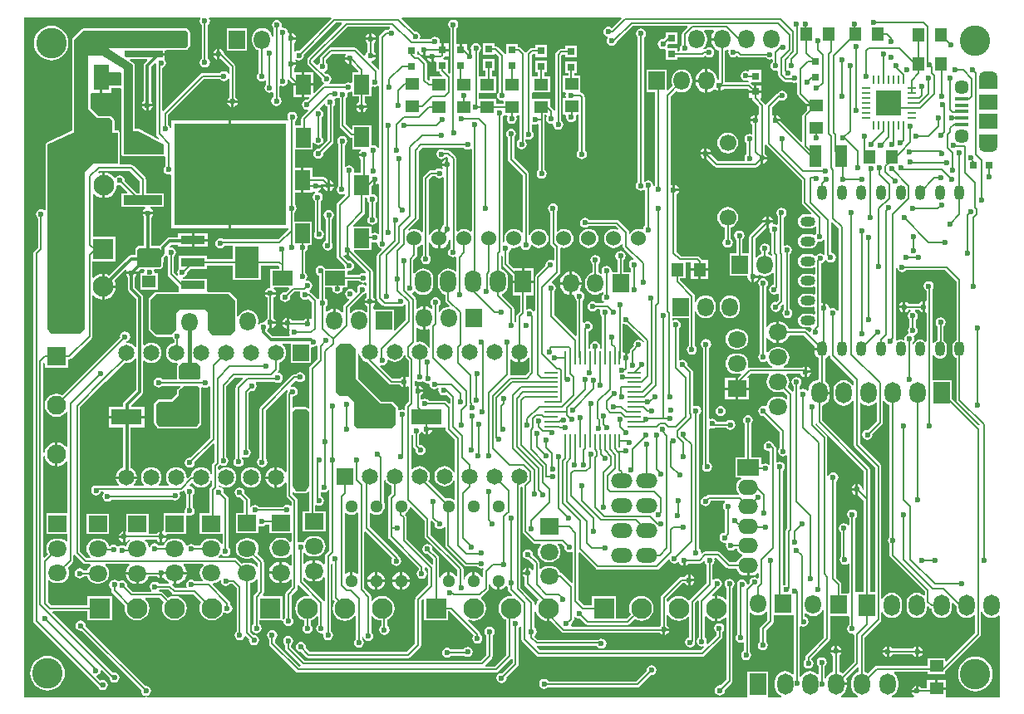
<source format=gtl>
G04*
G04 #@! TF.GenerationSoftware,Altium Limited,Altium Designer,18.1.6 (161)*
G04*
G04 Layer_Physical_Order=1*
G04 Layer_Color=255*
%FSTAX24Y24*%
%MOIN*%
G70*
G01*
G75*
%ADD13C,0.0080*%
%ADD16R,0.0750X0.0590*%
%ADD17R,0.0530X0.0160*%
%ADD18O,0.0750X0.0480*%
%ADD19R,0.0787X0.0591*%
%ADD20R,0.0591X0.0787*%
%ADD21R,0.1240X0.0630*%
%ADD22R,0.0500X0.0870*%
%ADD23R,0.0500X0.0550*%
%ADD24R,0.1540X0.0390*%
%ADD25R,0.4510X0.4110*%
%ADD26R,0.0550X0.0500*%
%ADD27O,0.0800X0.0600*%
%ADD28R,0.0850X0.0650*%
%ADD29R,0.0315X0.0315*%
%ADD30R,0.0315X0.0315*%
%ADD31R,0.0630X0.1004*%
%ADD32R,0.0080X0.0380*%
%ADD33R,0.0380X0.0080*%
%ADD34O,0.0400X0.0600*%
%ADD35O,0.0600X0.0400*%
%ADD36O,0.0600X0.0400*%
%ADD37R,0.0580X0.0090*%
%ADD38R,0.0090X0.0580*%
%ADD39R,0.0980X0.1260*%
%ADD40R,0.0980X0.0350*%
%ADD55R,0.1000X0.1000*%
%ADD86C,0.0130*%
%ADD87C,0.0120*%
%ADD88C,0.0150*%
%ADD89C,0.0138*%
%ADD90C,0.0827*%
%ADD91R,0.0827X0.0827*%
%ADD92C,0.0570*%
%ADD93C,0.0240*%
%ADD94R,0.0827X0.0827*%
%ADD95O,0.0750X0.0650*%
%ADD96R,0.0750X0.0650*%
%ADD97O,0.0650X0.0750*%
%ADD98R,0.0650X0.0750*%
%ADD99C,0.1220*%
%ADD100C,0.0650*%
%ADD101R,0.0650X0.0650*%
%ADD102C,0.0600*%
%ADD103O,0.0860X0.0600*%
%ADD104C,0.0512*%
%ADD105C,0.0669*%
%ADD106O,0.0650X0.0900*%
%ADD107R,0.0650X0.0900*%
%ADD108O,0.0650X0.0850*%
%ADD109R,0.0650X0.0850*%
%ADD110O,0.0650X0.0850*%
%ADD111R,0.0650X0.0850*%
%ADD112C,0.0768*%
%ADD113R,0.0768X0.0768*%
%ADD114C,0.0236*%
%ADD115C,0.0240*%
G36*
X01455Y03467D02*
Y034175D01*
X01448Y03407D01*
X01137D01*
Y034022D01*
X012325Y033394D01*
X012325Y032985D01*
Y030745D01*
X01254D01*
X013565Y03021D01*
Y030005D01*
Y029805D01*
X011965D01*
X011965Y033233D01*
X011109Y033756D01*
X01054D01*
Y03163D01*
X010905Y031265D01*
X011405D01*
X01151Y03116D01*
Y030675D01*
X01173D01*
Y029445D01*
X010756D01*
X010396Y029085D01*
Y022785D01*
X010197Y022599D01*
X009039D01*
X008916Y022785D01*
Y030195D01*
X009925Y030675D01*
X009975D01*
Y03439D01*
X01036Y034775D01*
X010758D01*
X01076Y03478D01*
X01448D01*
X01455Y03467D01*
D02*
G37*
G36*
X024055Y033783D02*
X02408Y033788D01*
X024106Y03377D01*
X02434D01*
Y03372D01*
X02439D01*
Y033508D01*
X024425Y033515D01*
X024453Y033533D01*
X024503Y033506D01*
Y033128D01*
X024622D01*
X024627Y033103D01*
X024653Y033063D01*
X024751Y032966D01*
X024732Y03292D01*
X024245D01*
Y032779D01*
X024195Y032758D01*
X024127Y032826D01*
Y033445D01*
X024118Y033492D01*
X024091Y033532D01*
X023867Y033757D01*
X023827Y033783D01*
X02378Y033792D01*
X023747D01*
Y033915D01*
X023797Y03392D01*
X0238Y03391D01*
X023848Y033838D01*
X02392Y03379D01*
X023955Y033783D01*
Y033995D01*
X024055D01*
Y033783D01*
D02*
G37*
G36*
X020294Y035257D02*
X019014Y033977D01*
X01899Y033982D01*
X018913Y033967D01*
X018847Y033923D01*
X018842Y033916D01*
X018792Y033931D01*
Y034269D01*
X018827Y034293D01*
X018875Y034365D01*
X018882Y0344D01*
X01867D01*
Y03445D01*
X01862D01*
Y034662D01*
X018597Y034658D01*
X018552Y034689D01*
X018552Y03469D01*
X018537Y034767D01*
X018493Y034833D01*
X018427Y034877D01*
X01835Y034892D01*
X018334Y034889D01*
X018319Y034903D01*
X018299Y034933D01*
X018312Y035D01*
X018297Y035077D01*
X018253Y035143D01*
X018187Y035187D01*
X01811Y035202D01*
X018033Y035187D01*
X017967Y035143D01*
X017923Y035077D01*
X017908Y035D01*
X017923Y034923D01*
X017967Y034857D01*
X017968Y034857D01*
Y034546D01*
X017918Y034542D01*
X017915Y034566D01*
X017874Y034664D01*
X017809Y034749D01*
X017724Y034814D01*
X017626Y034855D01*
X01752Y034868D01*
X017414Y034855D01*
X017316Y034814D01*
X017231Y034749D01*
X017166Y034664D01*
X017125Y034566D01*
X017112Y03446D01*
Y03436D01*
X017125Y034254D01*
X017166Y034156D01*
X017231Y034071D01*
X017316Y034006D01*
X017378Y033981D01*
Y033087D01*
X017357Y033073D01*
X017313Y033007D01*
X017298Y03293D01*
X017313Y032853D01*
X017357Y032787D01*
X017423Y032743D01*
X0175Y032728D01*
X017577Y032743D01*
X017638Y032784D01*
X017661Y032778D01*
X017688Y032764D01*
Y032627D01*
X017667Y032613D01*
X017623Y032547D01*
X017608Y03247D01*
X017623Y032393D01*
X017667Y032327D01*
X017733Y032283D01*
X01781Y032268D01*
X017887Y032283D01*
X017918Y032304D01*
X017968Y032277D01*
Y032097D01*
X017947Y032083D01*
X017903Y032017D01*
X017888Y03194D01*
X017903Y031863D01*
X017947Y031797D01*
X018013Y031753D01*
X01809Y031738D01*
X018167Y031753D01*
X018233Y031797D01*
X018277Y031863D01*
X018292Y03194D01*
X018277Y032017D01*
X018233Y032083D01*
X018212Y032097D01*
Y032541D01*
X018256Y032564D01*
X018273Y032553D01*
X01835Y032538D01*
X018427Y032553D01*
X018493Y032597D01*
X018537Y032663D01*
X018552Y03274D01*
X018543Y032785D01*
X018567Y032802D01*
X01859Y032807D01*
X018744Y032653D01*
X01912D01*
Y033097D01*
X018792D01*
Y033259D01*
X018827Y033283D01*
X018875Y033355D01*
X018882Y03339D01*
X01867D01*
Y03349D01*
X018882D01*
X018875Y033525D01*
X018836Y033585D01*
X018872Y033621D01*
X018913Y033593D01*
X01899Y033578D01*
X019067Y033593D01*
X019133Y033637D01*
X019177Y033703D01*
X019192Y03378D01*
X019187Y033804D01*
X020467Y035084D01*
X020696D01*
X020715Y035038D01*
X019363Y033687D01*
X019337Y033647D01*
X019328Y0336D01*
Y03348D01*
X019337Y033433D01*
X019363Y033393D01*
X019903Y032854D01*
X019898Y03283D01*
X019913Y032753D01*
X019957Y032687D01*
X019989Y032666D01*
X019979Y032613D01*
X019971Y032611D01*
X019932Y032585D01*
X019611Y032264D01*
X019565Y032284D01*
Y032553D01*
X01922D01*
Y032109D01*
X019391D01*
X01941Y032063D01*
X019344Y031997D01*
X01932Y032002D01*
X019243Y031987D01*
X019177Y031943D01*
X019133Y031877D01*
X019118Y0318D01*
X019133Y031723D01*
X019177Y031657D01*
X019243Y031613D01*
X01932Y031598D01*
X019347Y031603D01*
X019372Y031557D01*
X019121Y031307D01*
X019094Y031267D01*
X019085Y03122D01*
Y030951D01*
X018827D01*
Y031137D01*
X018873Y031167D01*
X018917Y031233D01*
X018932Y03131D01*
X018917Y031387D01*
X018873Y031453D01*
X018807Y031497D01*
X01873Y031512D01*
X018653Y031497D01*
X018587Y031453D01*
X018543Y031387D01*
X018528Y03131D01*
X018543Y031233D01*
X018562Y031205D01*
X018535Y031155D01*
X01628D01*
Y029D01*
Y026845D01*
X018568D01*
Y026794D01*
X018156Y026382D01*
X015969D01*
X015917Y026417D01*
X01584Y026432D01*
X015763Y026417D01*
X015697Y026373D01*
X015653Y026307D01*
X015638Y02623D01*
X015653Y026153D01*
X015697Y026087D01*
X015763Y026043D01*
X01584Y026028D01*
X015917Y026043D01*
X015983Y026087D01*
X016017Y026138D01*
X01634D01*
Y025582D01*
X01531D01*
Y025715D01*
X01417D01*
Y025205D01*
X01417Y025205D01*
X014168Y025204D01*
X014167Y025203D01*
X014123Y025137D01*
X014108Y02506D01*
X014123Y024983D01*
X014148Y024945D01*
X014109Y024914D01*
X013982Y025041D01*
Y025713D01*
X014003Y025727D01*
X014047Y025793D01*
X014062Y02587D01*
X014047Y025947D01*
X014003Y026013D01*
X013937Y026057D01*
X01386Y026072D01*
X01382Y026064D01*
X013795Y02611D01*
X013857Y026172D01*
X01415D01*
Y026087D01*
X01469D01*
Y026362D01*
Y026637D01*
X01415D01*
Y026468D01*
X013796D01*
X01374Y026457D01*
X013692Y026425D01*
X013445Y026178D01*
X013413Y02613D01*
X013412Y026123D01*
X013409Y026124D01*
X013083D01*
Y027279D01*
X013092Y027285D01*
X01314Y027357D01*
X013147Y027392D01*
X012723D01*
X01273Y027357D01*
X012778Y027285D01*
X012787Y027279D01*
Y026124D01*
X012577D01*
X012577Y026124D01*
X012546Y026118D01*
X012519Y0261D01*
X012451Y026032D01*
X012433Y026005D01*
X012427Y025974D01*
X012433Y025943D01*
Y025758D01*
X01226D01*
X012203Y025747D01*
X012155Y025715D01*
X011385Y024944D01*
X011274Y02499D01*
X01119Y025001D01*
Y02454D01*
X011651D01*
X01164Y024624D01*
X011594Y024735D01*
X012045Y025186D01*
X012084Y025154D01*
X012065Y025125D01*
X012058Y02509D01*
X012529D01*
X012635Y025196D01*
X012778Y025195D01*
X012804Y025154D01*
X012803Y025145D01*
X012788Y02507D01*
X012763Y02504D01*
X012625D01*
Y02438D01*
X013335D01*
Y02504D01*
X013217D01*
X013192Y02507D01*
X013178Y025142D01*
X01318Y025156D01*
X0132Y025192D01*
X013412Y025191D01*
X013422Y025193D01*
X013432Y025193D01*
X013437Y025196D01*
X013443Y025197D01*
X013452Y025202D01*
X013461Y025206D01*
X013519Y025249D01*
X013522Y025253D01*
X013527Y025256D01*
X013533Y025265D01*
X01354Y025273D01*
X013542Y025278D01*
X013545Y025282D01*
X013548Y025293D01*
X013551Y025303D01*
X013551Y025308D01*
X013552Y025313D01*
X013558Y025619D01*
X013654Y025715D01*
X013705Y025715D01*
X013738Y025687D01*
Y02499D01*
X013747Y024943D01*
X013773Y024903D01*
X01417Y024507D01*
Y024303D01*
X01413Y024279D01*
X013255D01*
X013252Y024278D01*
X013248Y024279D01*
X013236Y024275D01*
X013224Y024273D01*
X013221Y024271D01*
X013217Y02427D01*
X013208Y024262D01*
X013198Y024255D01*
X013195Y024252D01*
X013193Y024249D01*
X012978Y023992D01*
X012973Y023982D01*
X012966Y023971D01*
X012965Y023968D01*
X012963Y023964D01*
X012962Y023952D01*
X01296Y02394D01*
Y022807D01*
X01296Y022807D01*
X012966Y022776D01*
X012983Y022749D01*
X01323Y022503D01*
X013257Y022485D01*
X013288Y022479D01*
X013288Y022479D01*
X013862D01*
X013868Y02248D01*
X013925Y022451D01*
X013928Y022436D01*
X013972Y02237D01*
X013992Y022356D01*
Y022228D01*
X013964Y022224D01*
X013866Y022184D01*
X013781Y022119D01*
X013716Y022034D01*
X013676Y021936D01*
X013662Y02183D01*
X013676Y021724D01*
X013716Y021626D01*
X013781Y021541D01*
X013866Y021476D01*
X013964Y021436D01*
X01407Y021422D01*
X014109Y021427D01*
X014132Y021379D01*
X014123Y02137D01*
X014105Y021343D01*
X014099Y021312D01*
X014099Y021312D01*
X014099Y020798D01*
X014099Y020798D01*
X014061Y020749D01*
X013543D01*
X013517Y020788D01*
X013452Y020832D01*
X013375Y020847D01*
X013297Y020832D01*
X013232Y020788D01*
X013188Y020722D01*
X013173Y020645D01*
X013188Y020568D01*
X013232Y020502D01*
X013297Y020459D01*
X013375Y020443D01*
X013452Y020459D01*
X013517Y020502D01*
X013519Y020505D01*
X014222D01*
X014237Y020457D01*
X014128Y02038D01*
X014124Y020375D01*
X014118Y020371D01*
X014113Y020364D01*
X014106Y020357D01*
X014104Y020351D01*
X0141Y020345D01*
X014098Y020336D01*
X014095Y020328D01*
X014095Y020321D01*
X014094Y020314D01*
Y020178D01*
X013874Y019958D01*
X013366D01*
X013363Y019957D01*
X01336Y019958D01*
X013347Y019954D01*
X013335Y019952D01*
X013332Y01995D01*
X013329Y019949D01*
X013319Y019941D01*
X013308Y019934D01*
X013307Y019931D01*
X013304Y019929D01*
X013196Y019803D01*
X01319Y019792D01*
X013182Y019781D01*
X013182Y019778D01*
X01318Y019775D01*
X013179Y019762D01*
X013176Y01975D01*
Y019227D01*
Y019023D01*
X013178Y019012D01*
X013179Y019D01*
X013182Y018996D01*
X013182Y018992D01*
X013189Y018982D01*
X013194Y018972D01*
X013312Y018824D01*
X013315Y01882D01*
X013318Y018817D01*
X013327Y01881D01*
X013336Y018803D01*
X01334Y018801D01*
X013344Y018799D01*
X013355Y018797D01*
X013366Y018793D01*
X013371Y018794D01*
X013376Y018793D01*
X014889D01*
X014894Y018794D01*
X014899Y018793D01*
X01491Y018797D01*
X014921Y018799D01*
X014925Y018802D01*
X01493Y018803D01*
X014938Y01881D01*
X014947Y018817D01*
X01495Y018821D01*
X014954Y018824D01*
X015069Y018973D01*
X015074Y018982D01*
X01508Y018992D01*
X015081Y018997D01*
X015083Y019001D01*
X015084Y019012D01*
X015086Y019023D01*
Y020401D01*
X015085Y020409D01*
X015085Y020416D01*
X015082Y020424D01*
X01508Y020432D01*
X015076Y020439D01*
X015073Y020446D01*
X015112Y020477D01*
X015167Y02044D01*
X015244Y020425D01*
X015322Y02044D01*
X015387Y020484D01*
X01539Y020487D01*
X01544Y020472D01*
Y018423D01*
X014636Y017619D01*
X014612Y017624D01*
X014534Y017608D01*
X014469Y017564D01*
X014425Y017499D01*
X01441Y017422D01*
X014425Y017344D01*
X014469Y017279D01*
X014534Y017235D01*
X014612Y01722D01*
X014689Y017235D01*
X014754Y017279D01*
X014798Y017344D01*
X014814Y017422D01*
X014809Y017446D01*
X015553Y01819D01*
X0156Y018171D01*
Y017452D01*
X015539Y017391D01*
X015512Y017351D01*
X015503Y017305D01*
Y016973D01*
X015453Y016964D01*
X015424Y017034D01*
X015359Y017119D01*
X015274Y017184D01*
X015176Y017224D01*
X01507Y017238D01*
X014964Y017224D01*
X014866Y017184D01*
X014781Y017119D01*
X014716Y017034D01*
X014676Y016936D01*
X014672Y01691D01*
X014632Y016901D01*
X014592Y016875D01*
X014523Y016806D01*
X014493Y016821D01*
X014478Y016832D01*
X014464Y016936D01*
X014424Y017034D01*
X014359Y017119D01*
X014274Y017184D01*
X014176Y017224D01*
X01407Y017238D01*
X013964Y017224D01*
X013866Y017184D01*
X013781Y017119D01*
X013716Y017034D01*
X013676Y016936D01*
X013662Y01683D01*
X013676Y016724D01*
X013716Y016626D01*
X01378Y016542D01*
X013778Y016524D01*
X013767Y016492D01*
X013373D01*
X013362Y016524D01*
X01336Y016542D01*
X013424Y016626D01*
X013464Y016724D01*
X013478Y01683D01*
X013464Y016936D01*
X013424Y017034D01*
X013359Y017119D01*
X013274Y017184D01*
X013176Y017224D01*
X01307Y017238D01*
X012964Y017224D01*
X012866Y017184D01*
X012781Y017119D01*
X012716Y017034D01*
X012676Y016936D01*
X012662Y01683D01*
X012676Y016724D01*
X012716Y016626D01*
X01278Y016542D01*
X012778Y016524D01*
X012767Y016492D01*
X012405D01*
X012385Y016542D01*
X012441Y016616D01*
X012484Y016719D01*
X012492Y01678D01*
X01207D01*
X011648D01*
X011656Y016719D01*
X011699Y016616D01*
X011755Y016542D01*
X011735Y016492D01*
X010944D01*
X010937Y016497D01*
X01086Y016512D01*
X010783Y016497D01*
X010717Y016453D01*
X010673Y016387D01*
X010658Y01631D01*
X010673Y016233D01*
X010717Y016167D01*
X010783Y016123D01*
X01086Y016108D01*
X010937Y016123D01*
X011003Y016167D01*
X011047Y016233D01*
X01105Y016248D01*
X011154D01*
X011168Y016221D01*
X011174Y016198D01*
X011133Y016137D01*
X011118Y01606D01*
X011133Y015983D01*
X011177Y015917D01*
X011243Y015873D01*
X01132Y015858D01*
X011397Y015873D01*
X011463Y015917D01*
X011477Y015938D01*
X013931D01*
X013953Y015923D01*
X01403Y015908D01*
X014107Y015923D01*
X014173Y015967D01*
X014217Y016033D01*
X014232Y01611D01*
X014217Y016187D01*
X014206Y016204D01*
X014229Y016248D01*
X01426D01*
X014307Y016257D01*
X014347Y016283D01*
X014362Y016299D01*
X014397Y016285D01*
X01441Y016277D01*
X014425Y016203D01*
X014469Y016137D01*
X014488Y016125D01*
Y015647D01*
X014467Y015633D01*
X014423Y015567D01*
X014408Y01549D01*
X014419Y015435D01*
X014386Y015385D01*
X013565D01*
Y014704D01*
X01352Y014668D01*
Y0145D01*
X013682D01*
X013677Y014525D01*
X013704Y014575D01*
X014475D01*
Y015289D01*
X014519Y015312D01*
X014533Y015303D01*
X01461Y015288D01*
X014687Y015303D01*
X014753Y015347D01*
X014797Y015413D01*
X014812Y01549D01*
X014797Y015567D01*
X014753Y015633D01*
X014732Y015647D01*
Y016122D01*
X014754Y016137D01*
X014798Y016203D01*
X014814Y01628D01*
X014798Y016357D01*
X014754Y016423D01*
X014689Y016467D01*
X014615Y016481D01*
X014606Y016495D01*
X014592Y016529D01*
X014673Y01661D01*
X014735Y016601D01*
X014781Y016541D01*
X014866Y016476D01*
X014964Y016436D01*
X01507Y016422D01*
X015176Y016436D01*
X015274Y016476D01*
X015359Y016541D01*
X015424Y016626D01*
X015453Y016696D01*
X015503Y016687D01*
Y016485D01*
X015445Y016428D01*
X015419Y016388D01*
X01541Y016341D01*
Y015385D01*
X015015D01*
Y014575D01*
X015925D01*
X015928Y014526D01*
Y014175D01*
X015878Y014165D01*
X015874Y014174D01*
X015809Y014259D01*
X015724Y014324D01*
X015626Y014365D01*
X01552Y014378D01*
X01542D01*
X015314Y014365D01*
X015216Y014324D01*
X015131Y014259D01*
X015066Y014174D01*
X015032Y014092D01*
X01482D01*
X014813Y014103D01*
X014747Y014147D01*
X01467Y014162D01*
X014593Y014147D01*
X014527Y014103D01*
X014514Y014083D01*
X0145Y014081D01*
X014459Y01409D01*
X014424Y014174D01*
X014359Y014259D01*
X014274Y014324D01*
X014176Y014365D01*
X01407Y014378D01*
X01397D01*
X013864Y014365D01*
X013766Y014324D01*
X013681Y014259D01*
X013616Y014174D01*
X013586Y014102D01*
X013367D01*
X013353Y014123D01*
X013287Y014167D01*
X01321Y014182D01*
X013133Y014167D01*
X013067Y014123D01*
X013023Y014057D01*
X013019Y014035D01*
X012968Y014037D01*
X012965Y014066D01*
X012924Y014164D01*
X012859Y014249D01*
X012821Y014278D01*
X012838Y014328D01*
X013289D01*
X013313Y014293D01*
X013385Y014245D01*
X01342Y014238D01*
Y01445D01*
Y014662D01*
X013385Y014655D01*
X013313Y014607D01*
X013289Y014572D01*
X012975D01*
Y015375D01*
X012065D01*
Y014695D01*
X01203Y014666D01*
Y01445D01*
Y014238D01*
X012065Y014245D01*
X012137Y014293D01*
X012155Y014319D01*
X012189Y014317D01*
X012206Y014268D01*
X012181Y014249D01*
X012116Y014164D01*
X012085Y014088D01*
X012034Y01407D01*
X012026Y014071D01*
X011987Y014097D01*
X01191Y014112D01*
X011833Y014097D01*
X011767Y014053D01*
X011767Y014052D01*
X011717D01*
X011703Y014073D01*
X011637Y014117D01*
X01156Y014132D01*
X011483Y014117D01*
X011422Y014076D01*
X011419Y014075D01*
X011401Y014077D01*
X011366Y014086D01*
X011334Y014164D01*
X011269Y014249D01*
X011184Y014314D01*
X011086Y014355D01*
X01098Y014368D01*
X01088D01*
X010774Y014355D01*
X010676Y014314D01*
X010591Y014249D01*
X010526Y014164D01*
X010485Y014066D01*
X010472Y01396D01*
X010485Y013854D01*
X010526Y013756D01*
X010591Y013671D01*
X010629Y013642D01*
X010612Y013592D01*
X010481D01*
X010212Y013861D01*
Y019649D01*
X011237Y020674D01*
X011239Y020675D01*
X011995Y021432D01*
X01207Y021422D01*
X012176Y021436D01*
X012274Y021476D01*
X012359Y021541D01*
X012412Y021611D01*
X012462Y021594D01*
Y020342D01*
X011985Y019865D01*
X011953Y019817D01*
X011942Y01976D01*
Y019675D01*
X011361D01*
Y01931D01*
X012801D01*
Y019675D01*
X012285D01*
X012264Y019725D01*
X01271Y020171D01*
X012742Y020219D01*
X012753Y020275D01*
X012748Y020301D01*
Y021507D01*
X012798Y021529D01*
X012866Y021476D01*
X012964Y021436D01*
X01307Y021422D01*
X013176Y021436D01*
X013274Y021476D01*
X013359Y021541D01*
X013424Y021626D01*
X013464Y021724D01*
X013478Y02183D01*
X013464Y021936D01*
X013424Y022034D01*
X013359Y022119D01*
X013274Y022184D01*
X013176Y022224D01*
X01307Y022238D01*
X012964Y022224D01*
X012866Y022184D01*
X012798Y022131D01*
X012748Y022153D01*
Y024049D01*
X012753Y024075D01*
X012742Y024131D01*
X01271Y024179D01*
X012418Y024471D01*
Y024876D01*
X012427Y024883D01*
X012475Y024955D01*
X012482Y02499D01*
X012058D01*
X012065Y024955D01*
X012113Y024883D01*
X012122Y024876D01*
Y02441D01*
X012133Y024353D01*
X012165Y024305D01*
X012462Y024008D01*
Y022066D01*
X012412Y022049D01*
X012359Y022119D01*
X012274Y022184D01*
X012176Y022224D01*
X01207Y022238D01*
X012067Y022287D01*
X012099Y022293D01*
X012164Y022337D01*
X012208Y022403D01*
X012223Y02248D01*
X012208Y022557D01*
X012164Y022623D01*
X012099Y022667D01*
X012021Y022682D01*
X011944Y022667D01*
X011879Y022623D01*
X011835Y022557D01*
X01182Y02248D01*
X011824Y022456D01*
X009503Y020134D01*
X009391Y02018D01*
X00927Y020196D01*
X009149Y02018D01*
X009036Y020134D01*
X008939Y020059D01*
X008865Y019962D01*
X008818Y01985D01*
X008802Y019728D01*
X008818Y019607D01*
X008865Y019495D01*
X008939Y019398D01*
X009036Y019323D01*
X009149Y019277D01*
X00927Y019261D01*
X009391Y019277D01*
X009504Y019323D01*
X009601Y019398D01*
X009658Y019472D01*
X009708Y019455D01*
Y018067D01*
X009658Y01805D01*
X009615Y018105D01*
X009514Y018183D01*
X009396Y018231D01*
X00932Y018241D01*
Y01776D01*
Y017279D01*
X009396Y017289D01*
X009514Y017337D01*
X009615Y017415D01*
X009658Y01747D01*
X009708Y017453D01*
Y015385D01*
X008865D01*
Y014575D01*
X009708D01*
Y014273D01*
X009676Y014262D01*
X009658Y01426D01*
X009574Y014324D01*
X009476Y014365D01*
X00937Y014378D01*
X00927D01*
X009164Y014365D01*
X009066Y014324D01*
X008981Y014259D01*
X008916Y014174D01*
X008875Y014076D01*
X008862Y01397D01*
X008875Y013864D01*
X008916Y013766D01*
X008928Y013751D01*
X008789Y013612D01*
X008742Y013631D01*
Y017678D01*
X008792Y017681D01*
X008799Y017634D01*
X008847Y017516D01*
X008925Y017415D01*
X009026Y017337D01*
X009144Y017289D01*
X00922Y017279D01*
Y01776D01*
Y018241D01*
X009144Y018231D01*
X009026Y018183D01*
X008925Y018105D01*
X008847Y018004D01*
X008799Y017886D01*
X008792Y017839D01*
X008742Y017842D01*
Y02142D01*
X008756Y02143D01*
X008806Y021404D01*
Y021233D01*
X009734D01*
Y021575D01*
X009787D01*
X009834Y021584D01*
X009874Y02161D01*
X010677Y022413D01*
X010703Y022453D01*
X010712Y0225D01*
Y024126D01*
X01076Y024142D01*
X010774Y024124D01*
X010881Y024042D01*
X011006Y02399D01*
X01109Y023979D01*
Y02449D01*
Y025001D01*
X011006Y02499D01*
X010881Y024938D01*
X010774Y024856D01*
X01076Y024838D01*
X010712Y024854D01*
Y025497D01*
X011633D01*
Y026483D01*
X010742D01*
Y028194D01*
X01079Y02821D01*
X010802Y028194D01*
X01091Y028112D01*
X011035Y02806D01*
X011119Y028049D01*
Y02856D01*
Y029071D01*
X011035Y02906D01*
X010982Y029038D01*
X010954Y029081D01*
X011011Y029138D01*
X012219D01*
X012613Y028744D01*
Y028236D01*
X012507D01*
X012007Y028736D01*
X012012Y02876D01*
X011997Y028837D01*
X011953Y028903D01*
X011887Y028947D01*
X01181Y028962D01*
X011733Y028947D01*
X011667Y028903D01*
X011643Y028867D01*
X011582Y028865D01*
X011535Y028926D01*
X011427Y029008D01*
X011303Y02906D01*
X011219Y029071D01*
Y02856D01*
Y028049D01*
X011303Y02806D01*
X011427Y028112D01*
X011535Y028194D01*
X011617Y028301D01*
X011669Y028426D01*
X011684Y028545D01*
X01173Y028575D01*
X011733Y028573D01*
X01181Y028558D01*
X011834Y028563D01*
X012115Y028282D01*
X012096Y028236D01*
X011885D01*
Y027686D01*
X012816D01*
X012832Y027636D01*
X012778Y0276D01*
X01273Y027527D01*
X012723Y027492D01*
X013147D01*
X01314Y027527D01*
X013092Y0276D01*
X013038Y027636D01*
X013054Y027686D01*
X013585D01*
Y028236D01*
X012857D01*
Y028795D01*
X012848Y028842D01*
X012822Y028882D01*
X012357Y029347D01*
X012317Y029373D01*
X01227Y029382D01*
X011844D01*
X011835Y02939D01*
X011809Y029432D01*
X011812Y029445D01*
Y030675D01*
X011805Y030706D01*
X011788Y030733D01*
X011761Y03075D01*
X01173Y030757D01*
X011592D01*
Y03116D01*
X011592Y03116D01*
X011585Y031191D01*
X011568Y031218D01*
X011463Y031323D01*
X011463Y031323D01*
X011436Y03134D01*
X011405Y031347D01*
X011405Y031347D01*
X010939D01*
X010622Y031664D01*
Y032243D01*
X010655Y032279D01*
X01102D01*
Y032555D01*
X010997D01*
X010992Y033105D01*
X011835D01*
X011875Y033065D01*
Y032595D01*
X011835Y032555D01*
X01112Y032555D01*
Y032279D01*
X011485D01*
Y032473D01*
X011835D01*
X011835Y032473D01*
X011883Y032436D01*
X011883Y029805D01*
X011885Y029797D01*
Y029764D01*
X011896D01*
X011907Y029747D01*
X011934Y02973D01*
X011965Y029723D01*
X013565D01*
X013596Y02973D01*
X013598Y029731D01*
X013648Y029704D01*
Y029347D01*
X013627Y029333D01*
X013583Y029267D01*
X013568Y02919D01*
X013583Y029113D01*
X013627Y029047D01*
X013693Y029003D01*
X01377Y028988D01*
X013825Y028999D01*
X013875Y028966D01*
Y026845D01*
X01618D01*
Y029D01*
Y031155D01*
X013875D01*
Y03086D01*
X013825Y030855D01*
X013817Y030897D01*
X013773Y030963D01*
X013752Y030977D01*
Y031389D01*
X015181Y032818D01*
X015823D01*
X015837Y032797D01*
X015903Y032753D01*
X01598Y032738D01*
X016057Y032753D01*
X016123Y032797D01*
X016158Y032849D01*
X016208Y032834D01*
Y032101D01*
X016173Y032077D01*
X016125Y032005D01*
X016118Y03197D01*
X016542D01*
X016535Y032005D01*
X016487Y032077D01*
X016452Y032101D01*
Y03332D01*
X016443Y033367D01*
X016417Y033407D01*
X01599Y033833D01*
X015975Y033905D01*
X015927Y033977D01*
X015855Y034025D01*
X01582Y034032D01*
Y03382D01*
Y033608D01*
X015855Y033615D01*
X015859Y033617D01*
X016208Y033269D01*
Y033046D01*
X016158Y033031D01*
X016123Y033083D01*
X016057Y033127D01*
X01598Y033142D01*
X015903Y033127D01*
X015837Y033083D01*
X015823Y033062D01*
X01513D01*
X015083Y033053D01*
X015043Y033027D01*
X013564Y031547D01*
X013514Y031568D01*
Y03328D01*
X013532Y033283D01*
X013598Y033327D01*
X013642Y033393D01*
X013657Y03347D01*
X013642Y033547D01*
X013607Y0336D01*
X013598Y033621D01*
X013599Y03366D01*
X013601Y033666D01*
X013605Y033672D01*
X013607Y033681D01*
X01361Y033689D01*
X01361Y033696D01*
X013612Y033703D01*
Y03377D01*
X01353D01*
Y033703D01*
X013515Y0337D01*
X012025D01*
X011995Y033769D01*
Y033928D01*
X01201Y033965D01*
X01349D01*
X01353Y033954D01*
Y03387D01*
X013612D01*
Y033954D01*
X013634Y033976D01*
X013655Y033988D01*
X013656Y033988D01*
X01448D01*
X014488Y03399D01*
X014496Y03399D01*
X014503Y033993D01*
X014511Y033995D01*
X014518Y033999D01*
X014525Y034002D01*
X014531Y034008D01*
X014538Y034012D01*
X014542Y034019D01*
X014548Y034025D01*
X014618Y03413D01*
X014621Y034137D01*
X014625Y034144D01*
X014627Y034152D01*
X01463Y034159D01*
X01463Y034167D01*
X014632Y034175D01*
Y03467D01*
X01463Y034677D01*
X01463Y034684D01*
X014627Y034692D01*
X014625Y034701D01*
X014621Y034707D01*
X014619Y034714D01*
X014549Y034824D01*
X014543Y03483D01*
X014538Y034838D01*
X014532Y034842D01*
X014527Y034847D01*
X014519Y03485D01*
X014511Y034855D01*
X014504Y034857D01*
X014498Y03486D01*
X014489Y03486D01*
X01448Y034862D01*
X01076D01*
X010759Y034861D01*
X010758Y034862D01*
X010743Y034858D01*
X010735Y034857D01*
X01036D01*
X010329Y03485D01*
X010302Y034833D01*
X010302Y034833D01*
X009917Y034448D01*
X009917Y034448D01*
X0099Y034421D01*
X009893Y03439D01*
X009893Y03439D01*
Y03075D01*
X009892Y030749D01*
X00989Y030749D01*
X008881Y030269D01*
X00887Y03026D01*
X008858Y030253D01*
X008857Y030251D01*
X008855Y03025D01*
X008848Y030238D01*
X00884Y030226D01*
X00884Y030224D01*
X008839Y030222D01*
X008837Y030209D01*
X008834Y030195D01*
Y027564D01*
X008784Y027549D01*
X008727Y027587D01*
X00865Y027602D01*
X008573Y027587D01*
X008507Y027543D01*
X008463Y027477D01*
X008448Y0274D01*
X008463Y027323D01*
X008507Y027257D01*
X008528Y027243D01*
Y026061D01*
X008373Y025907D01*
X008347Y025867D01*
X008338Y02582D01*
Y01108D01*
X008347Y011033D01*
X008373Y010993D01*
X010943Y008424D01*
X010943Y008423D01*
X010987Y008357D01*
X011053Y008313D01*
X01113Y008298D01*
X011207Y008313D01*
X011273Y008357D01*
X011317Y008423D01*
X011332Y0085D01*
X011317Y008577D01*
X011273Y008643D01*
X011207Y008687D01*
X01113Y008702D01*
X011053Y008687D01*
X011037Y008676D01*
X010878Y008835D01*
X010895Y008889D01*
X010917Y008893D01*
X010983Y008937D01*
X011027Y009003D01*
X011039Y009067D01*
X011087Y00909D01*
X011391Y008786D01*
X011403Y008723D01*
X011447Y008657D01*
X011513Y008613D01*
X01159Y008598D01*
X011667Y008613D01*
X011733Y008657D01*
X011777Y008723D01*
X011792Y0088D01*
X011777Y008877D01*
X011733Y008943D01*
X011667Y008987D01*
X01159Y009002D01*
X011532Y008991D01*
X009112Y011411D01*
X009131Y011458D01*
X010507D01*
Y011087D01*
X011493D01*
Y012073D01*
X010507D01*
Y011702D01*
X009051D01*
X008937Y011816D01*
Y012685D01*
X008987Y012696D01*
X009066Y012636D01*
X009164Y012595D01*
X00927Y012581D01*
X00937D01*
X009476Y012595D01*
X009574Y012636D01*
X009659Y012701D01*
X009724Y012786D01*
X009765Y012884D01*
X009779Y01299D01*
X009765Y013096D01*
X009724Y013194D01*
X009712Y013209D01*
X009917Y013413D01*
X009943Y013453D01*
X009952Y0135D01*
Y01371D01*
X010002Y013725D01*
X010003Y013723D01*
X010343Y013383D01*
X010383Y013357D01*
X01043Y013348D01*
X010612D01*
X010629Y013298D01*
X010591Y013269D01*
X010526Y013184D01*
X010492Y013102D01*
X010357D01*
X010343Y013123D01*
X010277Y013167D01*
X0102Y013182D01*
X010123Y013167D01*
X010057Y013123D01*
X010013Y013057D01*
X009998Y01298D01*
X010013Y012903D01*
X010057Y012837D01*
X010123Y012793D01*
X0102Y012778D01*
X010277Y012793D01*
X010343Y012837D01*
X010357Y012858D01*
X010492D01*
X010526Y012776D01*
X010591Y012691D01*
X010676Y012626D01*
X010774Y012585D01*
X01088Y012572D01*
X01098D01*
X011086Y012585D01*
X011184Y012626D01*
X011269Y012691D01*
X011334Y012776D01*
X011375Y012874D01*
X011388Y01298D01*
X011375Y013086D01*
X011334Y013184D01*
X011269Y013269D01*
X011231Y013298D01*
X011248Y013348D01*
X012173D01*
X012189Y0133D01*
X012167Y013283D01*
X012099Y013194D01*
X012056Y013091D01*
X012048Y01303D01*
X01252D01*
Y01298D01*
X01257D01*
Y012551D01*
X012681Y012566D01*
X012784Y012609D01*
X012873Y012677D01*
X012941Y012766D01*
X012979Y012858D01*
X013296D01*
X013313Y012833D01*
X013385Y012785D01*
X01342Y012778D01*
Y01299D01*
X01352D01*
Y012778D01*
X013555Y012785D01*
X01356Y012788D01*
X013599Y012776D01*
X013667Y012687D01*
X013756Y012619D01*
X013771Y012612D01*
X013761Y012562D01*
X013377D01*
X013363Y012583D01*
X013297Y012627D01*
X01322Y012642D01*
X013143Y012627D01*
X013077Y012583D01*
X013033Y012517D01*
X013018Y01244D01*
X013033Y012363D01*
X013077Y012297D01*
X013079Y012296D01*
X013064Y012246D01*
X012337D01*
X012107Y012476D01*
X012112Y0125D01*
X012097Y012577D01*
X012053Y012643D01*
X011987Y012687D01*
X01191Y012702D01*
X011833Y012687D01*
X011794Y012661D01*
X011733Y012663D01*
X011667Y012707D01*
X01159Y012722D01*
X011513Y012707D01*
X011447Y012663D01*
X011403Y012597D01*
X011388Y01252D01*
X011403Y012443D01*
X011447Y012377D01*
X011468Y012363D01*
Y01229D01*
X011477Y012243D01*
X011503Y012203D01*
X012017Y01169D01*
X012002Y01158D01*
X012019Y011451D01*
X012069Y011331D01*
X012148Y011228D01*
X012251Y011149D01*
X012371Y011099D01*
X0125Y011082D01*
X012629Y011099D01*
X012749Y011149D01*
X012852Y011228D01*
X012931Y011331D01*
X012981Y011451D01*
X012998Y01158D01*
X012981Y011709D01*
X012931Y011829D01*
X012852Y011932D01*
X012823Y011954D01*
X01284Y012001D01*
X013406D01*
X013573Y011834D01*
X013569Y011829D01*
X013519Y011709D01*
X013502Y01158D01*
X013519Y011451D01*
X013569Y011331D01*
X013648Y011228D01*
X013751Y011149D01*
X013871Y011099D01*
X014Y011082D01*
X014129Y011099D01*
X014249Y011149D01*
X014352Y011228D01*
X014431Y011331D01*
X014481Y011451D01*
X014498Y01158D01*
X014481Y011709D01*
X014431Y011829D01*
X014352Y011932D01*
X014249Y012011D01*
X014129Y012061D01*
X014Y012078D01*
X013871Y012061D01*
X013751Y012011D01*
X013746Y012007D01*
X013543Y01221D01*
X013503Y012236D01*
X013457Y012246D01*
X013412D01*
X013386Y012296D01*
X013402Y012318D01*
X013759D01*
X013903Y012173D01*
X013943Y012147D01*
X01399Y012138D01*
X014769D01*
X015073Y011834D01*
X015069Y011829D01*
X015019Y011709D01*
X015002Y01158D01*
X015019Y011451D01*
X015069Y011331D01*
X015148Y011228D01*
X015251Y011149D01*
X015371Y011099D01*
X0155Y011082D01*
X015629Y011099D01*
X015749Y011149D01*
X015852Y011228D01*
X015931Y011331D01*
X015953Y011383D01*
X016015Y011402D01*
X016043Y011383D01*
X01612Y011368D01*
X016197Y011383D01*
X016263Y011427D01*
X016307Y011493D01*
X016322Y01157D01*
X016307Y011647D01*
X016263Y011713D01*
X016242Y011727D01*
Y01178D01*
X016233Y011827D01*
X016207Y011867D01*
X015539Y012534D01*
X015557Y012586D01*
X015626Y012595D01*
X015724Y012636D01*
X015809Y012701D01*
X015814Y012708D01*
X015861Y012687D01*
X015858Y012673D01*
X015873Y012596D01*
X015917Y01253D01*
X015983Y012487D01*
X01606Y012471D01*
X016137Y012487D01*
X016203Y01253D01*
X016217Y012551D01*
X016326D01*
X016493Y012384D01*
Y010652D01*
X016472Y010638D01*
X016429Y010573D01*
X016413Y010495D01*
X016429Y010418D01*
X016472Y010352D01*
X016538Y010309D01*
X016615Y010293D01*
X016693Y010309D01*
X016758Y010352D01*
X016802Y010418D01*
X016806Y01044D01*
X01686Y010457D01*
X016993Y010324D01*
X016988Y0103D01*
X017003Y010223D01*
X017047Y010157D01*
X017113Y010113D01*
X01719Y010098D01*
X017267Y010113D01*
X017333Y010157D01*
X017377Y010223D01*
X017392Y0103D01*
X017377Y010377D01*
X017333Y010443D01*
X017267Y010487D01*
X01719Y010502D01*
X017166Y010497D01*
X017022Y010641D01*
Y012598D01*
X017076Y012605D01*
X017174Y012646D01*
X017259Y012711D01*
X017298Y012762D01*
X017348Y012745D01*
Y01227D01*
X017207Y012129D01*
X01718Y012089D01*
X017171Y012042D01*
X017175Y012022D01*
X017171Y012002D01*
Y010933D01*
X01715Y01092D01*
X017107Y010854D01*
X017091Y010777D01*
X017107Y0107D01*
X01715Y010634D01*
X017216Y01059D01*
X017293Y010575D01*
X01737Y01059D01*
X017436Y010634D01*
X01748Y0107D01*
X017495Y010777D01*
X01748Y010854D01*
X017436Y01092D01*
X017416Y010933D01*
Y011081D01*
X018321D01*
X018348Y011069D01*
X018369Y011055D01*
X018383Y010983D01*
X018427Y010917D01*
X018493Y010873D01*
X01857Y010858D01*
X018647Y010873D01*
X018713Y010917D01*
X018757Y010983D01*
X018772Y01106D01*
X018757Y011137D01*
X018713Y011203D01*
X018692Y011217D01*
Y012089D01*
X018898Y012295D01*
X018925Y012335D01*
X018934Y012382D01*
Y012504D01*
X018942Y01251D01*
X018984Y012523D01*
X019394Y012113D01*
X019372Y012068D01*
X019337Y012072D01*
X019208Y012055D01*
X019088Y012006D01*
X018985Y011927D01*
X018906Y011824D01*
X018856Y011704D01*
X018839Y011575D01*
X018856Y011446D01*
X018906Y011326D01*
X018985Y011223D01*
X019088Y011144D01*
X019208Y011094D01*
X019214Y011093D01*
Y010917D01*
X019194Y010903D01*
X01915Y010837D01*
X019135Y01076D01*
X01915Y010683D01*
X019194Y010617D01*
X019259Y010573D01*
X019337Y010558D01*
X019414Y010573D01*
X019479Y010617D01*
X019523Y010683D01*
X019539Y01076D01*
X019523Y010837D01*
X019479Y010903D01*
X019459Y010917D01*
Y011093D01*
X019465Y011094D01*
X019585Y011144D01*
X019688Y011223D01*
X01971Y011251D01*
X019758Y011235D01*
Y010927D01*
X019737Y010913D01*
X019693Y010847D01*
X019678Y01077D01*
X019693Y010693D01*
X019737Y010627D01*
X019803Y010583D01*
X01988Y010568D01*
X019922Y010576D01*
X019965Y010534D01*
X019958Y0105D01*
X019973Y010423D01*
X020017Y010357D01*
X020083Y010313D01*
X02016Y010298D01*
X020237Y010313D01*
X020303Y010357D01*
X020347Y010423D01*
X020362Y0105D01*
X020347Y010577D01*
X020303Y010643D01*
X02028Y010658D01*
Y013335D01*
X02033Y013363D01*
X020338Y013359D01*
Y01199D01*
X020347Y011943D01*
X020373Y011903D01*
X020426Y011851D01*
X020406Y011824D01*
X020356Y011704D01*
X020339Y011575D01*
X020356Y011446D01*
X020406Y011326D01*
X020485Y011223D01*
X020588Y011144D01*
X020708Y011094D01*
X020837Y011077D01*
X020965Y011094D01*
X021085Y011144D01*
X021188Y011223D01*
X021228Y011274D01*
X021278Y011257D01*
Y010357D01*
X021257Y010343D01*
X021213Y010277D01*
X021198Y0102D01*
X021213Y010123D01*
X021257Y010057D01*
X021323Y010013D01*
X0214Y009998D01*
X021477Y010013D01*
X021543Y010057D01*
X021587Y010123D01*
X021602Y0102D01*
X021587Y010277D01*
X021543Y010343D01*
X021522Y010357D01*
Y010433D01*
X021572Y010438D01*
X021583Y010383D01*
X021627Y010317D01*
X021693Y010273D01*
X02177Y010258D01*
X021847Y010273D01*
X021913Y010317D01*
X021957Y010383D01*
X021972Y01046D01*
X021957Y010537D01*
X021913Y010603D01*
X021892Y010617D01*
Y011261D01*
X021942Y011278D01*
X021985Y011223D01*
X022088Y011144D01*
X022208Y011094D01*
X022298Y011082D01*
Y010867D01*
X022277Y010853D01*
X022233Y010787D01*
X022218Y01071D01*
X022233Y010633D01*
X022277Y010567D01*
X022343Y010523D01*
X02242Y010508D01*
X022497Y010523D01*
X022563Y010567D01*
X022607Y010633D01*
X022622Y01071D01*
X022607Y010787D01*
X022563Y010853D01*
X022542Y010867D01*
Y011126D01*
X022585Y011144D01*
X022688Y011223D01*
X022768Y011326D01*
X022817Y011446D01*
X022834Y011575D01*
X022817Y011704D01*
X022768Y011824D01*
X022688Y011927D01*
X022585Y012006D01*
X022465Y012055D01*
X022337Y012072D01*
X022208Y012055D01*
X022088Y012006D01*
X021985Y011927D01*
X021942Y011872D01*
X021892Y011889D01*
Y01204D01*
X021883Y012087D01*
X021857Y012127D01*
X021612Y012371D01*
Y014644D01*
X021662Y014665D01*
X022736Y013591D01*
X022713Y013557D01*
X022698Y01348D01*
X022713Y013403D01*
X022757Y013337D01*
X022823Y013293D01*
X0229Y013278D01*
X022977Y013293D01*
X023043Y013337D01*
X023087Y013403D01*
X023102Y01348D01*
X023087Y013557D01*
X023043Y013623D01*
X023014Y013642D01*
X023013Y013647D01*
X022987Y013687D01*
X021822Y014851D01*
Y015399D01*
X021872Y015421D01*
X021926Y01538D01*
X022007Y015346D01*
X022095Y015334D01*
X022183Y015346D01*
X022264Y01538D01*
X022335Y015434D01*
X022388Y015504D01*
X022422Y015586D01*
X022434Y015673D01*
X022422Y015761D01*
X022398Y015819D01*
X022407Y015863D01*
Y016712D01*
X022457Y016722D01*
X022476Y016676D01*
X022541Y016591D01*
X022626Y016526D01*
X022708Y016493D01*
Y016181D01*
X022613Y016087D01*
X022587Y016047D01*
X022578Y016D01*
Y01479D01*
Y01446D01*
X022587Y014413D01*
X022613Y014373D01*
X023798Y013189D01*
Y013117D01*
X023777Y013103D01*
X023733Y013037D01*
X023718Y01296D01*
X023733Y012883D01*
X023777Y012817D01*
X023843Y012773D01*
X02392Y012758D01*
X023997Y012773D01*
X024063Y012817D01*
X024107Y012883D01*
X024122Y01296D01*
X024107Y013037D01*
X024063Y013103D01*
X024042Y013117D01*
Y013204D01*
X024092Y013225D01*
X024178Y013139D01*
Y012508D01*
X023683Y012014D01*
X023657Y011974D01*
X023648Y011927D01*
Y010161D01*
X023308Y009821D01*
X019432D01*
X019264Y009989D01*
X019272Y01003D01*
X019257Y010107D01*
X019213Y010173D01*
X019147Y010217D01*
X01907Y010232D01*
X018993Y010217D01*
X018927Y010173D01*
X018883Y010107D01*
X018868Y01003D01*
X018883Y009953D01*
X018927Y009887D01*
X018993Y009843D01*
X01907Y009828D01*
X019077Y009829D01*
X019295Y009612D01*
X019334Y009586D01*
X019381Y009576D01*
X023359D01*
X023406Y009586D01*
X023445Y009612D01*
X023857Y010023D01*
X023883Y010063D01*
X023892Y01011D01*
Y011877D01*
X023952Y011937D01*
X023999Y011918D01*
Y011081D01*
X024985D01*
Y011452D01*
X025045D01*
X026002Y010495D01*
X025963Y010437D01*
X025948Y01036D01*
X025963Y010283D01*
X026007Y010217D01*
X026073Y010173D01*
X02615Y010158D01*
X026227Y010173D01*
X026293Y010217D01*
X026337Y010283D01*
X026352Y01036D01*
X026337Y010437D01*
X026293Y010503D01*
X026272Y010517D01*
Y01052D01*
X026263Y010567D01*
X026237Y010607D01*
X02576Y011083D01*
X025789Y011125D01*
X025863Y011094D01*
X025992Y011077D01*
X026121Y011094D01*
X026241Y011144D01*
X026344Y011223D01*
X026423Y011326D01*
X026473Y011446D01*
X02649Y011575D01*
X026473Y011704D01*
X026423Y011824D01*
X026344Y011927D01*
X026294Y011965D01*
X026295Y01199D01*
X026303Y012021D01*
X026337Y012043D01*
X026577Y012283D01*
X026603Y012323D01*
X026612Y01237D01*
Y012535D01*
X026662Y012545D01*
X026684Y012494D01*
X026741Y012419D01*
X026815Y012362D01*
X026902Y012326D01*
X026945Y012321D01*
Y012673D01*
X027045D01*
Y012321D01*
X027088Y012326D01*
X027174Y012362D01*
X027248Y012419D01*
X027283Y012464D01*
X027344Y012462D01*
X027347Y012457D01*
X027368Y012443D01*
Y012345D01*
X027377Y012298D01*
X027403Y012259D01*
X02755Y012113D01*
X027528Y012068D01*
X027492Y012072D01*
X027363Y012055D01*
X027243Y012006D01*
X02714Y011927D01*
X027061Y011824D01*
X027011Y011704D01*
X026994Y011575D01*
X027011Y011446D01*
X027061Y011326D01*
X02714Y011223D01*
X027243Y011144D01*
X02731Y011116D01*
Y009703D01*
X026849Y009242D01*
X026476D01*
X026455Y009292D01*
X026727Y009563D01*
X026753Y009603D01*
X026762Y00965D01*
Y010483D01*
X026783Y010497D01*
X026827Y010563D01*
X026842Y01064D01*
X026827Y010717D01*
X026783Y010783D01*
X026717Y010827D01*
X02664Y010842D01*
X026563Y010827D01*
X026497Y010783D01*
X026453Y010717D01*
X026438Y01064D01*
X026453Y010563D01*
X026497Y010497D01*
X026518Y010483D01*
Y009701D01*
X026291Y009474D01*
X019239D01*
X018682Y010031D01*
Y010113D01*
X018703Y010127D01*
X018747Y010193D01*
X018762Y01027D01*
X018747Y010347D01*
X018703Y010413D01*
X018637Y010457D01*
X01856Y010472D01*
X018483Y010457D01*
X018417Y010413D01*
X018373Y010347D01*
X018358Y01027D01*
X018373Y010193D01*
X018417Y010127D01*
X018438Y010113D01*
Y00998D01*
X018447Y009933D01*
X018473Y009893D01*
X019073Y009294D01*
X019055Y00925D01*
X019008Y009245D01*
X018042Y010211D01*
Y010343D01*
X018063Y010357D01*
X018107Y010423D01*
X018122Y0105D01*
X018107Y010577D01*
X018063Y010643D01*
X017997Y010687D01*
X01792Y010702D01*
X017843Y010687D01*
X017777Y010643D01*
X017733Y010577D01*
X017718Y0105D01*
X017733Y010423D01*
X017777Y010357D01*
X017798Y010343D01*
Y01016D01*
X017807Y010113D01*
X017833Y010073D01*
X018873Y009033D01*
X018913Y009007D01*
X01896Y008998D01*
X0269D01*
X026947Y009007D01*
X026987Y009033D01*
X027508Y009555D01*
X02755Y009542D01*
X027558Y009536D01*
Y009391D01*
X027144Y008977D01*
X02712Y008982D01*
X027043Y008967D01*
X026977Y008923D01*
X026933Y008857D01*
X026918Y00878D01*
X026933Y008703D01*
X026977Y008637D01*
X027043Y008593D01*
X02712Y008578D01*
X027197Y008593D01*
X027263Y008637D01*
X027307Y008703D01*
X027322Y00878D01*
X027317Y008804D01*
X027767Y009253D01*
X027793Y009293D01*
X027802Y00934D01*
Y010793D01*
X027823Y010807D01*
X027836Y010828D01*
X027904Y010839D01*
X027913Y010832D01*
Y010335D01*
X027922Y010288D01*
X027949Y010248D01*
X028523Y009673D01*
X028563Y009647D01*
X02861Y009638D01*
X03517D01*
X035217Y009647D01*
X035257Y009673D01*
X035944Y010361D01*
X03597Y010401D01*
X03598Y010447D01*
Y010625D01*
X035993Y010634D01*
X036037Y0107D01*
X036052Y010777D01*
X036037Y010854D01*
X035993Y01092D01*
X035927Y010963D01*
X03585Y010979D01*
X035773Y010963D01*
X035707Y01092D01*
X035663Y010854D01*
X035648Y010777D01*
X035663Y0107D01*
X035707Y010634D01*
X035735Y010615D01*
Y010498D01*
X03538Y010143D01*
X035367Y010149D01*
X035339Y010172D01*
X035352Y01024D01*
X035337Y010317D01*
X035293Y010383D01*
X035272Y010397D01*
Y011236D01*
X035322Y011253D01*
X035356Y011209D01*
X035463Y011126D01*
X035588Y011075D01*
X035672Y011064D01*
Y011575D01*
Y012086D01*
X035588Y012075D01*
X035587Y012074D01*
X035559Y012116D01*
X035787Y012343D01*
X035809Y012378D01*
X035837Y012383D01*
X035903Y012427D01*
X035947Y012493D01*
X035962Y01257D01*
X035947Y012647D01*
X035903Y012713D01*
X035837Y012757D01*
X03576Y012772D01*
X035683Y012757D01*
X035632Y012723D01*
X035582Y012744D01*
Y013333D01*
X035603Y013347D01*
X035647Y013413D01*
X035662Y01349D01*
X035649Y013556D01*
X035676Y013606D01*
X035751D01*
X036148Y013209D01*
X036188Y013182D01*
X036235Y013173D01*
X036538D01*
X036571Y013093D01*
X036635Y01301D01*
X036718Y012946D01*
X036816Y012905D01*
X03692Y012892D01*
X03697D01*
Y013295D01*
X03707D01*
Y012892D01*
X03712D01*
X037224Y012905D01*
X037322Y012946D01*
X037378Y012989D01*
X037428Y012964D01*
Y012806D01*
X037378Y01278D01*
X037337Y012807D01*
X03726Y012822D01*
X037183Y012807D01*
X037117Y012763D01*
X037073Y012697D01*
X037058Y01262D01*
X037063Y012596D01*
X03701Y012543D01*
X036956Y01256D01*
X036947Y012607D01*
X036903Y012673D01*
X036837Y012717D01*
X03676Y012732D01*
X036683Y012717D01*
X036617Y012673D01*
X036573Y012607D01*
X036558Y01253D01*
X036573Y012453D01*
X036578Y012446D01*
Y010557D01*
X036557Y010543D01*
X036513Y010477D01*
X036498Y0104D01*
X036513Y010323D01*
X036557Y010257D01*
X036623Y010213D01*
X0367Y010198D01*
X036777Y010213D01*
X036789Y010221D01*
X036833Y010197D01*
Y009873D01*
X036787Y009843D01*
X036743Y009777D01*
X036728Y0097D01*
X036743Y009623D01*
X036787Y009557D01*
X036853Y009513D01*
X03693Y009498D01*
X037007Y009513D01*
X037073Y009557D01*
X037117Y009623D01*
X037132Y0097D01*
X037117Y009777D01*
X037077Y009836D01*
Y011395D01*
X037127Y011406D01*
X037206Y011346D01*
X037304Y011305D01*
X03741Y011292D01*
X037516Y011305D01*
X037614Y011346D01*
X037699Y011411D01*
X037738Y011462D01*
X037788Y011445D01*
Y011113D01*
X037513Y010839D01*
X037487Y010799D01*
X037478Y010752D01*
Y010247D01*
X037457Y010233D01*
X037413Y010167D01*
X037398Y01009D01*
X037413Y010013D01*
X037457Y009947D01*
X037523Y009903D01*
X0376Y009888D01*
X037677Y009903D01*
X037743Y009947D01*
X037787Y010013D01*
X037802Y01009D01*
X037787Y010167D01*
X037743Y010233D01*
X037722Y010247D01*
Y010702D01*
X037997Y010976D01*
X038023Y011016D01*
X038032Y011062D01*
Y011295D01*
X038825D01*
X038838Y01125D01*
Y00893D01*
X03879Y008914D01*
X038779Y008929D01*
X038694Y008994D01*
X038596Y009035D01*
X03849Y009049D01*
X038384Y009035D01*
X038286Y008994D01*
X038201Y008929D01*
X038136Y008844D01*
X038095Y008746D01*
X038082Y00864D01*
Y00844D01*
X038095Y008334D01*
X038136Y008236D01*
X038201Y008151D01*
X038286Y008086D01*
X038341Y008063D01*
X038331Y008013D01*
X037836D01*
X037795Y008035D01*
X037795Y008063D01*
Y009045D01*
X036985D01*
Y008063D01*
X036985Y008035D01*
X036944Y008013D01*
X012892D01*
X012888Y008063D01*
X012937Y008073D01*
X013003Y008117D01*
X013047Y008183D01*
X013062Y00826D01*
X013047Y008337D01*
X013003Y008403D01*
X012937Y008447D01*
X01286Y008462D01*
X012836Y008457D01*
X010437Y010856D01*
X010442Y01088D01*
X010427Y010957D01*
X010383Y011023D01*
X010317Y011067D01*
X01024Y011082D01*
X010163Y011067D01*
X010097Y011023D01*
X010053Y010957D01*
X010038Y01088D01*
X010053Y010803D01*
X010097Y010737D01*
X010163Y010693D01*
X01024Y010678D01*
X010264Y010683D01*
X012663Y008284D01*
X012658Y00826D01*
X012673Y008183D01*
X012717Y008117D01*
X012783Y008073D01*
X012832Y008063D01*
X012828Y008013D01*
X007983D01*
Y035307D01*
X015027D01*
X015054Y035257D01*
X015033Y035227D01*
X015018Y03515D01*
X015033Y035073D01*
X015077Y035007D01*
X015098Y034993D01*
Y033647D01*
X015077Y033633D01*
X015033Y033567D01*
X015018Y03349D01*
X015033Y033413D01*
X015077Y033347D01*
X015143Y033303D01*
X01522Y033288D01*
X015297Y033303D01*
X015363Y033347D01*
X015407Y033413D01*
X015422Y03349D01*
X015407Y033567D01*
X015363Y033633D01*
X015342Y033647D01*
Y034993D01*
X015363Y035007D01*
X015407Y035073D01*
X015422Y03515D01*
X015407Y035227D01*
X015386Y035257D01*
X015413Y035307D01*
X020274D01*
X020294Y035257D01*
D02*
G37*
G36*
X02265Y034911D02*
X022633Y034859D01*
X022629Y034854D01*
X022567Y034813D01*
X022553Y034792D01*
X0225D01*
X022453Y034783D01*
X022413Y034757D01*
X022245Y034588D01*
X022219Y034549D01*
X02221Y034502D01*
Y033227D01*
X02216Y033212D01*
X022157Y033217D01*
X021888Y033485D01*
X021905Y033539D01*
X021958Y03355D01*
X02203Y033598D01*
X022078Y03367D01*
X022085Y033705D01*
X021873D01*
Y033805D01*
X022085D01*
X022078Y03384D01*
X02203Y033912D01*
X021995Y033936D01*
Y034261D01*
X022027Y034283D01*
X022075Y034355D01*
X022082Y03439D01*
X021658D01*
X021665Y034355D01*
X021713Y034283D01*
X02175Y034258D01*
Y033936D01*
X021715Y033912D01*
X021667Y03384D01*
X021657Y033787D01*
X021602Y033771D01*
X021327Y034047D01*
X021287Y034073D01*
X02124Y034082D01*
X02026D01*
X020213Y034073D01*
X020173Y034047D01*
X019873Y033747D01*
X019847Y033707D01*
X019838Y03366D01*
Y033483D01*
X019807Y033463D01*
X019769Y033405D01*
X019715Y033389D01*
X019572Y033531D01*
Y033549D01*
X020947Y034924D01*
X02264D01*
X02265Y034911D01*
D02*
G37*
G36*
X02088Y033788D02*
X020845Y033735D01*
X020838Y0337D01*
X02105D01*
Y03365D01*
X0211D01*
Y033438D01*
X021104Y033438D01*
X021385Y033157D01*
X021368Y033107D01*
X021125D01*
Y032692D01*
X021075Y032665D01*
X021057Y032677D01*
X02098Y032692D01*
X020903Y032677D01*
X020837Y032633D01*
X020829Y03262D01*
X020233D01*
X020218Y03267D01*
X020243Y032687D01*
X020287Y032753D01*
X020302Y03283D01*
X020287Y032907D01*
X020243Y032973D01*
X020177Y033017D01*
X0201Y033032D01*
X020076Y033027D01*
X020018Y033085D01*
X020035Y033139D01*
X020093Y033177D01*
X020137Y033243D01*
X020152Y03332D01*
X020137Y033397D01*
X020093Y033463D01*
X020082Y03347D01*
Y033609D01*
X020311Y033838D01*
X020855D01*
X02088Y033788D01*
D02*
G37*
G36*
X02221Y032525D02*
Y030068D01*
X02216Y030058D01*
X022123Y030113D01*
X022057Y030157D01*
X02198Y030172D01*
X021945Y030165D01*
X021895Y030206D01*
Y030961D01*
X021145D01*
Y030804D01*
X021099Y030784D01*
X020872Y031011D01*
Y032053D01*
X020893Y032067D01*
X020937Y032133D01*
X020952Y03221D01*
X020945Y032244D01*
X02098Y032288D01*
X021057Y032303D01*
X021075Y032315D01*
X021125Y032288D01*
Y032119D01*
X021398D01*
Y031887D01*
X021353Y031857D01*
X021305Y031785D01*
X021298Y03175D01*
X021722D01*
X021715Y031785D01*
X021667Y031857D01*
X021642Y031874D01*
Y032119D01*
X021915D01*
Y032498D01*
X021956Y032523D01*
X021965Y032523D01*
X02204Y032508D01*
X022117Y032523D01*
X02216Y032552D01*
X02221Y032525D01*
D02*
G37*
G36*
X047015Y032436D02*
X046265D01*
Y032896D01*
X047015D01*
Y032436D01*
D02*
G37*
G36*
X031938Y035261D02*
X031549Y034872D01*
X031543Y034873D01*
X031477Y034917D01*
X0314Y034932D01*
X031323Y034917D01*
X031257Y034873D01*
X031213Y034807D01*
X031198Y03473D01*
X031213Y034653D01*
X031257Y034587D01*
X031323Y034543D01*
X031364Y034535D01*
X031365Y034534D01*
X031383Y03448D01*
X031353Y034435D01*
X031338Y034358D01*
X031353Y034281D01*
X031397Y034215D01*
X031463Y034171D01*
X03154Y034156D01*
X031617Y034171D01*
X031683Y034215D01*
X031727Y034281D01*
X03173Y034297D01*
X032386Y034953D01*
X034565D01*
X034584Y034906D01*
X034383Y034706D01*
X034357Y034666D01*
X034348Y034619D01*
Y034217D01*
X034327Y034203D01*
X034283Y034137D01*
X034268Y03406D01*
X034281Y033994D01*
X034254Y033944D01*
X034177D01*
Y034073D01*
X033783D01*
X033756Y034123D01*
X033777Y034153D01*
X033791Y034227D01*
X034177D01*
Y034702D01*
X033703D01*
Y034516D01*
X033614Y034427D01*
X03359Y034432D01*
X033513Y034417D01*
X033447Y034373D01*
X033403Y034307D01*
X033388Y03423D01*
X033403Y034153D01*
X033447Y034087D01*
X033513Y034043D01*
X03359Y034028D01*
X033653Y03404D01*
X033703Y034011D01*
Y033598D01*
X034177D01*
Y0337D01*
X035172D01*
X035219Y033709D01*
X035258Y033735D01*
X035283Y03376D01*
X035307Y033757D01*
X035373Y033713D01*
X03545Y033698D01*
X035527Y033713D01*
X035593Y033757D01*
X035637Y033823D01*
X035652Y0339D01*
X035637Y033977D01*
X035593Y034043D01*
X035527Y034087D01*
X03545Y034102D01*
X035373Y034087D01*
X035307Y034043D01*
X035293Y034022D01*
X03525D01*
X035242Y034021D01*
X035221Y034068D01*
X035239Y034081D01*
X035304Y034166D01*
X035345Y034264D01*
X035358Y03437D01*
Y03447D01*
X035345Y034576D01*
X035304Y034674D01*
X035251Y034743D01*
X035273Y034793D01*
X035609D01*
X035634Y034743D01*
X035589Y034684D01*
X035546Y034581D01*
X035531Y03447D01*
D01*
X03596D01*
Y03437D01*
X035531D01*
X035546Y034259D01*
X035589Y034156D01*
X035657Y034067D01*
X035746Y033999D01*
X035838Y033961D01*
Y032811D01*
X035798Y032791D01*
X035756Y032819D01*
X035744Y032911D01*
X035701Y033014D01*
X035633Y033103D01*
X035544Y033171D01*
X035441Y033214D01*
X03538Y033222D01*
Y03275D01*
Y032278D01*
X035441Y032286D01*
X035544Y032329D01*
X035633Y032397D01*
X035641Y032407D01*
X035691Y032405D01*
X035693Y032403D01*
X035765Y032355D01*
X0358Y032348D01*
Y03256D01*
X0359D01*
Y032348D01*
X035935Y032355D01*
X036007Y032403D01*
X036031Y032438D01*
X036994D01*
X037033Y032399D01*
Y032365D01*
X03724D01*
Y032573D01*
X037206D01*
X037132Y032647D01*
X037115Y032657D01*
X03713Y032707D01*
X037527D01*
Y033182D01*
X037053D01*
Y033153D01*
X037008Y033129D01*
X036997Y033137D01*
X03692Y033152D01*
X036843Y033137D01*
X036777Y033093D01*
X036733Y033027D01*
X036718Y03295D01*
X036733Y032873D01*
X036777Y032807D01*
X036843Y032763D01*
X03692Y032748D01*
X036997Y032763D01*
X037001Y032766D01*
X037045Y032742D01*
X037043Y032702D01*
X037013Y032682D01*
X036082D01*
Y033961D01*
X036174Y033999D01*
X036182Y034004D01*
X036213Y033984D01*
X036222Y033973D01*
X036208Y0339D01*
X036223Y033823D01*
X036267Y033757D01*
X036333Y033713D01*
X03641Y033698D01*
X036487Y033713D01*
X036553Y033757D01*
X036577Y03376D01*
X036613Y033723D01*
X036653Y033697D01*
X0367Y033688D01*
X037723D01*
X037737Y033667D01*
X037803Y033623D01*
X03788Y033608D01*
X037946Y033621D01*
X037996Y033594D01*
Y033526D01*
X037959Y033501D01*
X037915Y033436D01*
X0379Y033358D01*
X037915Y033281D01*
X037959Y033215D01*
X038024Y033172D01*
X038102Y033156D01*
X03817Y03317D01*
X03822Y033143D01*
Y032981D01*
X038229Y032935D01*
X038255Y032895D01*
X038405Y032745D01*
X038445Y032719D01*
X038491Y03271D01*
X038744D01*
X038783Y032683D01*
X03886Y032668D01*
X038937Y032683D01*
X038944Y032688D01*
X038988Y032664D01*
Y03223D01*
X038997Y032183D01*
X039023Y032143D01*
X039337Y03183D01*
X03974D01*
Y03173D01*
X039365D01*
Y031578D01*
X039223Y031437D01*
X039197Y031397D01*
X039188Y03135D01*
Y030311D01*
X039141Y030292D01*
X038313Y03112D01*
X03809D01*
Y03117D01*
X03804D01*
Y031382D01*
X038012Y031377D01*
X037962Y031398D01*
Y031689D01*
X038267Y031994D01*
X038301Y031972D01*
X038378Y031956D01*
X038456Y031972D01*
X038521Y032015D01*
X038565Y032081D01*
X03858Y032158D01*
X038565Y032236D01*
X038521Y032301D01*
X038456Y032345D01*
X038378Y03236D01*
X038301Y032345D01*
X038235Y032301D01*
X038217Y032274D01*
X038213Y032273D01*
X038173Y032247D01*
X037753Y031827D01*
X037731Y031793D01*
X037708Y031791D01*
X037679Y031798D01*
X037673Y031827D01*
X037647Y031867D01*
X037502Y032011D01*
X037521Y032058D01*
X037547D01*
Y032265D01*
X03729D01*
X037033D01*
Y032058D01*
X037168D01*
Y03205D01*
X037177Y032003D01*
X037203Y031963D01*
X037438Y031729D01*
Y031398D01*
X037388Y031377D01*
X03736Y031382D01*
Y03117D01*
X03731D01*
Y03112D01*
X037098D01*
X037105Y031085D01*
X037153Y031013D01*
X037188Y030989D01*
Y030626D01*
X037144Y030602D01*
X037137Y030607D01*
X03706Y030622D01*
X036983Y030607D01*
X036917Y030563D01*
X036873Y030497D01*
X036858Y03042D01*
X036873Y030343D01*
X036917Y030277D01*
X036938Y030263D01*
Y029797D01*
X036917Y029783D01*
X036873Y029717D01*
X036858Y02964D01*
X036871Y029574D01*
X036844Y029524D01*
X035791D01*
X035525Y02979D01*
X035352D01*
Y029617D01*
X035653Y029315D01*
X035693Y029289D01*
X03574Y02928D01*
X037312D01*
X037359Y029289D01*
X037398Y029315D01*
X03751Y029427D01*
Y02965D01*
X03756D01*
Y0297D01*
X037772D01*
X037765Y029735D01*
X037717Y029807D01*
X037682Y029831D01*
Y030177D01*
X037696Y030182D01*
X037732Y030185D01*
X037753Y030153D01*
X039158Y028749D01*
Y02787D01*
X039167Y027823D01*
X039193Y027783D01*
X03954Y027437D01*
X039517Y027389D01*
X039493Y027392D01*
X039293D01*
X03922Y027383D01*
X039152Y027355D01*
X039093Y02731D01*
X039048Y027251D01*
X03902Y027183D01*
X039011Y02711D01*
X03902Y027037D01*
X039048Y026969D01*
X039093Y02691D01*
X039152Y026865D01*
X03922Y026837D01*
X039293Y026828D01*
X039493D01*
X039566Y026837D01*
X039634Y026865D01*
X039693Y02691D01*
X039698Y026917D01*
X039748Y0269D01*
Y026657D01*
X039727Y026643D01*
X039685Y026579D01*
X039676Y026569D01*
X03965Y026559D01*
X039628Y026557D01*
X039566Y026583D01*
X039493Y026592D01*
X039293D01*
X03922Y026583D01*
X039152Y026555D01*
X039093Y02651D01*
X039048Y026451D01*
X03902Y026383D01*
X039011Y02631D01*
X03902Y026237D01*
X039048Y026169D01*
X039093Y02611D01*
X039152Y026065D01*
X03922Y026037D01*
X039293Y026028D01*
X039493D01*
X039566Y026037D01*
X039634Y026065D01*
X039693Y02611D01*
X039738Y026169D01*
X039766Y026237D01*
X03977Y026271D01*
X039772Y026273D01*
X039824Y026307D01*
X03987Y026298D01*
X039947Y026313D01*
X040013Y026357D01*
X040038Y026394D01*
X040088Y026379D01*
Y025786D01*
X040061Y025772D01*
X040038Y025766D01*
X039977Y025807D01*
X0399Y025822D01*
X039823Y025807D01*
X039757Y025763D01*
X039738Y025733D01*
X039729Y025729D01*
X039672Y025726D01*
X039634Y025755D01*
X039566Y025783D01*
X039493Y025792D01*
X039293D01*
X03922Y025783D01*
X039152Y025755D01*
X039093Y02571D01*
X039048Y025651D01*
X03902Y025583D01*
X039011Y02551D01*
X03902Y025437D01*
X039048Y025369D01*
X039093Y02531D01*
X039152Y025265D01*
X03922Y025237D01*
X039293Y025228D01*
X039493D01*
X039566Y025237D01*
X039634Y025265D01*
X039646Y025274D01*
X039691Y025252D01*
Y024988D01*
X039646Y024966D01*
X039634Y024975D01*
X039566Y025003D01*
X039493Y025012D01*
X039293D01*
X03922Y025003D01*
X039152Y024975D01*
X039093Y02493D01*
X039048Y024871D01*
X03902Y024803D01*
X039011Y02473D01*
X03902Y024657D01*
X039048Y024589D01*
X039093Y02453D01*
X039152Y024485D01*
X03922Y024457D01*
X039293Y024448D01*
X039493D01*
X039566Y024457D01*
X039634Y024485D01*
X039646Y024494D01*
X039691Y024472D01*
Y024188D01*
X039646Y024166D01*
X039634Y024175D01*
X039566Y024203D01*
X039493Y024212D01*
X039293D01*
X03922Y024203D01*
X039152Y024175D01*
X039093Y02413D01*
X039048Y024071D01*
X03902Y024003D01*
X039011Y02393D01*
X03902Y023857D01*
X039048Y023789D01*
X039093Y02373D01*
X039152Y023685D01*
X03922Y023657D01*
X039293Y023648D01*
X039493D01*
X039566Y023657D01*
X03963Y023683D01*
X039648Y023677D01*
X03968Y023657D01*
Y023521D01*
X039689Y023475D01*
X039691Y023472D01*
Y023388D01*
X039646Y023366D01*
X039634Y023375D01*
X039566Y023403D01*
X039493Y023412D01*
X039293D01*
X03922Y023403D01*
X039152Y023375D01*
X039093Y02333D01*
X039048Y023271D01*
X03902Y023203D01*
X039011Y02313D01*
X03902Y023057D01*
X039048Y022989D01*
X039093Y02293D01*
X039152Y022885D01*
X03922Y022857D01*
X039293Y022848D01*
X039493D01*
X039513Y02285D01*
X039565Y022809D01*
X039567Y022793D01*
X039523Y022727D01*
X039515Y022683D01*
X03946Y022666D01*
X03938Y022747D01*
X039341Y022773D01*
X039294Y022782D01*
X038659D01*
X038621Y022874D01*
X038553Y022963D01*
X038464Y023031D01*
X038361Y023074D01*
X03825Y023089D01*
D01*
Y02266D01*
Y022231D01*
X038361Y022246D01*
X038464Y022289D01*
X038553Y022357D01*
X038621Y022446D01*
X038659Y022538D01*
X039243D01*
X039674Y022107D01*
X03967Y022081D01*
Y022031D01*
X039973D01*
Y021931D01*
X03967D01*
Y021881D01*
X039681Y021802D01*
X039711Y021729D01*
X039759Y021667D01*
X039822Y021619D01*
X039851Y021607D01*
Y020748D01*
X039746Y020734D01*
X039643Y020691D01*
X039554Y020623D01*
X039486Y020534D01*
X039443Y020431D01*
X039429Y02032D01*
Y020314D01*
X039379Y020299D01*
X039363Y020323D01*
X039297Y020367D01*
X03922Y020382D01*
X039143Y020367D01*
X039122Y020353D01*
X039072Y02038D01*
Y020503D01*
X039093Y020517D01*
X039137Y020583D01*
X039152Y02066D01*
X039137Y020737D01*
X039093Y020803D01*
X039027Y020847D01*
X03895Y020862D01*
X038873Y020847D01*
X038807Y020803D01*
X038763Y020737D01*
X038748Y02066D01*
X038763Y020583D01*
X038807Y020517D01*
X038828Y020503D01*
Y020286D01*
X038778Y020265D01*
X038592Y020451D01*
X038604Y020466D01*
X038645Y020564D01*
X038658Y02067D01*
X038645Y020776D01*
X038604Y020874D01*
X038551Y020943D01*
X038573Y020993D01*
X039103D01*
X039105Y020985D01*
X039153Y020913D01*
X039225Y020865D01*
X03926Y020858D01*
Y02107D01*
Y021282D01*
X039225Y021275D01*
X039168Y021237D01*
X038443D01*
X038433Y021287D01*
X038454Y021296D01*
X038539Y021361D01*
X038604Y021446D01*
X038645Y021544D01*
X038658Y02165D01*
X038645Y021756D01*
X038604Y021854D01*
X038539Y021939D01*
X038454Y022004D01*
X038356Y022045D01*
X03825Y022058D01*
X03815D01*
X038044Y022045D01*
X037946Y022004D01*
X037861Y021939D01*
X037796Y021854D01*
X037743Y021855D01*
X037732Y021863D01*
Y022427D01*
X037767Y022441D01*
X037782Y022441D01*
X037847Y022357D01*
X037936Y022289D01*
X038039Y022246D01*
X03815Y022231D01*
D01*
Y02266D01*
Y023089D01*
X038039Y023074D01*
X037936Y023031D01*
X037847Y022963D01*
X037782Y022879D01*
X037767Y022879D01*
X037732Y022893D01*
Y024473D01*
X037753Y024487D01*
X037797Y024553D01*
X037812Y02463D01*
X037797Y024707D01*
X037753Y024773D01*
X037687Y024817D01*
X03761Y024832D01*
X037533Y024817D01*
X037467Y024773D01*
X037423Y024707D01*
X037408Y02463D01*
X037423Y024553D01*
X037467Y024487D01*
X037488Y024473D01*
Y021822D01*
X037467Y021808D01*
X037423Y021742D01*
X037408Y021665D01*
X037423Y021588D01*
X037467Y021522D01*
X037533Y021478D01*
X03761Y021463D01*
X037687Y021478D01*
X03772Y0215D01*
X037781Y021482D01*
X037796Y021446D01*
X037861Y021361D01*
X037946Y021296D01*
X037967Y021287D01*
X037957Y021237D01*
X037055D01*
X037033Y021233D01*
X036997Y021276D01*
X037005Y021294D01*
X037018Y0214D01*
X037005Y021506D01*
X036964Y021604D01*
X036899Y021689D01*
X036814Y021754D01*
X036716Y021795D01*
X03661Y021808D01*
X03651D01*
X036404Y021795D01*
X036306Y021754D01*
X036221Y021689D01*
X036156Y021604D01*
X036115Y021506D01*
X036102Y0214D01*
X036115Y021294D01*
X036156Y021196D01*
X036221Y021111D01*
X036306Y021046D01*
X036404Y021005D01*
X03651Y020992D01*
X03661D01*
X0367Y021003D01*
X036724Y020957D01*
X03661Y020843D01*
Y02044D01*
X037035D01*
Y020815D01*
X036993D01*
X036974Y020861D01*
X037106Y020993D01*
X037827D01*
X037849Y020943D01*
X037796Y020874D01*
X037755Y020776D01*
X037742Y02067D01*
X037755Y020564D01*
X037796Y020466D01*
X037861Y020381D01*
X037946Y020316D01*
X038044Y020275D01*
X03815Y020261D01*
X03825D01*
X038356Y020275D01*
X038402Y020295D01*
X038588Y020109D01*
Y019963D01*
X038556Y019952D01*
X038538Y01995D01*
X038454Y020014D01*
X038356Y020055D01*
X03825Y020069D01*
X03815D01*
X038044Y020055D01*
X037946Y020014D01*
X037861Y019949D01*
X037796Y019864D01*
X037755Y019766D01*
X037747Y019705D01*
X037694Y019681D01*
X037692Y019682D01*
X037615Y019697D01*
X037538Y019682D01*
X037472Y019638D01*
X037428Y019572D01*
X037413Y019495D01*
X037428Y019418D01*
X037472Y019352D01*
X037538Y019308D01*
X037615Y019293D01*
X037639Y019298D01*
X038288Y018649D01*
Y018037D01*
X038267Y018023D01*
X038223Y017957D01*
X038208Y01788D01*
X038223Y017803D01*
X038267Y017737D01*
X038333Y017693D01*
X03841Y017678D01*
X038487Y017693D01*
X038538Y017727D01*
X038588Y017706D01*
Y014787D01*
X038535Y014735D01*
X038509Y014695D01*
X0385Y014648D01*
Y01252D01*
X038458Y012512D01*
X038446Y012504D01*
X038402Y012528D01*
Y017103D01*
X038423Y017117D01*
X038467Y017183D01*
X038482Y01726D01*
X038467Y017337D01*
X038423Y017403D01*
X038357Y017447D01*
X03828Y017462D01*
X038203Y017447D01*
X038182Y017433D01*
X038132Y01746D01*
Y017986D01*
X038123Y018033D01*
X038097Y018073D01*
X038033Y018137D01*
X038027Y018167D01*
X037983Y018233D01*
X037917Y018277D01*
X03784Y018292D01*
X037763Y018277D01*
X037697Y018233D01*
X037653Y018167D01*
X037638Y01809D01*
X037653Y018013D01*
X037697Y017947D01*
X037763Y017903D01*
X03784Y017888D01*
X037849Y01789D01*
X037888Y017858D01*
Y017355D01*
X037856Y017341D01*
X037838Y017337D01*
X037776Y017379D01*
X037698Y017394D01*
X037621Y017379D01*
X037575Y017348D01*
X037525Y017372D01*
Y017637D01*
X037122D01*
Y018973D01*
X037143Y018987D01*
X037187Y019053D01*
X037202Y01913D01*
X037187Y019207D01*
X037143Y019273D01*
X037077Y019317D01*
X037Y019332D01*
X036923Y019317D01*
X036857Y019273D01*
X036813Y019207D01*
X036798Y01913D01*
X036813Y019053D01*
X036857Y018987D01*
X036878Y018973D01*
Y017637D01*
X036515D01*
Y016827D01*
X03672D01*
X03673Y016777D01*
X036728Y016777D01*
X036649Y016716D01*
X036588Y016636D01*
X03655Y016544D01*
X036537Y016445D01*
X03655Y016346D01*
X036588Y016253D01*
X036644Y01618D01*
X036637Y016154D01*
X036623Y01613D01*
X035438D01*
X035391Y016121D01*
X035352Y016095D01*
X035324Y016067D01*
X0353Y016072D01*
X035223Y016057D01*
X035157Y016013D01*
X035113Y015947D01*
X035098Y01587D01*
X035113Y015793D01*
X035157Y015727D01*
X035223Y015683D01*
X0353Y015668D01*
X035377Y015683D01*
X035443Y015727D01*
X035487Y015793D01*
X035502Y01587D01*
X035515Y015886D01*
X036061D01*
X036077Y015836D01*
X036057Y015823D01*
X036013Y015757D01*
X035998Y01568D01*
X036013Y015603D01*
X036057Y015537D01*
X036078Y015523D01*
Y014626D01*
X03606Y014612D01*
X035983Y014597D01*
X035917Y014553D01*
X035873Y014487D01*
X035858Y01441D01*
X035873Y014333D01*
X035917Y014267D01*
X035983Y014223D01*
X03606Y014208D01*
X036099Y014216D01*
X036118Y014195D01*
X036132Y014171D01*
X036118Y0141D01*
X036133Y014023D01*
X036177Y013957D01*
X036243Y013913D01*
X03632Y013898D01*
X036397Y013913D01*
X036463Y013957D01*
X036465Y01396D01*
X036559D01*
X036588Y013891D01*
X036649Y013812D01*
X036728Y013751D01*
X036786Y013727D01*
Y013673D01*
X036718Y013645D01*
X036635Y01358D01*
X036571Y013497D01*
X036538Y013418D01*
X036285D01*
X035888Y013815D01*
X035849Y013841D01*
X035802Y01385D01*
X035288D01*
X035241Y013841D01*
X035202Y013815D01*
X035167Y01378D01*
X035121Y013805D01*
X035122Y01381D01*
X035107Y013887D01*
X035063Y013953D01*
X035042Y013967D01*
Y019353D01*
X035063Y019367D01*
X035107Y019433D01*
X035122Y01951D01*
X035107Y019587D01*
X035063Y019653D01*
X034997Y019697D01*
X03492Y019712D01*
X034854Y019699D01*
X034804Y019726D01*
Y021048D01*
X034795Y021095D01*
X034768Y021135D01*
X034567Y021336D01*
X034572Y02136D01*
X034557Y021437D01*
X034513Y021503D01*
X034447Y021547D01*
X03437Y021562D01*
X034293Y021547D01*
X034276Y021536D01*
X034232Y021559D01*
Y022813D01*
X034253Y022827D01*
X034297Y022893D01*
X034312Y02297D01*
X034297Y023047D01*
X034253Y023113D01*
X034187Y023157D01*
X03411Y023172D01*
X034033Y023157D01*
X03401Y023142D01*
X03396Y023168D01*
Y023225D01*
X034623D01*
Y022113D01*
X034607Y022103D01*
X034563Y022037D01*
X034548Y02196D01*
X034563Y021883D01*
X034607Y021817D01*
X034673Y021773D01*
X03475Y021758D01*
X034827Y021773D01*
X034893Y021817D01*
X034937Y021883D01*
X034952Y02196D01*
X034937Y022037D01*
X034893Y022103D01*
X034867Y02212D01*
Y023486D01*
X034917Y023495D01*
X034946Y023426D01*
X035011Y023341D01*
X035096Y023276D01*
X035194Y023235D01*
X0353Y023222D01*
X035406Y023235D01*
X035504Y023276D01*
X035589Y023341D01*
X035654Y023426D01*
X035695Y023524D01*
X035708Y02363D01*
Y02373D01*
X035695Y023836D01*
X035654Y023934D01*
X035589Y024019D01*
X035504Y024084D01*
X035406Y024125D01*
X0353Y024138D01*
X035194Y024125D01*
X035096Y024084D01*
X035011Y024019D01*
X034946Y023934D01*
X034917Y023865D01*
X034867Y023874D01*
Y024109D01*
X034858Y024156D01*
X034832Y024195D01*
X034277Y02475D01*
Y024825D01*
X03449D01*
Y025468D01*
X03471D01*
Y02523D01*
X03506D01*
X03541D01*
Y025555D01*
X035168D01*
X035147Y025587D01*
X035057Y025677D01*
X035017Y025703D01*
X03497Y025712D01*
X034311D01*
X034142Y025881D01*
Y028189D01*
X034177Y028213D01*
X034225Y028285D01*
X034232Y02832D01*
X03402D01*
Y02837D01*
X03397D01*
Y028582D01*
X033952Y028579D01*
X033902Y028609D01*
Y032129D01*
X034131Y032358D01*
X034146Y032346D01*
X034244Y032305D01*
X03435Y032292D01*
X034456Y032305D01*
X034554Y032346D01*
X034639Y032411D01*
X034704Y032496D01*
X034745Y032594D01*
X034758Y0327D01*
Y0328D01*
X034745Y032906D01*
X034704Y033004D01*
X034639Y033089D01*
X034554Y033154D01*
X034456Y033195D01*
X03435Y033208D01*
X034244Y033195D01*
X034146Y033154D01*
X034061Y033089D01*
X033996Y033004D01*
X033955Y032906D01*
X033942Y0328D01*
Y0327D01*
X033955Y032594D01*
X033975Y032548D01*
X033791Y032364D01*
X033745Y032383D01*
Y033205D01*
X032935D01*
Y032295D01*
X033278D01*
Y028551D01*
X033248Y028527D01*
X033202Y028548D01*
X033202Y02855D01*
X033187Y028627D01*
X033143Y028693D01*
X033077Y028737D01*
X033Y028752D01*
X032923Y028737D01*
X032872Y028703D01*
X032825Y028723D01*
X032822Y028725D01*
Y034487D01*
X032853Y034507D01*
X032897Y034573D01*
X032912Y03465D01*
X032897Y034727D01*
X032853Y034793D01*
X032787Y034837D01*
X03271Y034852D01*
X032633Y034837D01*
X032567Y034793D01*
X032523Y034727D01*
X032508Y03465D01*
X032523Y034573D01*
X032567Y034507D01*
X032578Y0345D01*
Y028697D01*
X032557Y028683D01*
X032513Y028617D01*
X032498Y02854D01*
X032513Y028463D01*
X032557Y028397D01*
X032623Y028353D01*
X0327Y028338D01*
X032777Y028353D01*
X032818Y02838D01*
X032868Y028354D01*
Y026937D01*
X032847Y026923D01*
X032803Y026857D01*
X032795Y026813D01*
X032741Y026781D01*
X032719Y02679D01*
X03262Y026803D01*
X032521Y02679D01*
X032428Y026752D01*
X032349Y026691D01*
X032288Y026612D01*
X032282Y026598D01*
X032232Y026608D01*
Y02667D01*
X032223Y026717D01*
X032197Y026757D01*
X031827Y027127D01*
X031787Y027153D01*
X03174Y027162D01*
X030633D01*
X030613Y027193D01*
X030547Y027237D01*
X03047Y027252D01*
X030393Y027237D01*
X030327Y027193D01*
X030283Y027127D01*
X030268Y02705D01*
X030283Y026973D01*
X030327Y026907D01*
X030393Y026863D01*
X03047Y026848D01*
X030547Y026863D01*
X030613Y026907D01*
X03062Y026918D01*
X031689D01*
X031793Y026814D01*
X031765Y026771D01*
X031719Y02679D01*
X03162Y026803D01*
X031521Y02679D01*
X031428Y026752D01*
X031349Y026691D01*
X031288Y026612D01*
X03125Y026519D01*
X031237Y02642D01*
X03125Y026321D01*
X031288Y026228D01*
X031349Y026149D01*
X031428Y026088D01*
X031521Y02605D01*
X03162Y026037D01*
X031719Y02605D01*
X031812Y026088D01*
X031891Y026149D01*
X031938Y02621D01*
X031988Y026193D01*
Y0261D01*
X031997Y026053D01*
X032023Y026013D01*
X032415Y025622D01*
X032398Y025568D01*
X032351Y025558D01*
X032285Y025515D01*
X032242Y025449D01*
X032226Y025372D01*
X032242Y025295D01*
X032285Y025229D01*
X032306Y025215D01*
Y025121D01*
X032295Y025075D01*
X032012D01*
Y025563D01*
X032033Y025577D01*
X032077Y025643D01*
X032092Y02572D01*
X032077Y025797D01*
X032033Y025863D01*
X031967Y025907D01*
X03189Y025922D01*
X031813Y025907D01*
X031747Y025863D01*
X031703Y025797D01*
X031688Y02572D01*
X031703Y025643D01*
X031747Y025577D01*
X031768Y025563D01*
Y025075D01*
X031556D01*
X031525Y025114D01*
X031527Y025125D01*
X031512Y025202D01*
X031468Y025268D01*
X031402Y025312D01*
X031325Y025327D01*
X031248Y025312D01*
X031182Y025268D01*
X031138Y025202D01*
X031123Y025125D01*
X031138Y025048D01*
X031142Y025043D01*
X031105Y025008D01*
X031084Y025024D01*
X031002Y025058D01*
Y025403D01*
X031023Y025417D01*
X031067Y025483D01*
X031082Y02556D01*
X031067Y025637D01*
X031023Y025703D01*
X030957Y025747D01*
X03088Y025762D01*
X030803Y025747D01*
X030737Y025703D01*
X030693Y025637D01*
X030678Y02556D01*
X030693Y025483D01*
X030737Y025417D01*
X030758Y025403D01*
Y025058D01*
X030676Y025024D01*
X030591Y024959D01*
X030526Y024874D01*
X030485Y024776D01*
X030472Y02467D01*
Y02457D01*
X030485Y024464D01*
X030526Y024366D01*
X030591Y024281D01*
X030676Y024216D01*
X030774Y024175D01*
X03088Y024162D01*
X030986Y024175D01*
X031084Y024216D01*
X031163Y024276D01*
X031213Y024265D01*
Y024203D01*
X031197Y024193D01*
X031153Y024127D01*
X031138Y02405D01*
X031153Y023973D01*
X031197Y023907D01*
X031234Y023883D01*
X031219Y023833D01*
X03092D01*
X030913Y023843D01*
X030847Y023887D01*
X03077Y023902D01*
X030693Y023887D01*
X030627Y023843D01*
X030583Y023777D01*
X030568Y0237D01*
X030583Y023623D01*
X030627Y023557D01*
X030693Y023513D01*
X03077Y023498D01*
X030847Y023513D01*
X030913Y023557D01*
X030933Y023588D01*
X031049D01*
X031076Y023547D01*
X031075Y023538D01*
X03106Y023462D01*
X031075Y023385D01*
X031119Y023319D01*
X03114Y023306D01*
Y02199D01*
X03109D01*
X03106Y02204D01*
X031072Y0221D01*
X031057Y022177D01*
X031013Y022243D01*
X030947Y022287D01*
X03087Y022302D01*
X030793Y022287D01*
X030727Y022243D01*
X030683Y022177D01*
X030668Y0221D01*
X03068Y02204D01*
X03065Y02199D01*
X030597D01*
Y022703D01*
X030647Y022713D01*
X030713Y022757D01*
X030757Y022823D01*
X030772Y0229D01*
X030757Y022977D01*
X030713Y023043D01*
X030647Y023087D01*
X03057Y023102D01*
X030493Y023087D01*
X030427Y023043D01*
X030422Y023036D01*
X030372Y023051D01*
Y023943D01*
X030393Y023957D01*
X030437Y024023D01*
X030452Y0241D01*
X030437Y024177D01*
X030393Y024243D01*
X030327Y024287D01*
X030287Y024295D01*
X030267Y02435D01*
X030271Y024356D01*
X030314Y024459D01*
X030329Y02457D01*
D01*
X02995D01*
Y024148D01*
X030008Y024156D01*
X030011Y024156D01*
X030052Y024119D01*
X030048Y0241D01*
X030063Y024023D01*
X030107Y023957D01*
X030128Y023943D01*
Y022521D01*
X030081Y022501D01*
X029227Y023356D01*
Y024277D01*
X029243Y024287D01*
X029287Y024353D01*
X029302Y02443D01*
X029287Y024507D01*
X029243Y024573D01*
X029177Y024617D01*
X029146Y024623D01*
X02913Y024677D01*
X029437Y024983D01*
X029463Y025023D01*
X029472Y02507D01*
Y026019D01*
X029512Y02605D01*
X029522Y02605D01*
X02962Y026037D01*
X029719Y02605D01*
X029812Y026088D01*
X029891Y026149D01*
X029952Y026228D01*
X02999Y026321D01*
X030003Y02642D01*
X02999Y026519D01*
X029952Y026612D01*
X029891Y026691D01*
X029812Y026752D01*
X029719Y02679D01*
X02962Y026803D01*
X029521Y02679D01*
X029428Y026752D01*
X029372Y026709D01*
X029322Y026734D01*
Y027487D01*
X029323Y027487D01*
X029367Y027553D01*
X029382Y02763D01*
X029367Y027707D01*
X029323Y027773D01*
X029257Y027817D01*
X02918Y027832D01*
X029103Y027817D01*
X029037Y027773D01*
X028993Y027707D01*
X028978Y02763D01*
X028993Y027553D01*
X029037Y027487D01*
X029078Y02746D01*
Y026246D01*
X029087Y026199D01*
X029113Y02616D01*
X029228Y026045D01*
Y02557D01*
X029178Y025543D01*
X029157Y025557D01*
X02908Y025572D01*
X029003Y025557D01*
X028937Y025513D01*
X028893Y025447D01*
X028878Y02537D01*
X028884Y025338D01*
X028493Y024947D01*
X028467Y024907D01*
X028458Y02486D01*
Y023521D01*
X028408Y023506D01*
X028383Y023543D01*
X028317Y023587D01*
X02824Y023602D01*
X028163Y023587D01*
X028146Y023576D01*
X028102Y023599D01*
Y02414D01*
X028405D01*
Y02464D01*
X02798D01*
X027555D01*
Y02414D01*
X027858D01*
Y023491D01*
X027743Y023377D01*
X027717Y023337D01*
X027708Y02329D01*
Y023066D01*
X027658Y023051D01*
X027643Y023073D01*
X027622Y023087D01*
Y0236D01*
X027613Y023647D01*
X027587Y023687D01*
X027136Y024137D01*
X027148Y024196D01*
X027184Y024211D01*
X027269Y024276D01*
X027334Y024361D01*
X027375Y024459D01*
X027388Y024565D01*
Y024815D01*
X027375Y024921D01*
X027334Y025019D01*
X027269Y025104D01*
X027184Y025169D01*
X027102Y025203D01*
Y025733D01*
X027108Y025736D01*
X027158Y02571D01*
Y02539D01*
X027167Y025343D01*
X027193Y025303D01*
X027555Y024942D01*
Y02474D01*
X02793D01*
Y02524D01*
X027603D01*
X027402Y025441D01*
Y025859D01*
X027437Y025883D01*
X027485Y025955D01*
X027496Y026006D01*
X027516Y026042D01*
X027551Y026046D01*
X02762Y026037D01*
X027719Y02605D01*
X027812Y026088D01*
X027851Y026118D01*
X027898Y026101D01*
X027903Y026073D01*
X027947Y026007D01*
X028013Y025963D01*
X02809Y025948D01*
X028167Y025963D01*
X028233Y026007D01*
X028277Y026073D01*
X028291Y026143D01*
X028312Y026154D01*
X028341Y026159D01*
X028349Y026149D01*
X028428Y026088D01*
X028521Y02605D01*
X02862Y026037D01*
X028719Y02605D01*
X028812Y026088D01*
X028891Y026149D01*
X028952Y026228D01*
X02899Y026321D01*
X029003Y02642D01*
X02899Y026519D01*
X028952Y026612D01*
X028891Y026691D01*
X028812Y026752D01*
X028719Y02679D01*
X02862Y026803D01*
X028521Y02679D01*
X028428Y026752D01*
X028349Y026691D01*
X028288Y026612D01*
X028262Y02655D01*
X028212Y026559D01*
Y02901D01*
X028203Y029057D01*
X028177Y029097D01*
X027622Y029651D01*
Y030473D01*
X027643Y030487D01*
X027687Y030553D01*
X027702Y03063D01*
X027687Y030707D01*
X027643Y030773D01*
X027577Y030817D01*
X0275Y030832D01*
X027423Y030817D01*
X027357Y030773D01*
X027313Y030707D01*
X027298Y03063D01*
X027313Y030553D01*
X027357Y030487D01*
X027378Y030473D01*
Y0296D01*
X027387Y029553D01*
X027413Y029513D01*
X027968Y028959D01*
Y026673D01*
X027918Y026656D01*
X027891Y026691D01*
X027812Y026752D01*
X027719Y02679D01*
X02762Y026803D01*
X027521Y02679D01*
X027428Y026752D01*
X027349Y026691D01*
X027288Y026612D01*
X02725Y026519D01*
X027237Y02642D01*
X02725Y026321D01*
X02722Y026272D01*
X027209Y026269D01*
X027164Y026302D01*
Y031317D01*
X02717Y03132D01*
X02721Y03138D01*
X027332D01*
X027359Y03133D01*
X027343Y031307D01*
X027328Y03123D01*
X027343Y031153D01*
X027387Y031087D01*
X027453Y031043D01*
X02753Y031028D01*
X027607Y031043D01*
X027673Y031087D01*
X027717Y031153D01*
X027732Y03123D01*
X027717Y031307D01*
X027701Y03133D01*
X027728Y03138D01*
X027833D01*
Y030383D01*
X027787Y030353D01*
X027743Y030287D01*
X027728Y03021D01*
X027743Y030133D01*
X027787Y030067D01*
X027853Y030023D01*
X02793Y030008D01*
X028007Y030023D01*
X028073Y030067D01*
X028117Y030133D01*
X028132Y03021D01*
X028117Y030287D01*
X028077Y030346D01*
Y030396D01*
X028121Y030419D01*
X028133Y030412D01*
X02821Y030397D01*
X028287Y030412D01*
X028353Y030456D01*
X028397Y030521D01*
X028412Y030598D01*
X028397Y030676D01*
X028353Y030741D01*
X028332Y030755D01*
Y030994D01*
X028376Y031018D01*
X028383Y031013D01*
X02846Y030998D01*
X028537Y031013D01*
X028554Y031025D01*
X028604Y030998D01*
Y02918D01*
X028583Y029167D01*
X02854Y029101D01*
X028524Y029024D01*
X02854Y028946D01*
X028583Y028881D01*
X028649Y028837D01*
X028726Y028822D01*
X028804Y028837D01*
X028869Y028881D01*
X028913Y028946D01*
X028928Y029024D01*
X028913Y029101D01*
X028869Y029167D01*
X028849Y02918D01*
Y031383D01*
X028904D01*
X028931Y031333D01*
X028913Y031307D01*
X028898Y03123D01*
X028913Y031153D01*
X028957Y031087D01*
X029023Y031043D01*
X0291Y031028D01*
X029146Y031037D01*
X029189Y030995D01*
X029188Y030992D01*
X029203Y030915D01*
X029247Y030849D01*
X029313Y030806D01*
X02939Y03079D01*
X029467Y030806D01*
X029533Y030849D01*
X029577Y030915D01*
X029592Y030992D01*
X029577Y03107D01*
X029533Y031135D01*
X029512Y031149D01*
Y033749D01*
X029561Y033798D01*
X029677D01*
Y033683D01*
X030152D01*
Y034157D01*
X029677D01*
Y034042D01*
X02951D01*
X029463Y034033D01*
X029423Y034007D01*
X029303Y033887D01*
X029277Y033847D01*
X029268Y0338D01*
Y031559D01*
X029218Y031554D01*
X029213Y031577D01*
X029187Y031617D01*
X029075Y031728D01*
Y032043D01*
X028365D01*
X028332Y032079D01*
Y032247D01*
X028365Y032283D01*
X028382Y032283D01*
X029075D01*
Y032943D01*
X028832D01*
Y033083D01*
X028947D01*
Y033558D01*
X028473D01*
Y033083D01*
X028588D01*
Y032943D01*
X028382D01*
X028365Y032943D01*
X028332Y032979D01*
Y033774D01*
X028386Y033828D01*
X028473D01*
Y033713D01*
X028947D01*
Y034187D01*
X028473D01*
Y034072D01*
X028335D01*
X028288Y034063D01*
X028248Y034037D01*
X028123Y033912D01*
X028114Y033897D01*
X028109Y033895D01*
X028056Y0339D01*
X028042Y033922D01*
X027895Y034068D01*
X027856Y034094D01*
X027809Y034104D01*
X027767D01*
Y034219D01*
X027293D01*
Y033831D01*
X02728Y033826D01*
X027243Y033823D01*
X027222Y033854D01*
X026964Y034111D01*
X026924Y034138D01*
X026878Y034147D01*
X026837D01*
Y034262D01*
X026363D01*
Y033787D01*
X026837D01*
Y033827D01*
X026884Y033846D01*
X027013Y033717D01*
Y032322D01*
X026992Y032308D01*
X026948Y032242D01*
X026933Y032165D01*
X026948Y032088D01*
X026992Y032022D01*
X027058Y031978D01*
X027135Y031963D01*
X027156Y031967D01*
X027195Y031936D01*
Y031832D01*
X026905D01*
Y03204D01*
X026212D01*
Y03228D01*
X026905D01*
Y03294D01*
X026722D01*
Y033158D01*
X026837D01*
Y033633D01*
X026363D01*
Y033158D01*
X026478D01*
Y03294D01*
X026212D01*
Y033913D01*
X026233Y033927D01*
X026277Y033993D01*
X026292Y03407D01*
X026277Y034147D01*
X026233Y034213D01*
X026167Y034257D01*
X02609Y034272D01*
X026013Y034257D01*
X025947Y034213D01*
X025903Y034147D01*
X025888Y03407D01*
X025903Y033993D01*
X025905Y03399D01*
X02589Y033968D01*
Y03373D01*
X02579D01*
Y033953D01*
X025737Y034006D01*
Y034245D01*
X02553D01*
Y033988D01*
X02543D01*
Y034245D01*
X025307D01*
Y034857D01*
X025323Y034867D01*
X025367Y034933D01*
X025382Y03501D01*
X025367Y035087D01*
X025323Y035153D01*
X025257Y035197D01*
X02518Y035212D01*
X025103Y035197D01*
X025037Y035153D01*
X024993Y035087D01*
X024978Y03501D01*
X024993Y034933D01*
X025037Y034867D01*
X025063Y03485D01*
Y033066D01*
X025016Y033047D01*
X024965Y033098D01*
X024977Y033128D01*
X024977D01*
Y033603D01*
X024806D01*
X024786Y033653D01*
X024827Y033693D01*
X024853Y033733D01*
X024854Y033737D01*
X024997D01*
Y033945D01*
X02474D01*
Y033995D01*
X02469D01*
Y034252D01*
X024678D01*
X024646Y034291D01*
X024652Y03432D01*
X024637Y034397D01*
X024593Y034463D01*
X024527Y034507D01*
X02445Y034522D01*
X024373Y034507D01*
X024307Y034463D01*
X024275Y034414D01*
X023876D01*
X023849Y034464D01*
X023862Y03453D01*
X023847Y034607D01*
X023803Y034673D01*
X023737Y034717D01*
X02366Y034732D01*
X023636Y034727D01*
X023106Y035257D01*
X023126Y035307D01*
X031919D01*
X031938Y035261D01*
D02*
G37*
G36*
X012912Y033572D02*
X012805Y033465D01*
X012773Y033417D01*
X012762Y033361D01*
Y031944D01*
X012753Y031937D01*
X012705Y031865D01*
X012698Y03183D01*
X013122D01*
X013115Y031865D01*
X013067Y031937D01*
X013058Y031944D01*
Y0333D01*
X013206Y033448D01*
X013261Y033432D01*
X013268Y033393D01*
X01327Y033391D01*
Y030618D01*
X013279Y030571D01*
X013305Y030532D01*
X013386Y030451D01*
X013356Y030411D01*
X012578Y030817D01*
X012574Y030818D01*
X012571Y03082D01*
X012559Y030823D01*
X012547Y030826D01*
X012544Y030826D01*
X01254Y030827D01*
X012407D01*
Y032985D01*
X012407Y033394D01*
X012405Y033403D01*
X012405Y033411D01*
X012402Y033418D01*
X0124Y033426D01*
X012396Y033433D01*
X012392Y03344D01*
X012387Y033446D01*
X012383Y033452D01*
X012376Y033457D01*
X01237Y033463D01*
X012209Y033568D01*
X012224Y033618D01*
X012893D01*
X012912Y033572D01*
D02*
G37*
G36*
X047015Y03014D02*
X046265D01*
Y0306D01*
X047015D01*
Y03014D01*
D02*
G37*
G36*
X020607Y032067D02*
X020628Y032053D01*
Y03096D01*
X020637Y030913D01*
X020663Y030873D01*
X021033Y030503D01*
X021073Y030477D01*
X02112Y030468D01*
X021145D01*
Y030013D01*
X021462D01*
X021477Y029963D01*
X021453Y029947D01*
X021405Y029875D01*
X021398Y02984D01*
X02161D01*
Y02974D01*
X021398D01*
X021405Y029705D01*
X021453Y029633D01*
X021488Y029609D01*
Y029057D01*
X021236D01*
X021196Y029107D01*
X021204Y029148D01*
X021189Y029225D01*
X021145Y02929D01*
X02108Y029334D01*
X021003Y029349D01*
X020925Y029334D01*
X020882Y029305D01*
X020832Y029332D01*
Y030171D01*
X020877Y030201D01*
X020921Y030267D01*
X020936Y030344D01*
X020921Y030421D01*
X020877Y030487D01*
X020811Y030531D01*
X020734Y030546D01*
X020657Y030531D01*
X020591Y030487D01*
X020547Y030421D01*
X020532Y030344D01*
X020547Y030267D01*
X020588Y030206D01*
Y028547D01*
X020567Y028533D01*
X020523Y028467D01*
X020508Y02839D01*
X020523Y028313D01*
X020567Y028247D01*
X020633Y028203D01*
X02071Y028188D01*
X020787Y028203D01*
X020794Y028208D01*
X020848Y028184D01*
X020851Y028164D01*
X020543Y027857D01*
X020517Y027817D01*
X020508Y02777D01*
Y02571D01*
X020517Y025663D01*
X020543Y025623D01*
X020813Y025354D01*
X020808Y02533D01*
X020823Y025255D01*
X020823Y025246D01*
X020798Y025205D01*
X020047D01*
X020047Y025207D01*
X020003Y025273D01*
X019937Y025317D01*
X01986Y025332D01*
X019783Y025317D01*
X019717Y025273D01*
X019673Y025207D01*
X019658Y02513D01*
X019673Y025053D01*
X019717Y024987D01*
X019783Y024943D01*
X019807Y024939D01*
Y024015D01*
X019788Y024D01*
X019727Y024007D01*
X019487Y024247D01*
X019447Y024273D01*
X019439Y024275D01*
X019423Y024298D01*
X019407Y024343D01*
X019473Y024387D01*
X019517Y024453D01*
X019532Y02453D01*
X019517Y024607D01*
X019473Y024673D01*
X019407Y024717D01*
X01933Y024732D01*
X019313Y024729D01*
X019284Y024774D01*
X019317Y024823D01*
X019332Y0249D01*
X019317Y024977D01*
X019273Y025043D01*
X019252Y025057D01*
Y025907D01*
X019283Y025927D01*
X019327Y025993D01*
X019342Y02607D01*
X019333Y026113D01*
X019371Y026163D01*
X019505D01*
Y027111D01*
X018812D01*
Y027477D01*
X018842Y027497D01*
X018886Y027563D01*
X018901Y02764D01*
X018886Y027717D01*
X018842Y027783D01*
X018827Y027793D01*
Y028269D01*
X01908D01*
Y028763D01*
Y029257D01*
X018827D01*
Y030003D01*
X019545D01*
Y03026D01*
X019595Y030275D01*
X019627Y030227D01*
X019693Y030183D01*
X01977Y030168D01*
X019847Y030183D01*
X019913Y030227D01*
X019957Y030293D01*
X019972Y03037D01*
X019957Y030447D01*
X019913Y030513D01*
X019892Y030527D01*
Y031273D01*
X019913Y031287D01*
X019957Y031353D01*
X019972Y03143D01*
X019957Y031507D01*
X019913Y031573D01*
X019847Y031617D01*
X019841Y031618D01*
X019826Y031666D01*
X020003Y031842D01*
X02005Y031828D01*
X020053Y031813D01*
X020097Y031747D01*
X020138Y03172D01*
Y030371D01*
X019794Y030027D01*
X01977Y030032D01*
X019693Y030017D01*
X019627Y029973D01*
X019583Y029907D01*
X019568Y02983D01*
X019583Y029753D01*
X019627Y029687D01*
X019693Y029643D01*
X01977Y029628D01*
X019847Y029643D01*
X019913Y029687D01*
X019957Y029753D01*
X019972Y02983D01*
X019967Y029854D01*
X020347Y030233D01*
X020373Y030273D01*
X020382Y03032D01*
Y031747D01*
X020383Y031747D01*
X020427Y031813D01*
X020442Y03189D01*
X020427Y031967D01*
X020411Y031991D01*
X02042Y032012D01*
X020438Y03204D01*
X020507Y032053D01*
X020541Y032076D01*
X020607Y032067D01*
D02*
G37*
G36*
X02208Y028598D02*
X022115Y028605D01*
X02216Y028634D01*
X02221Y028608D01*
Y026635D01*
X02216Y026608D01*
X022117Y026637D01*
X02204Y026652D01*
X021963Y026637D01*
X021945Y026625D01*
X021895Y026652D01*
Y026911D01*
X021184D01*
X021164Y026961D01*
X021607Y027403D01*
X021633Y027443D01*
X021642Y02749D01*
Y028069D01*
X02171D01*
X021742Y028031D01*
X021738Y02801D01*
X021753Y027933D01*
X021797Y027867D01*
X021818Y027853D01*
Y027327D01*
X021797Y027313D01*
X021753Y027247D01*
X021738Y02717D01*
X021753Y027093D01*
X021797Y027027D01*
X021863Y026983D01*
X02194Y026968D01*
X022017Y026983D01*
X022083Y027027D01*
X022127Y027093D01*
X022142Y02717D01*
X022127Y027247D01*
X022083Y027313D01*
X022062Y027327D01*
Y027853D01*
X022083Y027867D01*
X022127Y027933D01*
X022142Y02801D01*
X022127Y028087D01*
X022083Y028153D01*
X022017Y028197D01*
X02194Y028212D01*
X021915Y028232D01*
Y028532D01*
X02198Y028597D01*
Y02881D01*
X02208D01*
Y028598D01*
D02*
G37*
G36*
X024487Y028897D02*
X024553Y028853D01*
X02463Y028838D01*
X024707Y028853D01*
X024766Y028892D01*
X024816Y028878D01*
Y026991D01*
X024781Y026967D01*
X024733Y026895D01*
X024716Y026811D01*
X02467Y026817D01*
Y02642D01*
Y026023D01*
X024724Y02603D01*
X024822Y026071D01*
X024905Y026135D01*
X024969Y026218D01*
X02501Y026316D01*
X025018Y026376D01*
X025068Y026373D01*
Y02604D01*
X025027Y026013D01*
X024983Y025947D01*
X024968Y02587D01*
X024983Y025793D01*
X025027Y025727D01*
X025093Y025683D01*
X02517Y025668D01*
X025247Y025683D01*
X025273Y0257D01*
X025318Y02567D01*
X025318Y02567D01*
Y025118D01*
X025286Y025107D01*
X025268Y025105D01*
X025184Y025169D01*
X025086Y02521D01*
X02498Y025223D01*
X024874Y02521D01*
X024776Y025169D01*
X024691Y025104D01*
X024626Y025019D01*
X024585Y024921D01*
X024572Y024815D01*
Y024565D01*
X024585Y024459D01*
X024626Y024361D01*
X024691Y024276D01*
X024776Y024211D01*
X024858Y024177D01*
Y02394D01*
X024867Y023893D01*
X024893Y023853D01*
X025024Y023723D01*
X025009Y023693D01*
X024998Y023678D01*
X024894Y023665D01*
X024796Y023624D01*
X024711Y023559D01*
X024647Y023476D01*
X024643Y023475D01*
X024597Y023487D01*
Y023717D01*
X024613Y023727D01*
X024657Y023793D01*
X024672Y02387D01*
X024657Y023947D01*
X024613Y024013D01*
X024547Y024057D01*
X02447Y024072D01*
X024393Y024057D01*
X024327Y024013D01*
X024283Y023947D01*
X024268Y02387D01*
X024283Y023793D01*
X024327Y023727D01*
X024353Y02371D01*
Y023613D01*
X024303Y023589D01*
X024234Y023641D01*
X024131Y023684D01*
X02407Y023692D01*
Y02322D01*
Y022748D01*
X024131Y022756D01*
X024203Y022786D01*
X024253Y022752D01*
Y022048D01*
X024203Y022038D01*
X024184Y022084D01*
X024119Y022169D01*
X024034Y022234D01*
X023936Y022274D01*
X02383Y022288D01*
X023742Y022277D01*
X023692Y022309D01*
Y022823D01*
X023742Y022847D01*
X023806Y022799D01*
X023909Y022756D01*
X02397Y022748D01*
Y02322D01*
Y023692D01*
X023909Y023684D01*
X023806Y023641D01*
X023742Y023593D01*
X023692Y023617D01*
Y023963D01*
X023683Y02401D01*
X023657Y02405D01*
X023521Y024185D01*
X023537Y02424D01*
X023593Y024277D01*
X023609Y024301D01*
X02367Y024303D01*
X023691Y024276D01*
X023776Y024211D01*
X023874Y02417D01*
X02398Y024157D01*
X024086Y02417D01*
X024184Y024211D01*
X024269Y024276D01*
X024334Y024361D01*
X024375Y024459D01*
X024388Y024565D01*
Y024815D01*
X024375Y024921D01*
X024334Y025019D01*
X024269Y025104D01*
X024184Y025169D01*
X024086Y02521D01*
X02398Y025223D01*
X023874Y02521D01*
X023776Y025169D01*
X023691Y025104D01*
X023632Y025027D01*
X023601Y025031D01*
X023582Y025041D01*
Y025559D01*
X023707Y025683D01*
X023733Y025723D01*
X023742Y02577D01*
Y026059D01*
X023812Y026088D01*
X023891Y026149D01*
X023908Y026171D01*
X023958Y026154D01*
Y025757D01*
X023937Y025743D01*
X023893Y025677D01*
X023878Y0256D01*
X023893Y025523D01*
X023937Y025457D01*
X024003Y025413D01*
X02408Y025398D01*
X024157Y025413D01*
X024223Y025457D01*
X024267Y025523D01*
X024282Y0256D01*
X024267Y025677D01*
X024223Y025743D01*
X024202Y025757D01*
Y026252D01*
X024252Y026262D01*
X024271Y026218D01*
X024335Y026135D01*
X024418Y026071D01*
X024516Y02603D01*
X02457Y026023D01*
Y02642D01*
Y026817D01*
X024516Y02681D01*
X024418Y026769D01*
X024335Y026705D01*
X024271Y026622D01*
X024252Y026578D01*
X024202Y026588D01*
Y028789D01*
X024331Y028918D01*
X024473D01*
X024487Y028897D01*
D02*
G37*
G36*
X025617Y030048D02*
X025683Y030004D01*
X02576Y029989D01*
X025837Y030004D01*
X025878Y030031D01*
X025928Y030005D01*
Y02672D01*
X025878Y026701D01*
X025812Y026752D01*
X025719Y02679D01*
X02562Y026803D01*
X025521Y02679D01*
X025428Y026752D01*
X025362Y026701D01*
X025312Y02672D01*
Y02962D01*
X025303Y029667D01*
X025277Y029707D01*
X025068Y029915D01*
X025029Y029941D01*
X024982Y02995D01*
X024854D01*
X024852Y029954D01*
X024786Y029998D01*
X024709Y030013D01*
X024632Y029998D01*
X024566Y029954D01*
X024522Y029888D01*
X024507Y029811D01*
X024522Y029734D01*
X024566Y029668D01*
X024632Y029624D01*
X024709Y029609D01*
X024786Y029624D01*
X024852Y029668D01*
X024877Y029706D01*
X024931D01*
X024993Y029644D01*
X024988Y029636D01*
Y029382D01*
X024938D01*
Y029332D01*
X024726D01*
X024733Y029297D01*
X024765Y029248D01*
X024729Y029212D01*
X024707Y029227D01*
X02463Y029242D01*
X024553Y029227D01*
X024487Y029183D01*
X024473Y029162D01*
X02428D01*
X024233Y029153D01*
X024193Y029127D01*
X023993Y028927D01*
X023967Y028887D01*
X023958Y02884D01*
Y026686D01*
X023908Y026669D01*
X023891Y026691D01*
X023812Y026752D01*
X023719Y02679D01*
X02362Y026803D01*
X023521Y02679D01*
X023428Y026752D01*
X023417Y026743D01*
X023384Y026781D01*
X023757Y027153D01*
X023783Y027193D01*
X023792Y02724D01*
Y029929D01*
X023932Y030069D01*
X025603D01*
X025617Y030048D01*
D02*
G37*
G36*
X02099Y025748D02*
X021006Y025751D01*
X021688Y025069D01*
X021687Y025061D01*
X021676Y025052D01*
X021631Y02503D01*
X02157Y025042D01*
X021493Y025027D01*
X021427Y024983D01*
X021413Y024962D01*
X020927D01*
Y025094D01*
X020977Y025135D01*
X02101Y025128D01*
X021087Y025143D01*
X021153Y025187D01*
X021197Y025253D01*
X021212Y02533D01*
X021197Y025407D01*
X021153Y025473D01*
X021087Y025517D01*
X02101Y025532D01*
X020986Y025527D01*
X020787Y025726D01*
X020789Y025739D01*
X020843Y025762D01*
X020855Y025755D01*
X02089Y025748D01*
Y02596D01*
X02099D01*
Y025748D01*
D02*
G37*
G36*
X040638Y026845D02*
Y023532D01*
X040592Y023515D01*
X040588Y023515D01*
X040546Y023578D01*
X04048Y023622D01*
X040403Y023638D01*
X040326Y023622D01*
X040311Y023612D01*
X040301Y023614D01*
X040259Y023638D01*
X040245Y023705D01*
X040197Y023777D01*
X040125Y023825D01*
X04009Y023832D01*
Y02362D01*
X03999D01*
Y023832D01*
X039985Y023832D01*
X039935Y023868D01*
Y025425D01*
X039977Y025433D01*
X040043Y025477D01*
X040087Y025543D01*
X040089Y025557D01*
X040092Y025558D01*
X040141Y025562D01*
X040177Y025508D01*
X040243Y025465D01*
X04032Y025449D01*
X040397Y025465D01*
X040463Y025508D01*
X040507Y025574D01*
X040522Y025651D01*
X040507Y025728D01*
X040463Y025794D01*
X040397Y025838D01*
X040332Y025851D01*
Y02708D01*
X040382Y027101D01*
X040638Y026845D01*
D02*
G37*
G36*
X013484Y025972D02*
X013471Y025315D01*
X013412Y025272D01*
X012551Y025278D01*
X012515Y025315D01*
Y025968D01*
X012509Y025974D01*
X012577Y026042D01*
X013409D01*
X013484Y025972D01*
D02*
G37*
G36*
X018205Y025302D02*
Y025205D01*
X017853D01*
Y0245D01*
X01785Y024454D01*
X017808Y024444D01*
X017765Y024435D01*
X017693Y024387D01*
X017645Y024315D01*
X017638Y02428D01*
X018062D01*
X018055Y024315D01*
X018007Y024387D01*
X017981Y024405D01*
X017996Y024455D01*
X018576D01*
X018595Y024409D01*
X018464Y024277D01*
X01844Y024282D01*
X018363Y024267D01*
X018297Y024223D01*
X018253Y024157D01*
X018238Y02408D01*
X018253Y024003D01*
X018297Y023937D01*
X018363Y023893D01*
X01844Y023878D01*
X018517Y023893D01*
X018583Y023937D01*
X018627Y024003D01*
X018642Y02408D01*
X018637Y024104D01*
X018819Y024286D01*
X019027D01*
X019054Y024245D01*
X019053Y024236D01*
X019038Y02416D01*
X019053Y024083D01*
X019097Y024017D01*
X019163Y023973D01*
X01924Y023958D01*
X019317Y023973D01*
X019375Y024012D01*
X019518Y023869D01*
Y02321D01*
X019468Y023184D01*
X019435Y023205D01*
X0194Y023212D01*
Y023D01*
X0193D01*
Y023212D01*
X019265Y023205D01*
X019193Y023157D01*
X019169Y023122D01*
X018734D01*
X018697Y023177D01*
X018625Y023225D01*
X01859Y023232D01*
Y02302D01*
Y022808D01*
X018609Y022811D01*
X018642Y02277D01*
X018613Y022727D01*
X018598Y02265D01*
X018613Y022573D01*
X018625Y022556D01*
X018601Y022512D01*
X017923D01*
X017713Y022722D01*
X017747Y022773D01*
X017761Y022843D01*
X017765Y022845D01*
X0178Y022838D01*
Y02305D01*
X01785D01*
Y0231D01*
X018062D01*
X018055Y023135D01*
X018007Y023207D01*
X017972Y023231D01*
Y024049D01*
X018007Y024073D01*
X018055Y024145D01*
X018062Y02418D01*
X017638D01*
X017645Y024145D01*
X017693Y024073D01*
X017728Y024049D01*
Y023231D01*
X017693Y023207D01*
X017645Y023135D01*
X017635Y023088D01*
X017581Y023048D01*
X01756Y023052D01*
X017483Y023037D01*
X017417Y022993D01*
X017398Y022963D01*
X017349Y022982D01*
X017358Y02305D01*
Y02315D01*
X017345Y023256D01*
X017304Y023354D01*
X017239Y023439D01*
X017154Y023504D01*
X017056Y023545D01*
X01695Y023558D01*
X016844Y023545D01*
X016746Y023504D01*
X016661Y023439D01*
X016596Y023354D01*
X016568Y023287D01*
X016518Y023297D01*
Y023925D01*
X016518Y023925D01*
X016512Y023956D01*
X016494Y023983D01*
X016494Y023983D01*
X016222Y024255D01*
X016196Y024273D01*
X016164Y024279D01*
X016164Y024279D01*
X01535D01*
X01531Y024329D01*
Y024813D01*
X014342D01*
X014337Y024863D01*
X014387Y024873D01*
X014453Y024917D01*
X014497Y024983D01*
X014512Y025059D01*
X014658Y025205D01*
X01531D01*
Y025338D01*
X01634D01*
Y02475D01*
X01748D01*
Y025338D01*
X018169D01*
X018205Y025302D01*
D02*
G37*
G36*
X021427Y024697D02*
X021493Y024653D01*
X02157Y024638D01*
X021647Y024653D01*
X021668Y024667D01*
X021718Y02464D01*
Y024546D01*
X021691Y024532D01*
X021668Y024526D01*
X021607Y024567D01*
X02153Y024582D01*
X021453Y024567D01*
X021387Y024523D01*
X021343Y024457D01*
X021328Y02438D01*
X021343Y024303D01*
X021346Y024298D01*
X021289Y024241D01*
X021241Y024255D01*
X021237Y024277D01*
X021193Y024343D01*
X021127Y024387D01*
X02105Y024402D01*
X020973Y024387D01*
X020907Y024343D01*
X020863Y024277D01*
X020848Y0242D01*
X020863Y024123D01*
X020907Y024057D01*
X020973Y024013D01*
X020995Y024009D01*
X021009Y023961D01*
X020813Y023766D01*
X020787Y023726D01*
X020778Y023679D01*
Y023467D01*
X02073Y023451D01*
X020713Y023473D01*
X020624Y023541D01*
X020521Y023584D01*
X02046Y023592D01*
Y02312D01*
X02036D01*
Y023592D01*
X020299Y023584D01*
X020196Y023541D01*
X020122Y023485D01*
X020072Y023506D01*
Y023683D01*
X020093Y023697D01*
X020137Y023763D01*
X020152Y02384D01*
X020137Y023917D01*
X020093Y023983D01*
X020052Y02401D01*
Y024455D01*
X020308D01*
X020339Y024416D01*
X020338Y02441D01*
X020353Y024333D01*
X020397Y024267D01*
X020463Y024223D01*
X02054Y024208D01*
X020617Y024223D01*
X020683Y024267D01*
X020727Y024333D01*
X020742Y02441D01*
X020741Y024416D01*
X020773Y024455D01*
X020927D01*
Y024718D01*
X021413D01*
X021427Y024697D01*
D02*
G37*
G36*
X021963Y026263D02*
X02204Y026248D01*
X022107Y026261D01*
X022137Y026241D01*
X022151Y026226D01*
X022148Y02621D01*
X022163Y026133D01*
X022207Y026067D01*
X022273Y026023D01*
X022294Y026019D01*
X022311Y025965D01*
X022153Y025807D01*
X022127Y025768D01*
X022118Y025721D01*
Y024023D01*
X022127Y023976D01*
X022153Y023937D01*
X022347Y023743D01*
X022386Y023717D01*
X022433Y023708D01*
X022986D01*
X022993Y023703D01*
X02307Y023688D01*
X023147Y023703D01*
X023213Y023747D01*
X023238Y023784D01*
X023288Y023769D01*
Y023161D01*
X022851Y022724D01*
X022805Y022743D01*
Y023575D01*
X021995D01*
X021967Y023614D01*
Y023713D01*
X021997Y023733D01*
X022045Y023805D01*
X022052Y02384D01*
X021628D01*
X021635Y023805D01*
X021683Y023733D01*
X021723Y023706D01*
Y023475D01*
X021673Y023464D01*
X021594Y023524D01*
X021496Y023565D01*
X02139Y023578D01*
X021284Y023565D01*
X021186Y023524D01*
X021101Y023459D01*
X021072Y023421D01*
X021022Y023438D01*
Y023628D01*
X021582Y024188D01*
X021607Y024193D01*
X021668Y024234D01*
X021691Y024228D01*
X021718Y024214D01*
Y024071D01*
X021683Y024047D01*
X021635Y023975D01*
X021628Y02394D01*
X022052D01*
X022045Y023975D01*
X021997Y024047D01*
X021962Y024071D01*
Y02509D01*
X021953Y025137D01*
X021927Y025177D01*
X02119Y025913D01*
X02121Y025963D01*
X021895D01*
Y026248D01*
X021945Y026275D01*
X021963Y026263D01*
D02*
G37*
G36*
X016437Y023925D02*
Y022715D01*
X016265Y022543D01*
X015507D01*
X015343Y022749D01*
Y023453D01*
X015219Y023577D01*
X014226Y023577D01*
X01408Y023431D01*
X01408Y022778D01*
X013862Y02256D01*
X013288D01*
X013041Y022807D01*
Y02394D01*
X013255Y024197D01*
X016164Y024197D01*
X016437Y023925D01*
D02*
G37*
G36*
X032043Y022993D02*
X03212Y022978D01*
X032144Y022983D01*
X032844Y022283D01*
X03284Y022265D01*
X032787Y022255D01*
X032763Y022291D01*
X032697Y022335D01*
X03262Y02235D01*
X032543Y022335D01*
X032477Y022291D01*
X032433Y022225D01*
X032418Y022148D01*
X032423Y022124D01*
X032293Y021995D01*
X032267Y021955D01*
X032258Y021908D01*
Y021837D01*
X032214Y021813D01*
X032195Y021825D01*
X03216Y021832D01*
Y02162D01*
X03206D01*
Y021832D01*
X032032Y021827D01*
X031982Y021848D01*
Y022981D01*
X032026Y023004D01*
X032043Y022993D01*
D02*
G37*
G36*
X042997Y025193D02*
X043041Y025127D01*
X043106Y025083D01*
X043184Y025068D01*
X043261Y025083D01*
X043327Y025127D01*
X04334Y025148D01*
X044919D01*
X045362Y024705D01*
Y022333D01*
X045344Y022325D01*
X045285Y02228D01*
X04524Y022222D01*
X045212Y022154D01*
X045202Y022081D01*
Y021881D01*
X045212Y021808D01*
X04524Y02174D01*
X045285Y021681D01*
X045344Y021636D01*
X045362Y021628D01*
Y019935D01*
X045372Y019888D01*
X045398Y019849D01*
X046303Y018944D01*
X046302Y01894D01*
X046248Y018924D01*
X045184Y019988D01*
Y020725D01*
X044404D01*
Y021725D01*
X044449Y021738D01*
X044454Y021738D01*
X044498Y021681D01*
X044556Y021636D01*
X044624Y021608D01*
X044697Y021598D01*
X04477Y021608D01*
X044839Y021636D01*
X044897Y021681D01*
X044942Y02174D01*
X04497Y021808D01*
X04498Y021881D01*
Y022081D01*
X04497Y022154D01*
X044942Y022222D01*
X044897Y02228D01*
X044852Y022315D01*
Y022893D01*
X044873Y022907D01*
X044917Y022973D01*
X044932Y02305D01*
X044917Y023127D01*
X044873Y023193D01*
X044807Y023237D01*
X04473Y023252D01*
X044653Y023237D01*
X044587Y023193D01*
X044543Y023127D01*
X044528Y02305D01*
X044543Y022973D01*
X044587Y022907D01*
X044608Y022893D01*
Y022347D01*
X044556Y022325D01*
X044498Y02228D01*
X044454Y022224D01*
X044449Y022223D01*
X044404Y022237D01*
Y024385D01*
X044436Y024433D01*
X044451Y02451D01*
X044436Y024587D01*
X044392Y024653D01*
X044327Y024697D01*
X044249Y024712D01*
X044172Y024697D01*
X044106Y024653D01*
X044063Y024587D01*
X044047Y02451D01*
X044063Y024433D01*
X044106Y024367D01*
X044159Y024332D01*
Y023917D01*
X044109Y023886D01*
X044094Y023889D01*
Y023676D01*
Y023464D01*
X044109Y023467D01*
X044159Y023436D01*
Y022298D01*
X04411Y02228D01*
X044051Y022325D01*
X043983Y022354D01*
X04391Y022363D01*
X043837Y022354D01*
X043769Y022325D01*
X04371Y02228D01*
X043665Y022222D01*
X043642Y022166D01*
X043592Y022176D01*
Y022243D01*
X043613Y022257D01*
X043657Y022323D01*
X043672Y0224D01*
X043657Y022477D01*
X043646Y022493D01*
X043665Y022539D01*
X043687Y022543D01*
X043753Y022587D01*
X043797Y022653D01*
X043812Y02273D01*
X043797Y022807D01*
X043753Y022873D01*
X043732Y022887D01*
Y023163D01*
X043753Y023177D01*
X043797Y023243D01*
X043812Y02332D01*
X043797Y023397D01*
X043753Y023463D01*
X043695Y023501D01*
X043698Y023536D01*
X043703Y023551D01*
X043865D01*
X043886Y023519D01*
X043959Y023471D01*
X043994Y023464D01*
Y023676D01*
Y023889D01*
X043959Y023882D01*
X043886Y023834D01*
X043861Y023796D01*
X04345D01*
X043427Y023831D01*
X043355Y023879D01*
X04332Y023886D01*
Y023674D01*
Y023461D01*
X043355Y023468D01*
X043427Y023516D01*
X04345Y023551D01*
X043517D01*
X043522Y023536D01*
X043525Y023501D01*
X043467Y023463D01*
X043423Y023397D01*
X043408Y02332D01*
X043423Y023243D01*
X043467Y023177D01*
X043488Y023163D01*
Y022887D01*
X043467Y022873D01*
X043423Y022807D01*
X043408Y02273D01*
X043423Y022653D01*
X043434Y022637D01*
X043415Y022591D01*
X043393Y022587D01*
X043327Y022543D01*
X043283Y022477D01*
X043268Y0224D01*
X043273Y022376D01*
X043229Y02234D01*
X043196Y022354D01*
X043123Y022363D01*
X04305Y022354D01*
X042997Y022332D01*
X042952Y022345D01*
X042937Y022354D01*
X042931Y022371D01*
X04294Y022418D01*
Y025221D01*
X04299Y025226D01*
X042997Y025193D01*
D02*
G37*
G36*
X02788Y021458D02*
X027941Y021466D01*
X028044Y021509D01*
X028133Y021577D01*
X028178Y021636D01*
X028228Y021619D01*
Y021071D01*
X028088Y020931D01*
X027514D01*
X027472Y02098D01*
Y021571D01*
X02752Y021587D01*
X027527Y021577D01*
X027616Y021509D01*
X027719Y021466D01*
X02778Y021458D01*
Y02188D01*
X02788D01*
Y021458D01*
D02*
G37*
G36*
X021416Y021769D02*
X021459Y021666D01*
X021527Y021577D01*
X021616Y021509D01*
X021719Y021466D01*
X021737Y021464D01*
X021743Y021453D01*
X022613Y020583D01*
X022653Y020557D01*
X0227Y020548D01*
X023039D01*
X023063Y020513D01*
X023135Y020465D01*
X02317Y020458D01*
Y02067D01*
Y020882D01*
X023135Y020875D01*
X023063Y020827D01*
X023039Y020792D01*
X022751D01*
X022254Y021289D01*
X022279Y021335D01*
X022335Y021323D01*
X022413Y021339D01*
X022478Y021383D01*
X022522Y021448D01*
X022537Y021525D01*
X022536Y021532D01*
X022581Y02156D01*
X022626Y021526D01*
X022724Y021486D01*
X02283Y021472D01*
X022936Y021486D01*
X023034Y021526D01*
X023119Y021591D01*
X023184Y021676D01*
X023213Y021746D01*
X023263Y021737D01*
Y021696D01*
X023272Y021649D01*
X023299Y021609D01*
X02339Y021518D01*
Y020879D01*
X02334Y020852D01*
X023305Y020875D01*
X02327Y020882D01*
Y02067D01*
Y020458D01*
X023305Y020465D01*
X02334Y020488D01*
X02339Y020461D01*
Y019861D01*
X023283Y019754D01*
X023256Y019714D01*
X023247Y019667D01*
Y01956D01*
X023209Y01954D01*
X023197Y019539D01*
X023124Y019553D01*
X023046Y019538D01*
X023015Y019517D01*
X022965Y019544D01*
Y019641D01*
X022964Y019647D01*
X022964Y019653D01*
X022961Y019662D01*
X022959Y019672D01*
X022955Y019677D01*
X022953Y019683D01*
X022947Y01969D01*
X022941Y019699D01*
X022936Y019702D01*
X022932Y019707D01*
X022731Y019856D01*
X022722Y01986D01*
X022714Y019865D01*
X022708Y019867D01*
X022702Y019869D01*
X022692Y01987D01*
X022683Y019872D01*
X022298D01*
X021362Y020808D01*
Y0218D01*
X021412Y021804D01*
X021416Y021769D01*
D02*
G37*
G36*
X014888Y021433D02*
X015001Y021319D01*
X015046Y021274D01*
Y020807D01*
X014979Y020748D01*
X014231Y020748D01*
X01418Y020798D01*
X01418Y021312D01*
X014305Y021437D01*
X014888Y021433D01*
D02*
G37*
G36*
X018665Y021425D02*
X019475D01*
Y022034D01*
X019525Y022075D01*
X01956Y022068D01*
X019637Y022083D01*
X019689Y022118D01*
X019698Y022116D01*
X019735Y022098D01*
X019738Y022095D01*
Y021583D01*
X019443Y021288D01*
X019417Y021249D01*
X019408Y021202D01*
Y019623D01*
X019361Y019603D01*
X019337Y019627D01*
X019311Y019645D01*
X01928Y019651D01*
X01928Y019651D01*
X018831D01*
X018829Y019651D01*
X018826Y019651D01*
X018813Y019648D01*
X0188Y019645D01*
X018798Y019644D01*
X018795Y019643D01*
X018788Y019637D01*
X018776Y019639D01*
X018743Y019654D01*
X018738Y01966D01*
Y020073D01*
X018739Y020074D01*
X018816Y020089D01*
X018882Y020133D01*
X018926Y020199D01*
X018941Y020276D01*
X018926Y020353D01*
X018882Y020419D01*
X018816Y020463D01*
X018739Y020478D01*
X01868Y020466D01*
X018655Y020512D01*
X018842Y020699D01*
X018897Y020707D01*
X018963Y020663D01*
X01904Y020648D01*
X019117Y020663D01*
X019183Y020707D01*
X019227Y020773D01*
X019242Y02085D01*
X019227Y020927D01*
X019183Y020993D01*
X019117Y021037D01*
X01904Y021052D01*
X018963Y021037D01*
X018897Y020993D01*
X018883Y020972D01*
X01882D01*
X018773Y020963D01*
X018733Y020937D01*
X017454Y019657D01*
X017428Y019617D01*
X017418Y019571D01*
Y01761D01*
X017377Y017583D01*
X017333Y017517D01*
X017318Y01744D01*
X017333Y017363D01*
X017377Y017297D01*
X017443Y017253D01*
X01752Y017238D01*
X017597Y017253D01*
X017663Y017297D01*
X017707Y017363D01*
X017722Y01744D01*
X017707Y017517D01*
X017663Y017583D01*
Y01952D01*
X018503Y02036D01*
X018549Y020335D01*
X018539Y020287D01*
X018529Y020277D01*
X018502Y020237D01*
X018493Y02019D01*
Y01705D01*
X018443Y01704D01*
X018441Y017044D01*
X018373Y017133D01*
X018284Y017201D01*
X018181Y017244D01*
X01812Y017252D01*
Y01683D01*
Y016408D01*
X018181Y016416D01*
X018284Y016459D01*
X018373Y016527D01*
X018441Y016616D01*
X018443Y01662D01*
X018493Y01661D01*
Y016096D01*
X018502Y016049D01*
X018529Y016009D01*
X01869Y015849D01*
Y015701D01*
X01864Y015682D01*
X018587Y015717D01*
X01851Y015732D01*
X018433Y015717D01*
X018367Y015673D01*
X018347Y015642D01*
X017387D01*
X017373Y015663D01*
X017307Y015707D01*
X01723Y015722D01*
X017153Y015707D01*
X017087Y015663D01*
X017072Y015641D01*
X017022Y015656D01*
Y01594D01*
X017013Y015987D01*
X016987Y016027D01*
X016812Y016201D01*
X016817Y016225D01*
X016802Y016302D01*
X016758Y016368D01*
X016693Y016411D01*
X016615Y016427D01*
X016538Y016411D01*
X016472Y016368D01*
X016429Y016302D01*
X016413Y016225D01*
X016429Y016148D01*
X016472Y016082D01*
X016538Y016038D01*
X016615Y016023D01*
X016639Y016028D01*
X016778Y015889D01*
Y015395D01*
X016465D01*
Y014585D01*
X017375D01*
Y01485D01*
X01741Y014869D01*
X017425Y014872D01*
X017497Y014858D01*
X017574Y014873D01*
X01764Y014917D01*
X017653Y014938D01*
X017815D01*
Y014595D01*
X01869D01*
Y014256D01*
X01864Y014239D01*
X018609Y014279D01*
X018524Y014344D01*
X018426Y014385D01*
X01832Y014398D01*
X01822D01*
X018114Y014385D01*
X018016Y014344D01*
X017931Y014279D01*
X017866Y014194D01*
X017825Y014096D01*
X017811Y01399D01*
X017825Y013884D01*
X017866Y013786D01*
X017931Y013701D01*
X018016Y013636D01*
X018114Y013595D01*
X01822Y013582D01*
X01832D01*
X018426Y013595D01*
X018524Y013636D01*
X018609Y013701D01*
X01864Y013741D01*
X01869Y013724D01*
Y013304D01*
X018642Y013288D01*
X018623Y013313D01*
X018534Y013381D01*
X018431Y013424D01*
X01832Y013439D01*
D01*
Y01301D01*
Y012581D01*
X018431Y012596D01*
X018534Y012639D01*
X018623Y012707D01*
X018642Y012732D01*
X01869Y012716D01*
Y012433D01*
X018483Y012227D01*
X018457Y012187D01*
X018448Y01214D01*
Y011217D01*
X018427Y011203D01*
X018383Y011137D01*
X01838Y01112D01*
X01833Y011125D01*
Y012068D01*
X017558D01*
X017539Y012114D01*
X017557Y012132D01*
X017583Y012172D01*
X017592Y012219D01*
Y01343D01*
X017583Y013477D01*
X017557Y013517D01*
X017312Y013761D01*
X017324Y013776D01*
X017365Y013874D01*
X017378Y01398D01*
X017365Y014086D01*
X017324Y014184D01*
X017259Y014269D01*
X017174Y014334D01*
X017076Y014375D01*
X01697Y014389D01*
X01687D01*
X016764Y014375D01*
X016666Y014334D01*
X016581Y014269D01*
X016516Y014184D01*
X016475Y014086D01*
X016461Y01398D01*
X016475Y013874D01*
X016516Y013776D01*
X016581Y013691D01*
X016666Y013626D01*
X016764Y013585D01*
X01687Y013571D01*
X01697D01*
X017076Y013585D01*
X017122Y013605D01*
X017348Y013379D01*
Y013255D01*
X017298Y013238D01*
X017259Y013289D01*
X017174Y013354D01*
X017076Y013395D01*
X01697Y013408D01*
X01687D01*
X016764Y013395D01*
X016704Y013369D01*
X016517Y013557D01*
X016477Y013583D01*
X01643Y013592D01*
X015775D01*
X015758Y013642D01*
X015809Y013681D01*
X015845Y013728D01*
X015895Y013726D01*
X015907Y013707D01*
X015973Y013663D01*
X01605Y013648D01*
X016127Y013663D01*
X016193Y013707D01*
X016237Y013773D01*
X016252Y01385D01*
X016237Y013927D01*
X016193Y013993D01*
X016172Y014007D01*
Y015969D01*
X016163Y016015D01*
X016137Y016055D01*
X015977Y016214D01*
X015982Y016239D01*
X015967Y016316D01*
X015923Y016381D01*
X015857Y016425D01*
X015803Y016436D01*
X01577Y016486D01*
X015771Y016487D01*
X015826Y016507D01*
X015866Y016476D01*
X015964Y016436D01*
X01607Y016422D01*
X016176Y016436D01*
X016274Y016476D01*
X016359Y016541D01*
X016424Y016626D01*
X016464Y016724D01*
X016478Y01683D01*
X016464Y016936D01*
X016424Y017034D01*
X016359Y017119D01*
X016274Y017184D01*
X016176Y017224D01*
X01607Y017238D01*
X015964Y017224D01*
X015866Y017184D01*
X015798Y017131D01*
X015748Y017153D01*
Y017254D01*
X015808Y017315D01*
X015868Y017323D01*
X015883Y017313D01*
X01596Y017298D01*
X016037Y017313D01*
X016103Y017357D01*
X016147Y017423D01*
X016162Y0175D01*
X016147Y017577D01*
X016103Y017643D01*
X016082Y017657D01*
Y020489D01*
X016433Y02084D01*
X016741D01*
X01676Y020793D01*
X016483Y020517D01*
X016457Y020477D01*
X016448Y02043D01*
Y017607D01*
X016427Y017593D01*
X016383Y017527D01*
X016368Y01745D01*
X016383Y017373D01*
X016427Y017307D01*
X016493Y017263D01*
X01657Y017248D01*
X016647Y017263D01*
X016713Y017307D01*
X016757Y017373D01*
X016772Y01745D01*
X016757Y017527D01*
X016713Y017593D01*
X016704Y017598D01*
X016706Y017642D01*
X01675Y017665D01*
X016783Y017643D01*
X01686Y017628D01*
X016937Y017643D01*
X017003Y017687D01*
X017047Y017753D01*
X017062Y01783D01*
X017047Y017907D01*
X017003Y017973D01*
X016982Y017987D01*
Y020219D01*
X017066Y020303D01*
X01709Y020298D01*
X017167Y020313D01*
X017233Y020357D01*
X017277Y020423D01*
X017292Y0205D01*
X017277Y020577D01*
X017255Y02061D01*
X017282Y02066D01*
X018049D01*
X018073Y020643D01*
X01815Y020628D01*
X018227Y020643D01*
X018293Y020687D01*
X018337Y020753D01*
X018352Y02083D01*
X018337Y020907D01*
X018293Y020973D01*
X018227Y021017D01*
X018172Y021028D01*
X018154Y02108D01*
X018157Y021083D01*
X018183Y021122D01*
X018192Y021169D01*
Y021443D01*
X018274Y021476D01*
X018359Y021541D01*
X018424Y021626D01*
X018464Y021724D01*
X018478Y02183D01*
X018464Y021936D01*
X018424Y022034D01*
X018359Y022119D01*
X018307Y022158D01*
X018324Y022208D01*
X018665D01*
Y021425D01*
D02*
G37*
G36*
X040283Y021715D02*
X04029Y02168D01*
X040316Y02164D01*
X041248Y020709D01*
Y020528D01*
X041198Y020519D01*
X041195Y020524D01*
X04113Y020609D01*
X041046Y020674D01*
X040947Y020715D01*
X040841Y020728D01*
X040736Y020715D01*
X040637Y020674D01*
X040553Y020609D01*
X040488Y020524D01*
X040447Y020426D01*
X040433Y02032D01*
Y02012D01*
X040447Y020014D01*
X040488Y019916D01*
X040553Y019831D01*
X040637Y019766D01*
X040736Y019725D01*
X040841Y019712D01*
X040947Y019725D01*
X041046Y019766D01*
X04113Y019831D01*
X041195Y019916D01*
X041198Y019921D01*
X041248Y019912D01*
Y01813D01*
X041257Y018083D01*
X041283Y018043D01*
X042108Y017219D01*
Y012215D01*
X041892D01*
Y01595D01*
Y01714D01*
X041883Y017187D01*
X041857Y017227D01*
X03998Y019103D01*
Y019711D01*
X040072Y019749D01*
X04016Y019817D01*
X040228Y019906D01*
X040271Y020009D01*
X040286Y02012D01*
Y02017D01*
X039857D01*
Y02027D01*
X040286D01*
Y02032D01*
X040271Y020431D01*
X040228Y020534D01*
X04016Y020623D01*
X040095Y020673D01*
Y021607D01*
X040124Y021619D01*
X040187Y021667D01*
X040232Y021725D01*
X040248Y021726D01*
X040283Y021715D01*
D02*
G37*
G36*
X023697Y020707D02*
X023763Y020663D01*
X02384Y020648D01*
X023917Y020663D01*
X023947Y020683D01*
X024014Y020671D01*
X024017Y020667D01*
X024083Y020623D01*
X02416Y020608D01*
X024186Y020613D01*
X024228Y020571D01*
X024228Y02057D01*
X024243Y020493D01*
X024287Y020427D01*
X024353Y020383D01*
X02443Y020368D01*
X024507Y020383D01*
X024554Y020414D01*
X024599Y020384D01*
X024588Y02033D01*
X024603Y020253D01*
X024647Y020187D01*
X024713Y020143D01*
X02479Y020128D01*
X024867Y020143D01*
X024895Y020162D01*
X025058Y019999D01*
Y019809D01*
X025011Y01979D01*
X024925Y019877D01*
X024885Y019903D01*
X024839Y019912D01*
X024207D01*
X024193Y019933D01*
X024127Y019977D01*
X02405Y019992D01*
X023973Y019977D01*
X023932Y01995D01*
X023882Y019976D01*
Y020119D01*
X023917Y020143D01*
X023965Y020215D01*
X023972Y02025D01*
X02376D01*
Y0203D01*
X02371D01*
Y020512D01*
X023684Y020507D01*
X023634Y020534D01*
Y020711D01*
X023684Y020727D01*
X023697Y020707D01*
D02*
G37*
G36*
X015005Y020401D02*
Y019023D01*
X014889Y018874D01*
X013376D01*
X013258Y019023D01*
Y019227D01*
Y01975D01*
X013366Y019876D01*
X013907D01*
X014175Y020145D01*
Y020314D01*
X014413Y020481D01*
X014952D01*
X015005Y020401D01*
D02*
G37*
G36*
X02128Y022001D02*
Y020774D01*
X022264Y01979D01*
X022683D01*
X022883Y019641D01*
Y018963D01*
X022729Y018783D01*
X021342D01*
X02119Y018935D01*
Y0197D01*
Y01985D01*
X020929Y020111D01*
X020596D01*
X02047Y020259D01*
Y022001D01*
X020637Y0222D01*
X021072D01*
X02128Y022001D01*
D02*
G37*
G36*
X042521Y019831D02*
X042606Y019766D01*
X042688Y019732D01*
Y014457D01*
X042667Y014443D01*
X042623Y014377D01*
X042608Y0143D01*
X042623Y014223D01*
X042667Y014157D01*
X042688Y014143D01*
Y01371D01*
X042697Y013663D01*
X042723Y013623D01*
X044098Y012249D01*
Y012104D01*
X044048Y012087D01*
X043974Y012144D01*
X043876Y012185D01*
X04377Y012198D01*
X043664Y012185D01*
X043566Y012144D01*
X043481Y012079D01*
X043416Y011994D01*
X043375Y011896D01*
X043362Y01179D01*
Y01159D01*
X043375Y011484D01*
X043416Y011386D01*
X043481Y011301D01*
X043566Y011236D01*
X043664Y011195D01*
X04377Y011181D01*
X043876Y011195D01*
X043974Y011236D01*
X044059Y011301D01*
X044124Y011386D01*
X044165Y011484D01*
X044179Y01159D01*
Y011633D01*
X044225Y011652D01*
X044273Y011603D01*
X044313Y011577D01*
X04436Y011568D01*
X044364D01*
X044375Y011484D01*
X044416Y011386D01*
X044481Y011301D01*
X044566Y011236D01*
X044664Y011195D01*
X04477Y011181D01*
X044876Y011195D01*
X044974Y011236D01*
X045059Y011301D01*
X045124Y011386D01*
X045165Y011484D01*
X045178Y01159D01*
Y011767D01*
X045229Y011788D01*
X045361Y011655D01*
Y01159D01*
X045375Y011484D01*
X045416Y011386D01*
X045481Y011301D01*
X045566Y011236D01*
X045664Y011195D01*
X04577Y011181D01*
X045876Y011195D01*
X045974Y011236D01*
X046053Y011296D01*
X046103Y011285D01*
Y010586D01*
X044961Y009444D01*
X044915Y009463D01*
Y00958D01*
X044205D01*
Y009262D01*
X04216D01*
X042113Y009253D01*
X042073Y009227D01*
X041808Y008961D01*
X041764Y008994D01*
X041682Y009028D01*
Y010399D01*
X042317Y011033D01*
X042343Y011073D01*
X042352Y01112D01*
Y011409D01*
X042402Y011419D01*
X042416Y011386D01*
X042481Y011301D01*
X042566Y011236D01*
X042664Y011195D01*
X04277Y011181D01*
X042876Y011195D01*
X042974Y011236D01*
X043059Y011301D01*
X043124Y011386D01*
X043165Y011484D01*
X043179Y01159D01*
Y01179D01*
X043165Y011896D01*
X043124Y011994D01*
X043059Y012079D01*
X042974Y012144D01*
X042876Y012185D01*
X04277Y012198D01*
X042664Y012185D01*
X042566Y012144D01*
X042481Y012079D01*
X042416Y011994D01*
X042402Y011961D01*
X042352Y011971D01*
Y01727D01*
X042343Y017317D01*
X042317Y017357D01*
X041492Y018181D01*
Y019816D01*
X041542Y019827D01*
X041621Y019766D01*
X04172Y019725D01*
X041826Y019712D01*
X041931Y019725D01*
X04203Y019766D01*
X042115Y019831D01*
X04212Y019839D01*
X042168Y019823D01*
Y019091D01*
X041814Y018737D01*
X04179Y018742D01*
X041713Y018727D01*
X041647Y018683D01*
X041603Y018617D01*
X041588Y01854D01*
X041603Y018463D01*
X041647Y018397D01*
X041713Y018353D01*
X04179Y018338D01*
X041867Y018353D01*
X041933Y018397D01*
X041977Y018463D01*
X041992Y01854D01*
X041987Y018564D01*
X042377Y018953D01*
X042403Y018993D01*
X042412Y01904D01*
Y019894D01*
X042431Y019904D01*
X042462Y019908D01*
X042521Y019831D01*
D02*
G37*
G36*
X024839Y018845D02*
X024878Y018817D01*
Y018777D01*
X024887Y01873D01*
X024913Y018691D01*
X025253Y018351D01*
Y017048D01*
X025203Y017038D01*
X025184Y017084D01*
X025119Y017169D01*
X025034Y017234D01*
X024936Y017274D01*
X02483Y017288D01*
X024724Y017274D01*
X024626Y017234D01*
X024541Y017169D01*
X024476Y017084D01*
X024436Y016986D01*
X024422Y01688D01*
X024436Y016774D01*
X024476Y016676D01*
X024541Y016591D01*
X024626Y016526D01*
X024724Y016486D01*
X02483Y016472D01*
X024936Y016486D01*
X025034Y016526D01*
X025119Y016591D01*
X025184Y016676D01*
X025203Y016722D01*
X025253Y016712D01*
Y015962D01*
X025203Y015937D01*
X025164Y015967D01*
X025082Y016D01*
X024995Y016012D01*
X024907Y016D01*
X02486Y015981D01*
X024176Y016665D01*
X024184Y016676D01*
X024224Y016774D01*
X024238Y01688D01*
X024224Y016986D01*
X024184Y017084D01*
X024119Y017169D01*
X024034Y017234D01*
X023936Y017274D01*
X02383Y017288D01*
X023724Y017274D01*
X023626Y017234D01*
X023541Y017169D01*
X023539Y017165D01*
X023491Y017181D01*
Y018536D01*
X023541Y018558D01*
X023568Y018538D01*
Y01811D01*
X023577Y018063D01*
X023603Y018023D01*
X023673Y017954D01*
X023668Y01793D01*
X023683Y017853D01*
X023727Y017787D01*
X023793Y017743D01*
X02387Y017728D01*
X023947Y017743D01*
X024013Y017787D01*
X024057Y017853D01*
X024072Y01793D01*
X024057Y018007D01*
X024013Y018073D01*
X023947Y018117D01*
X02387Y018132D01*
X023846Y018127D01*
X023812Y018161D01*
Y018553D01*
X023833Y018567D01*
X023877Y018633D01*
X02388Y018647D01*
X023933Y018658D01*
X023963Y018613D01*
X024035Y018565D01*
X02407Y018558D01*
Y01877D01*
X02412D01*
Y01882D01*
X024346D01*
X024367Y018845D01*
X024839D01*
D02*
G37*
G36*
X039771Y018966D02*
X041648Y017089D01*
Y016359D01*
X041598Y016335D01*
X041591Y016341D01*
X041592Y01635D01*
X041575Y016435D01*
X041527Y016507D01*
X041455Y016555D01*
X04142Y016562D01*
Y01635D01*
Y016127D01*
X041648Y015899D01*
Y012215D01*
X041345D01*
Y012215D01*
X041302Y012233D01*
Y015183D01*
X041323Y015197D01*
X041367Y015263D01*
X041382Y01534D01*
X041367Y015417D01*
X041323Y015483D01*
X041257Y015527D01*
X04118Y015542D01*
X041103Y015527D01*
X041037Y015483D01*
X040993Y015417D01*
X040978Y01534D01*
X040993Y015263D01*
X041037Y015197D01*
X041058Y015183D01*
Y014926D01*
X041008Y014911D01*
X040993Y014933D01*
X040927Y014977D01*
X04085Y014992D01*
X040773Y014977D01*
X040707Y014933D01*
X040663Y014867D01*
X040648Y01479D01*
X040663Y014713D01*
X040707Y014647D01*
X040728Y014633D01*
Y013659D01*
X040693Y013607D01*
X040678Y01353D01*
X040693Y013453D01*
X040737Y013387D01*
X040803Y013343D01*
X04088Y013328D01*
X040957Y013343D01*
X041008Y013377D01*
X041058Y013356D01*
Y012216D01*
X041035Y012175D01*
X040752D01*
Y01254D01*
X040743Y012587D01*
X040717Y012627D01*
X040542Y012801D01*
Y016673D01*
X040563Y016687D01*
X040607Y016753D01*
X040622Y01683D01*
X040607Y016907D01*
X040563Y016973D01*
X040497Y017017D01*
X04042Y017032D01*
X040343Y017017D01*
X040277Y016973D01*
X040233Y016907D01*
X040232Y016902D01*
X040182Y016907D01*
Y01843D01*
X040173Y018477D01*
X040147Y018517D01*
X039702Y018961D01*
X039705Y018975D01*
X039758Y018985D01*
X039771Y018966D01*
D02*
G37*
G36*
X0194Y01945D02*
Y016484D01*
X01926Y016272D01*
X018859D01*
X01874Y016484D01*
Y019467D01*
X018831Y01957D01*
X01928D01*
X0194Y01945D01*
D02*
G37*
G36*
X020218Y016324D02*
Y013898D01*
X020072Y013752D01*
X020045Y013712D01*
X020036Y013665D01*
Y013358D01*
X019986Y013341D01*
X019953Y013383D01*
X019864Y013451D01*
X019761Y013494D01*
X01965Y013509D01*
D01*
Y01308D01*
Y012651D01*
X019761Y012666D01*
X019864Y012709D01*
X019953Y012777D01*
X019986Y012819D01*
X020036Y012802D01*
Y011869D01*
X019986Y011858D01*
X019966Y011886D01*
X019182Y012671D01*
Y012783D01*
X01923Y012799D01*
X019247Y012777D01*
X019336Y012709D01*
X019439Y012666D01*
X01955Y012651D01*
D01*
Y01308D01*
Y013509D01*
X019439Y013494D01*
X019336Y013451D01*
X019247Y013383D01*
X01923Y013361D01*
X019182Y013377D01*
Y013792D01*
X019232Y013809D01*
X019261Y013771D01*
X019346Y013706D01*
X019444Y013665D01*
X01955Y013651D01*
X01965D01*
X019756Y013665D01*
X019854Y013706D01*
X019939Y013771D01*
X020004Y013856D01*
X020045Y013954D01*
X020059Y01406D01*
X020045Y014166D01*
X020004Y014264D01*
X019939Y014349D01*
X019854Y014414D01*
X019756Y014455D01*
X01965Y014468D01*
X01955D01*
X019444Y014455D01*
X019346Y014414D01*
X019261Y014349D01*
X019196Y014264D01*
X019182Y01423D01*
X019137Y014217D01*
X01906Y014232D01*
X018984Y014217D01*
X018975Y014216D01*
X018934Y014243D01*
Y015899D01*
X018925Y015946D01*
X018898Y015986D01*
X018738Y016147D01*
Y016223D01*
X018786Y016235D01*
X018787Y016233D01*
X018795Y016224D01*
X018801Y016215D01*
X018805Y016212D01*
X018808Y016208D01*
X018818Y016203D01*
X018827Y016197D01*
X018832Y016196D01*
X018836Y016194D01*
X018848Y016193D01*
X018859Y016191D01*
X01926D01*
X019268Y016192D01*
X019276Y016192D01*
X019283Y016196D01*
X019291Y016197D01*
X019298Y016202D01*
X019305Y016205D01*
X019311Y01621D01*
X019317Y016215D01*
X019322Y016222D01*
X019328Y016227D01*
X01936Y016276D01*
X019408Y016262D01*
Y015475D01*
X019145D01*
Y014665D01*
X020055D01*
Y015475D01*
X019652D01*
Y015691D01*
X019696Y015714D01*
X019713Y015703D01*
X01979Y015688D01*
X019867Y015703D01*
X019933Y015747D01*
X019977Y015813D01*
X019992Y01589D01*
X019977Y015967D01*
X019933Y016033D01*
X019867Y016077D01*
X019864Y016077D01*
Y016217D01*
X019905Y016244D01*
X019914Y016243D01*
X01999Y016228D01*
X020067Y016243D01*
X020133Y016287D01*
X020168Y016339D01*
X020218Y016324D01*
D02*
G37*
G36*
X020926Y01538D02*
X021007Y015346D01*
X021095Y015334D01*
X021183Y015346D01*
X021264Y01538D01*
X021318Y015421D01*
X021368Y015398D01*
Y012976D01*
X021318Y012951D01*
X021275Y012984D01*
X021188Y01302D01*
X021145Y013026D01*
Y012673D01*
X021045D01*
Y013026D01*
X021002Y01302D01*
X020916Y012984D01*
X020872Y012951D01*
X020822Y012976D01*
Y015399D01*
X020872Y015421D01*
X020926Y01538D01*
D02*
G37*
G36*
X024028Y015113D02*
Y01448D01*
X024037Y014433D01*
X024063Y014393D01*
X025348Y013109D01*
Y012876D01*
X025342Y012873D01*
X025298Y012863D01*
X025248Y012927D01*
X025174Y012984D01*
X025088Y01302D01*
X025045Y013026D01*
Y012673D01*
X024945D01*
Y013026D01*
X024902Y01302D01*
X024815Y012984D01*
X024741Y012927D01*
X024684Y012853D01*
X024664Y012806D01*
X024614Y012816D01*
Y013598D01*
X024605Y013645D01*
X024579Y013684D01*
X024346Y013917D01*
X024352Y01395D01*
X024337Y014027D01*
X024293Y014093D01*
X024227Y014137D01*
X02415Y014152D01*
X024073Y014137D01*
X024007Y014093D01*
X023963Y014027D01*
X023948Y01395D01*
X023963Y013873D01*
X024007Y013807D01*
X024073Y013763D01*
X02415Y013748D01*
X024166Y013751D01*
X02437Y013547D01*
Y013359D01*
X024323Y01334D01*
X023312Y014351D01*
Y01522D01*
X023303Y015267D01*
X023277Y015307D01*
X023253Y01533D01*
X02326Y015365D01*
X02327Y015384D01*
X023335Y015434D01*
X023388Y015504D01*
X023422Y015586D01*
X02343Y015641D01*
X023482Y015659D01*
X024028Y015113D01*
D02*
G37*
G36*
X024443Y014974D02*
X024438Y01495D01*
X024453Y014873D01*
X024497Y014807D01*
X024563Y014763D01*
X02464Y014748D01*
X024717Y014763D01*
X024783Y014807D01*
X024808Y014844D01*
X024858Y014829D01*
Y014109D01*
X024867Y014063D01*
X024893Y014023D01*
X025623Y013293D01*
X025663Y013267D01*
X025709Y013258D01*
X026153D01*
X026167Y013237D01*
X026233Y013193D01*
X02631Y013178D01*
X026367Y013189D01*
X026374Y013183D01*
X026395Y013144D01*
X026377Y013117D01*
X026368Y01307D01*
Y012833D01*
X026318Y012823D01*
X026306Y012853D01*
X026248Y012927D01*
X026174Y012984D01*
X026088Y01302D01*
X026045Y013026D01*
Y012673D01*
X025945D01*
Y013026D01*
X025902Y01302D01*
X025815Y012984D01*
X025741Y012927D01*
X025684Y012853D01*
X025648Y012766D01*
X025642Y012724D01*
X025592Y012727D01*
Y01316D01*
X025583Y013207D01*
X025557Y013247D01*
X024272Y014531D01*
Y015074D01*
X024322Y015095D01*
X024443Y014974D01*
D02*
G37*
G36*
X015156Y013298D02*
X015131Y013279D01*
X015066Y013194D01*
X015025Y013096D01*
X015012Y01299D01*
X015025Y012884D01*
X015066Y012786D01*
X01513Y012702D01*
X015128Y012684D01*
X015117Y012652D01*
X014827D01*
X014813Y012673D01*
X014747Y012717D01*
X01467Y012732D01*
X014593Y012717D01*
X014527Y012673D01*
X014483Y012607D01*
X014468Y01253D01*
X014483Y012453D01*
X014497Y012432D01*
X01447Y012382D01*
X014041D01*
X013903Y01252D01*
X01391Y012546D01*
X013925Y012567D01*
X01397Y012561D01*
D01*
Y01299D01*
X01402D01*
Y01304D01*
X014492D01*
X014484Y013101D01*
X014441Y013204D01*
X014373Y013293D01*
X014364Y0133D01*
X01438Y013348D01*
X015139D01*
X015156Y013298D01*
D02*
G37*
G36*
X027957Y01642D02*
Y014674D01*
X027966Y014627D01*
X027993Y014588D01*
X028367Y014213D01*
X028406Y014187D01*
X028453Y014178D01*
X028677D01*
X028688Y014146D01*
X02869Y014128D01*
X028626Y014044D01*
X028585Y013946D01*
X028572Y01384D01*
X028585Y013734D01*
X028626Y013636D01*
X028691Y013551D01*
X028776Y013486D01*
X028874Y013445D01*
X02898Y013432D01*
X02908D01*
X029186Y013445D01*
X029284Y013486D01*
X029369Y013551D01*
X029434Y013636D01*
X029475Y013734D01*
X029488Y01384D01*
X029475Y013946D01*
X029434Y014044D01*
X02937Y014128D01*
X029372Y014146D01*
X029383Y014178D01*
X029519D01*
X029643Y014054D01*
X029638Y01403D01*
X029653Y013953D01*
X029697Y013887D01*
X029763Y013843D01*
X02984Y013828D01*
X029916Y013843D01*
X029925Y013844D01*
X029966Y013817D01*
Y012613D01*
X02992Y012593D01*
X029557Y012957D01*
X029517Y012983D01*
X02947Y012992D01*
X029464D01*
X029434Y013064D01*
X029369Y013149D01*
X029284Y013214D01*
X029186Y013255D01*
X02908Y013269D01*
X02898D01*
X028874Y013255D01*
X028776Y013214D01*
X028697Y013154D01*
X028647Y013165D01*
Y013385D01*
X028638Y013432D01*
X028612Y013472D01*
X028367Y013716D01*
X028372Y01374D01*
X028357Y013817D01*
X028313Y013883D01*
X028247Y013927D01*
X02817Y013942D01*
X028093Y013927D01*
X028027Y013883D01*
X027983Y013817D01*
X027968Y01374D01*
X027983Y013663D01*
X028027Y013597D01*
X028093Y013553D01*
X02817Y013538D01*
X028194Y013543D01*
X028403Y013334D01*
Y013124D01*
X028353Y013109D01*
X028327Y013147D01*
X028255Y013195D01*
X02822Y013202D01*
Y01299D01*
X02817D01*
Y01294D01*
X027958D01*
X027965Y012905D01*
X028013Y012833D01*
X028038Y012816D01*
Y01255D01*
X028047Y012503D01*
X028073Y012463D01*
X028613Y011924D01*
X028544Y011834D01*
X028492Y011709D01*
X028442Y011715D01*
Y01179D01*
X028433Y011837D01*
X028407Y011877D01*
X027882Y012401D01*
Y016438D01*
X02791Y016451D01*
X027957Y01642D01*
D02*
G37*
G36*
X030898Y013173D02*
X030938Y013147D01*
X030985Y013138D01*
X03335D01*
X033397Y013147D01*
X033437Y013173D01*
X033805Y013542D01*
X033859Y013525D01*
X033863Y013503D01*
X033907Y013437D01*
X033973Y013393D01*
X03405Y013378D01*
X034127Y013393D01*
X034181Y013429D01*
X034234Y013416D01*
X034235Y013415D01*
X034283Y013343D01*
X034355Y013295D01*
X03439Y013288D01*
Y0135D01*
X03449D01*
Y013288D01*
X034525Y013295D01*
X034597Y013343D01*
X034621Y013378D01*
X03506D01*
X035107Y013387D01*
X035147Y013413D01*
X03521Y013477D01*
X035264Y01346D01*
X035273Y013413D01*
X035317Y013347D01*
X035338Y013333D01*
Y012596D01*
X034669Y011927D01*
X034654Y011905D01*
X034597Y011897D01*
X034574Y011927D01*
X034471Y012006D01*
X034351Y012055D01*
X034222Y012072D01*
X034094Y012055D01*
X033974Y012006D01*
X03387Y011927D01*
X033802Y011838D01*
X033752Y011855D01*
Y011959D01*
X034381Y012588D01*
X034459D01*
X034483Y012553D01*
X034555Y012505D01*
X03459Y012498D01*
Y01271D01*
Y012922D01*
X034555Y012915D01*
X034483Y012867D01*
X034459Y012832D01*
X03433D01*
X034283Y012823D01*
X034243Y012797D01*
X033543Y012097D01*
X033517Y012057D01*
X033508Y01201D01*
Y010901D01*
X033473Y010877D01*
X033444Y010834D01*
X029936D01*
X029909Y010884D01*
X029922Y01095D01*
X029917Y010974D01*
X029987Y011043D01*
X030013Y011083D01*
X030022Y01113D01*
Y011229D01*
X030072Y011244D01*
X030097Y011207D01*
X030163Y011163D01*
X03024Y011148D01*
X030264Y011153D01*
X030473Y010943D01*
X030513Y010917D01*
X03056Y010908D01*
X032178D01*
X032224Y010917D01*
X032264Y010943D01*
X032468Y011148D01*
X032474Y011144D01*
X032594Y011094D01*
X032722Y011077D01*
X032851Y011094D01*
X032971Y011144D01*
X033074Y011223D01*
X033153Y011326D01*
X033203Y011446D01*
X03322Y011575D01*
X033203Y011704D01*
X033153Y011824D01*
X033074Y011927D01*
X032971Y012006D01*
X032851Y012055D01*
X032722Y012072D01*
X032594Y012055D01*
X032474Y012006D01*
X03237Y011927D01*
X032291Y011824D01*
X032242Y011704D01*
X032225Y011575D01*
X032242Y011446D01*
X032291Y011326D01*
X032295Y011321D01*
X032127Y011152D01*
X031716D01*
Y012068D01*
X030729D01*
Y011697D01*
X03043D01*
X03021Y011917D01*
Y013796D01*
X030257Y013815D01*
X030898Y013173D01*
D02*
G37*
G36*
X040048Y011513D02*
Y010401D01*
X039343Y009697D01*
X039317Y009657D01*
X039308Y00961D01*
Y009507D01*
X039287Y009493D01*
X039243Y009427D01*
X039228Y00935D01*
X039243Y009273D01*
X039287Y009207D01*
X039353Y009163D01*
X03943Y009148D01*
X039507Y009163D01*
X039573Y009207D01*
X039617Y009273D01*
X039632Y00935D01*
X039617Y009427D01*
X039573Y009493D01*
X039552Y009507D01*
Y009559D01*
X040257Y010263D01*
X040283Y010303D01*
X040292Y01035D01*
Y011265D01*
X041035D01*
X041058Y011224D01*
Y010907D01*
X041037Y010893D01*
X040993Y010827D01*
X040978Y01075D01*
X040993Y010673D01*
X041037Y010607D01*
X041103Y010563D01*
X04118Y010548D01*
X041213Y010554D01*
X041234Y01054D01*
X041258Y010512D01*
Y009431D01*
X040802Y008975D01*
X040754Y009011D01*
X040662Y009049D01*
Y009686D01*
X040687Y009703D01*
X040735Y009775D01*
X040742Y00981D01*
X040318D01*
X040325Y009775D01*
X040373Y009703D01*
X040418Y009673D01*
Y009049D01*
X040326Y009011D01*
X040237Y008943D01*
X040169Y008854D01*
X040132Y008766D01*
X040082Y008776D01*
Y009253D01*
X040103Y009267D01*
X040147Y009333D01*
X040162Y00941D01*
X040147Y009487D01*
X040103Y009553D01*
X040037Y009597D01*
X03996Y009612D01*
X039883Y009597D01*
X039817Y009553D01*
X039773Y009487D01*
X039758Y00941D01*
X039773Y009333D01*
X039817Y009267D01*
X039838Y009253D01*
Y00893D01*
X03979Y008914D01*
X039779Y008929D01*
X039694Y008994D01*
X039596Y009035D01*
X03949Y009049D01*
X039384Y009035D01*
X039286Y008994D01*
X039201Y008929D01*
X039136Y008844D01*
X039132Y008835D01*
X039082Y008845D01*
Y01084D01*
X039132Y010867D01*
X039153Y010853D01*
X03923Y010838D01*
X039307Y010853D01*
X039373Y010897D01*
X039417Y010963D01*
X039432Y01104D01*
X039417Y011117D01*
X039373Y011183D01*
X039307Y011227D01*
X039287Y011231D01*
Y011365D01*
X039337Y011376D01*
X039416Y011316D01*
X039514Y011275D01*
X03962Y011262D01*
X039726Y011275D01*
X039824Y011316D01*
X039909Y011381D01*
X039974Y011466D01*
X039998Y011523D01*
X040048Y011513D01*
D02*
G37*
G36*
X035001Y011886D02*
X035028Y011869D01*
Y010397D01*
X035007Y010383D01*
X034963Y010317D01*
X034948Y01024D01*
X034963Y010163D01*
X035007Y010097D01*
X035073Y010053D01*
X03515Y010038D01*
X035218Y010051D01*
X035241Y010023D01*
X035247Y01001D01*
X035119Y009882D01*
X028661D01*
X028524Y010019D01*
X028525Y010026D01*
X028546Y010068D01*
X030937D01*
X030977Y010007D01*
X031043Y009963D01*
X03112Y009948D01*
X031197Y009963D01*
X031263Y010007D01*
X031307Y010073D01*
X031322Y01015D01*
X031307Y010227D01*
X031263Y010293D01*
X031197Y010337D01*
X03112Y010352D01*
X031043Y010337D01*
X031006Y010312D01*
X028581D01*
X028454Y010439D01*
X028458Y010494D01*
X028463Y010497D01*
X028507Y010563D01*
X028522Y01064D01*
X028507Y010717D01*
X028463Y010783D01*
X028442Y010797D01*
Y011434D01*
X028492Y011441D01*
X028544Y011316D01*
X028626Y011209D01*
X028733Y011126D01*
X028858Y011075D01*
X028942Y011064D01*
Y011575D01*
X029042D01*
Y011064D01*
X02909Y01107D01*
X029535Y010625D01*
X029575Y010599D01*
X029621Y01059D01*
X033455D01*
X033473Y010563D01*
X033545Y010515D01*
X03358Y010508D01*
Y01072D01*
X03363D01*
Y01077D01*
X033842D01*
X033835Y010805D01*
X033787Y010877D01*
X033752Y010901D01*
Y011295D01*
X033802Y011312D01*
X03387Y011223D01*
X033974Y011144D01*
X034094Y011094D01*
X034222Y011077D01*
X034351Y011094D01*
X034471Y011144D01*
X034574Y011223D01*
X034586Y011238D01*
X034633Y011222D01*
Y010397D01*
X034608Y010392D01*
X034542Y010348D01*
X034498Y010282D01*
X034483Y010205D01*
X034498Y010128D01*
X034542Y010062D01*
X034608Y010018D01*
X034685Y010003D01*
X034762Y010018D01*
X034828Y010062D01*
X034872Y010128D01*
X034887Y010205D01*
X034876Y010263D01*
X034878Y010276D01*
Y01179D01*
X034979Y011891D01*
X035001Y011886D01*
D02*
G37*
G36*
X046416Y011386D02*
X046481Y011301D01*
X046566Y011236D01*
X046664Y011195D01*
X04677Y011181D01*
X046876Y011195D01*
X046974Y011236D01*
X047047Y011292D01*
X047097Y011276D01*
Y008013D01*
X044935D01*
Y0083D01*
X04456D01*
Y00835D01*
X04451D01*
Y0087D01*
X044185D01*
Y008372D01*
X043961D01*
X043937Y008407D01*
X043865Y008455D01*
X04383Y008462D01*
Y00825D01*
X04378D01*
Y0082D01*
X043568D01*
X043575Y008165D01*
X043623Y008093D01*
X043667Y008063D01*
X043651Y008013D01*
X042779D01*
X042769Y008063D01*
X042824Y008086D01*
X042909Y008151D01*
X042974Y008236D01*
X043015Y008334D01*
X043028Y00844D01*
Y00864D01*
X043015Y008746D01*
X042974Y008844D01*
X042909Y008929D01*
X042858Y008968D01*
X042875Y009018D01*
X044205D01*
Y00892D01*
X044915D01*
Y009052D01*
X044917Y009053D01*
X046312Y010448D01*
X046338Y010488D01*
X046347Y010535D01*
Y011421D01*
X046397Y011431D01*
X046416Y011386D01*
D02*
G37*
G36*
X041438Y009199D02*
Y009028D01*
X041356Y008994D01*
X041271Y008929D01*
X041206Y008844D01*
X041165Y008746D01*
X041151Y00864D01*
Y00844D01*
X041165Y008334D01*
X041206Y008236D01*
X041271Y008151D01*
X041356Y008086D01*
X041411Y008063D01*
X041401Y008013D01*
X040752D01*
X040742Y008063D01*
X040754Y008069D01*
X040843Y008137D01*
X040911Y008226D01*
X040954Y008329D01*
X040969Y00844D01*
Y00849D01*
X04054D01*
Y00859D01*
X040969D01*
Y00864D01*
X040954Y008751D01*
X040945Y008772D01*
X041391Y009218D01*
X041438Y009199D01*
D02*
G37*
%LPC*%
G36*
X02429Y03367D02*
X024128D01*
X024135Y033635D01*
X024183Y033563D01*
X024255Y033515D01*
X02429Y033508D01*
Y03367D01*
D02*
G37*
G36*
X01872Y034662D02*
Y0345D01*
X018882D01*
X018875Y034535D01*
X018827Y034607D01*
X018755Y034655D01*
X01872Y034662D01*
D02*
G37*
G36*
X016915Y034865D02*
X016105D01*
Y033955D01*
X016915D01*
Y034865D01*
D02*
G37*
G36*
X01572Y034032D02*
X015685Y034025D01*
X015613Y033977D01*
X015565Y033905D01*
X015558Y03387D01*
X01572D01*
Y034032D01*
D02*
G37*
G36*
Y03377D02*
X015558D01*
X015565Y033735D01*
X015613Y033663D01*
X015685Y033615D01*
X01572Y033608D01*
Y03377D01*
D02*
G37*
G36*
X00906Y034964D02*
X008925Y03495D01*
X008795Y034911D01*
X008675Y034847D01*
X00857Y03476D01*
X008483Y034655D01*
X008419Y034535D01*
X00838Y034405D01*
X008366Y03427D01*
X00838Y034135D01*
X008419Y034005D01*
X008483Y033885D01*
X00857Y03378D01*
X008675Y033693D01*
X008795Y033629D01*
X008925Y03359D01*
X00906Y033576D01*
X009195Y03359D01*
X009325Y033629D01*
X009445Y033693D01*
X00955Y03378D01*
X009637Y033885D01*
X009701Y034005D01*
X00974Y034135D01*
X009754Y03427D01*
X00974Y034405D01*
X009701Y034535D01*
X009637Y034655D01*
X00955Y03476D01*
X009445Y034847D01*
X009325Y034911D01*
X009195Y03495D01*
X00906Y034964D01*
D02*
G37*
G36*
X019565Y033097D02*
X01922D01*
Y032653D01*
X019565D01*
Y033097D01*
D02*
G37*
G36*
X01912Y032553D02*
X018775D01*
Y032109D01*
X01912D01*
Y032553D01*
D02*
G37*
G36*
X016542Y03187D02*
X01638D01*
Y031708D01*
X016415Y031715D01*
X016487Y031763D01*
X016535Y031835D01*
X016542Y03187D01*
D02*
G37*
G36*
X01628D02*
X016118D01*
X016125Y031835D01*
X016173Y031763D01*
X016245Y031715D01*
X01628Y031708D01*
Y03187D01*
D02*
G37*
G36*
X01533Y026637D02*
X01479D01*
Y026412D01*
X01533D01*
Y026637D01*
D02*
G37*
G36*
Y026312D02*
X01479D01*
Y026087D01*
X01533D01*
Y026312D01*
D02*
G37*
G36*
X011651Y02444D02*
X01119D01*
Y023979D01*
X011274Y02399D01*
X011399Y024042D01*
X011506Y024124D01*
X011588Y024231D01*
X01164Y024356D01*
X011651Y02444D01*
D02*
G37*
G36*
X012801Y01921D02*
X011361D01*
Y018845D01*
X011942D01*
Y017237D01*
X011856Y017201D01*
X011767Y017133D01*
X011699Y017044D01*
X011656Y016941D01*
X011648Y01688D01*
X01207D01*
X012492D01*
X012484Y016941D01*
X012441Y017044D01*
X012373Y017133D01*
X012284Y017201D01*
X012238Y01722D01*
Y018845D01*
X012801D01*
Y01921D01*
D02*
G37*
G36*
X011385Y015375D02*
X010475D01*
Y014565D01*
X011385D01*
Y015375D01*
D02*
G37*
G36*
X01193Y014662D02*
X011895Y014655D01*
X011823Y014607D01*
X011775Y014535D01*
X011768Y0145D01*
X01193D01*
Y014662D01*
D02*
G37*
G36*
X013682Y0144D02*
X01352D01*
Y014238D01*
X013555Y014245D01*
X013627Y014293D01*
X013675Y014365D01*
X013682Y0144D01*
D02*
G37*
G36*
X01193D02*
X011768D01*
X011775Y014365D01*
X011823Y014293D01*
X011895Y014245D01*
X01193Y014238D01*
Y0144D01*
D02*
G37*
G36*
X023145Y013026D02*
Y012723D01*
X023447D01*
X023442Y012766D01*
X023406Y012853D01*
X023349Y012927D01*
X023275Y012984D01*
X023188Y01302D01*
X023145Y013026D01*
D02*
G37*
G36*
X023045D02*
X023002Y01302D01*
X022916Y012984D01*
X022841Y012927D01*
X022784Y012853D01*
X022748Y012766D01*
X022743Y012723D01*
X023045D01*
Y013026D01*
D02*
G37*
G36*
X022145D02*
Y012723D01*
X022447D01*
X022442Y012766D01*
X022406Y012853D01*
X022349Y012927D01*
X022275Y012984D01*
X022188Y01302D01*
X022145Y013026D01*
D02*
G37*
G36*
X022045D02*
X022002Y01302D01*
X021916Y012984D01*
X021841Y012927D01*
X021784Y012853D01*
X021748Y012766D01*
X021743Y012723D01*
X022045D01*
Y013026D01*
D02*
G37*
G36*
X01247Y01293D02*
X012048D01*
X012056Y012869D01*
X012099Y012766D01*
X012167Y012677D01*
X012256Y012609D01*
X012359Y012566D01*
X01247Y012551D01*
D01*
Y01293D01*
D02*
G37*
G36*
X023447Y012623D02*
X023145D01*
Y012321D01*
X023188Y012326D01*
X023275Y012362D01*
X023349Y012419D01*
X023406Y012494D01*
X023442Y01258D01*
X023447Y012623D01*
D02*
G37*
G36*
X023045D02*
X022743D01*
X022748Y01258D01*
X022784Y012494D01*
X022841Y012419D01*
X022916Y012362D01*
X023002Y012326D01*
X023045Y012321D01*
Y012623D01*
D02*
G37*
G36*
X022447D02*
X022145D01*
Y012321D01*
X022188Y012326D01*
X022275Y012362D01*
X022349Y012419D01*
X022406Y012494D01*
X022442Y01258D01*
X022447Y012623D01*
D02*
G37*
G36*
X022045D02*
X021743D01*
X021748Y01258D01*
X021784Y012494D01*
X021841Y012419D01*
X021916Y012362D01*
X022002Y012326D01*
X022045Y012321D01*
Y012623D01*
D02*
G37*
G36*
X03626Y012762D02*
X036183Y012747D01*
X036117Y012703D01*
X036073Y012637D01*
X036058Y01256D01*
X036073Y012483D01*
X036117Y012417D01*
X036143Y0124D01*
Y011947D01*
X036096Y011931D01*
X036089Y011941D01*
X035981Y012023D01*
X035856Y012075D01*
X035772Y012086D01*
Y011575D01*
Y011064D01*
X035856Y011075D01*
X035981Y011126D01*
X036089Y011209D01*
X036096Y011218D01*
X036143Y011202D01*
Y008716D01*
X035903Y008476D01*
X03587Y008482D01*
X035793Y008467D01*
X035727Y008423D01*
X035683Y008357D01*
X035668Y00828D01*
X035683Y008203D01*
X035727Y008137D01*
X035793Y008093D01*
X03587Y008078D01*
X035947Y008093D01*
X036013Y008137D01*
X036057Y008203D01*
X036072Y00828D01*
X036069Y008296D01*
X036352Y008579D01*
X036379Y008619D01*
X036388Y008666D01*
Y012407D01*
X036403Y012417D01*
X036447Y012483D01*
X036462Y01256D01*
X036447Y012637D01*
X036403Y012703D01*
X036337Y012747D01*
X03626Y012762D01*
D02*
G37*
G36*
X02576Y010022D02*
X025683Y010007D01*
X025617Y009963D01*
X02559Y009922D01*
X025097D01*
X025083Y009943D01*
X025017Y009987D01*
X02494Y010002D01*
X024863Y009987D01*
X024797Y009943D01*
X024753Y009877D01*
X024738Y0098D01*
X024753Y009723D01*
X024797Y009657D01*
X024863Y009613D01*
X02494Y009598D01*
X025017Y009613D01*
X025083Y009657D01*
X025097Y009678D01*
X025617D01*
X025617Y009677D01*
X025683Y009633D01*
X02576Y009618D01*
X025837Y009633D01*
X025903Y009677D01*
X025947Y009743D01*
X025962Y00982D01*
X025947Y009897D01*
X025903Y009963D01*
X025837Y010007D01*
X02576Y010022D01*
D02*
G37*
G36*
X033133Y009285D02*
X033055Y009269D01*
X03299Y009226D01*
X032946Y00916D01*
X032931Y009083D01*
X032935Y009058D01*
X032519Y008642D01*
X029D01*
X028973Y008683D01*
X028907Y008727D01*
X02883Y008742D01*
X028753Y008727D01*
X028687Y008683D01*
X028643Y008617D01*
X028628Y00854D01*
X028643Y008463D01*
X028687Y008397D01*
X028753Y008353D01*
X02883Y008338D01*
X028907Y008353D01*
X028973Y008397D01*
X028973Y008398D01*
X03257D01*
X032617Y008407D01*
X032657Y008433D01*
X033109Y008886D01*
X033133Y008881D01*
X03321Y008896D01*
X033275Y00894D01*
X033319Y009006D01*
X033335Y009083D01*
X033319Y00916D01*
X033275Y009226D01*
X03321Y009269D01*
X033133Y009285D01*
D02*
G37*
G36*
X00891Y009664D02*
X008775Y00965D01*
X008645Y009611D01*
X008525Y009547D01*
X00842Y00946D01*
X008333Y009355D01*
X008269Y009235D01*
X00823Y009105D01*
X008216Y00897D01*
X00823Y008835D01*
X008269Y008705D01*
X008333Y008585D01*
X00842Y00848D01*
X008525Y008393D01*
X008645Y008329D01*
X008775Y00829D01*
X00891Y008276D01*
X009045Y00829D01*
X009175Y008329D01*
X009295Y008393D01*
X0094Y00848D01*
X009487Y008585D01*
X009551Y008705D01*
X00959Y008835D01*
X009604Y00897D01*
X00959Y009105D01*
X009551Y009235D01*
X009487Y009355D01*
X0094Y00946D01*
X009295Y009547D01*
X009175Y009611D01*
X009045Y00965D01*
X00891Y009664D01*
D02*
G37*
G36*
X02192Y034652D02*
Y03449D01*
X022082D01*
X022075Y034525D01*
X022027Y034597D01*
X021955Y034645D01*
X02192Y034652D01*
D02*
G37*
G36*
X02182D02*
X021785Y034645D01*
X021713Y034597D01*
X021665Y034525D01*
X021658Y03449D01*
X02182D01*
Y034652D01*
D02*
G37*
G36*
X021Y0336D02*
X020838D01*
X020845Y033565D01*
X020893Y033493D01*
X020965Y033445D01*
X021Y033438D01*
Y0336D01*
D02*
G37*
G36*
X021722Y03165D02*
X02156D01*
Y031488D01*
X021595Y031495D01*
X021667Y031543D01*
X021715Y031615D01*
X021722Y03165D01*
D02*
G37*
G36*
X02146D02*
X021298D01*
X021305Y031615D01*
X021353Y031543D01*
X021425Y031495D01*
X02146Y031488D01*
Y03165D01*
D02*
G37*
G36*
X024997Y034252D02*
X02479D01*
Y034045D01*
X024997D01*
Y034252D01*
D02*
G37*
G36*
X03528Y033222D02*
X035219Y033214D01*
X035116Y033171D01*
X035027Y033103D01*
X034959Y033014D01*
X034916Y032911D01*
X034901Y0328D01*
X03528D01*
Y033222D01*
D02*
G37*
G36*
X037547Y032573D02*
X03734D01*
Y032365D01*
X037547D01*
Y032573D01*
D02*
G37*
G36*
X03528Y0327D02*
X034901D01*
X034916Y032589D01*
X034959Y032486D01*
X035027Y032397D01*
X035116Y032329D01*
X035219Y032286D01*
X03528Y032278D01*
Y0327D01*
D02*
G37*
G36*
X03814Y031382D02*
Y03122D01*
X038302D01*
X038295Y031255D01*
X038247Y031327D01*
X038175Y031375D01*
X03814Y031382D01*
D02*
G37*
G36*
X03726D02*
X037225Y031375D01*
X037153Y031327D01*
X037105Y031255D01*
X037098Y03122D01*
X03726D01*
Y031382D01*
D02*
G37*
G36*
X035352Y030052D02*
Y02989D01*
X035514D01*
X035507Y029925D01*
X035459Y029997D01*
X035387Y030045D01*
X035352Y030052D01*
D02*
G37*
G36*
X035252D02*
X035217Y030045D01*
X035145Y029997D01*
X035096Y029925D01*
X035089Y02989D01*
X035252D01*
Y030052D01*
D02*
G37*
G36*
X03619Y03068D02*
X036082Y030666D01*
X035981Y030624D01*
X035894Y030558D01*
X035828Y030471D01*
X035786Y03037D01*
X035772Y030262D01*
X035786Y030154D01*
X035828Y030053D01*
X035894Y029966D01*
X035981Y0299D01*
X036082Y029858D01*
X03619Y029844D01*
X036298Y029858D01*
X036399Y0299D01*
X036486Y029966D01*
X036552Y030053D01*
X036594Y030154D01*
X036608Y030262D01*
X036594Y03037D01*
X036552Y030471D01*
X036486Y030558D01*
X036399Y030624D01*
X036298Y030666D01*
X03619Y03068D01*
D02*
G37*
G36*
X035252Y02979D02*
X035089D01*
X035096Y029755D01*
X035145Y029683D01*
X035217Y029635D01*
X035252Y029628D01*
Y02979D01*
D02*
G37*
G36*
X030152Y033528D02*
X029677D01*
Y033053D01*
X029793D01*
Y03295D01*
X029575D01*
Y03229D01*
X029681D01*
X029684Y032284D01*
X029702Y03224D01*
X029688Y03217D01*
X029702Y0321D01*
X029684Y032056D01*
X029681Y03205D01*
X029575D01*
Y03139D01*
X029683D01*
X029718Y03134D01*
X029708Y03129D01*
X029723Y031213D01*
X029767Y031147D01*
X029833Y031103D01*
X02991Y031088D01*
X029987Y031103D01*
X030053Y031147D01*
X030097Y031213D01*
X030112Y03129D01*
X030102Y03134D01*
X030137Y03139D01*
X030218D01*
Y029968D01*
X030197Y029954D01*
X030153Y029888D01*
X030138Y029811D01*
X030153Y029734D01*
X030197Y029668D01*
X030263Y029624D01*
X03034Y029609D01*
X030417Y029624D01*
X030483Y029668D01*
X030527Y029734D01*
X030542Y029811D01*
X030527Y029888D01*
X030483Y029954D01*
X030462Y029968D01*
Y0321D01*
X030453Y032147D01*
X030427Y032187D01*
X030357Y032257D01*
X030329Y032275D01*
X030329Y032275D01*
X030329Y032275D01*
X030317Y032283D01*
X030303Y032286D01*
X030285Y03229D01*
Y03295D01*
X030037D01*
Y033053D01*
X030152D01*
Y033528D01*
D02*
G37*
G36*
X037772Y0296D02*
X03761D01*
Y029438D01*
X037645Y029445D01*
X037717Y029493D01*
X037765Y029565D01*
X037772Y0296D01*
D02*
G37*
G36*
X03407Y028582D02*
Y02842D01*
X034232D01*
X034225Y028455D01*
X034177Y028527D01*
X034105Y028575D01*
X03407Y028582D01*
D02*
G37*
G36*
X03784Y027312D02*
Y02715D01*
X038002D01*
X037995Y027185D01*
X037947Y027257D01*
X037875Y027305D01*
X03784Y027312D01*
D02*
G37*
G36*
X03774D02*
X037705Y027305D01*
X037633Y027257D01*
X037585Y027185D01*
X037578Y02715D01*
X03774D01*
Y027312D01*
D02*
G37*
G36*
X038349Y027651D02*
X038272Y027636D01*
X038206Y027592D01*
X038162Y027526D01*
X038147Y027449D01*
X038162Y027372D01*
X03819Y027331D01*
Y026995D01*
X038145Y026971D01*
X038137Y026977D01*
X03806Y026992D01*
X038037Y026987D01*
X038025Y026995D01*
X037999Y027031D01*
X038002Y02705D01*
X03784D01*
Y026874D01*
X037868Y026842D01*
X037858Y02679D01*
X037873Y026713D01*
X037917Y026647D01*
X037948Y026627D01*
Y025835D01*
X037957Y025788D01*
X037977Y025758D01*
X03794Y025724D01*
X037874Y025774D01*
X037792Y025808D01*
Y025857D01*
X037823Y025877D01*
X037867Y025943D01*
X037882Y02602D01*
X037867Y026097D01*
X037823Y026163D01*
X037757Y026207D01*
X03768Y026222D01*
X037603Y026207D01*
X037537Y026163D01*
X037493Y026097D01*
X037478Y02602D01*
X037493Y025943D01*
X037537Y025877D01*
X037548Y02587D01*
Y025808D01*
X037466Y025774D01*
X037381Y025709D01*
X037342Y025658D01*
X037292Y025675D01*
Y026429D01*
X03774Y026877D01*
Y02705D01*
X037567D01*
X037083Y026567D01*
X037057Y026527D01*
X037048Y02648D01*
Y025825D01*
X036782D01*
Y026387D01*
X036798Y026397D01*
X036842Y026463D01*
X036857Y02654D01*
X036842Y026617D01*
X036798Y026683D01*
X036732Y026727D01*
X036655Y026742D01*
X036578Y026727D01*
X036512Y026683D01*
X036468Y026617D01*
X036453Y02654D01*
X036468Y026463D01*
X036512Y026397D01*
X036538Y02638D01*
Y025825D01*
X036255D01*
Y024915D01*
X036957D01*
X036978Y02489D01*
X036995Y024805D01*
X037043Y024733D01*
X037115Y024685D01*
X03715Y024678D01*
Y02489D01*
X0372D01*
Y02494D01*
X037412D01*
X037411Y024945D01*
X037457Y024973D01*
X037466Y024966D01*
X037564Y024925D01*
X03767Y024912D01*
X037776Y024925D01*
X037874Y024966D01*
X037959Y025031D01*
X037978Y025056D01*
X038028Y025039D01*
Y024568D01*
X037973Y024557D01*
X037907Y024513D01*
X037863Y024447D01*
X037848Y02437D01*
X037863Y024293D01*
X037907Y024227D01*
X037973Y024183D01*
X03805Y024168D01*
X038127Y024183D01*
X038177Y024216D01*
X038227Y024194D01*
Y02396D01*
X038144Y023877D01*
X03812Y023882D01*
X038043Y023867D01*
X037977Y023823D01*
X037933Y023757D01*
X037918Y02368D01*
X037933Y023603D01*
X037977Y023537D01*
X038043Y023493D01*
X03812Y023478D01*
X038197Y023493D01*
X038263Y023537D01*
X038307Y023603D01*
X038322Y02368D01*
X038317Y023704D01*
X038388Y023775D01*
X038438Y023754D01*
Y023573D01*
X038437Y023573D01*
X038393Y023507D01*
X038378Y02343D01*
X038393Y023353D01*
X038437Y023287D01*
X038503Y023243D01*
X03858Y023228D01*
X038657Y023243D01*
X038723Y023287D01*
X038767Y023353D01*
X038782Y02343D01*
X038767Y023507D01*
X038723Y023573D01*
X038682Y0236D01*
Y025793D01*
X038703Y025807D01*
X038747Y025873D01*
X038762Y02595D01*
X038747Y026027D01*
X038703Y026093D01*
X038637Y026137D01*
X03856Y026152D01*
X038484Y026137D01*
X038475Y026136D01*
X038434Y026163D01*
Y027268D01*
X038492Y027306D01*
X038536Y027372D01*
X038551Y027449D01*
X038536Y027526D01*
X038492Y027592D01*
X038426Y027636D01*
X038349Y027651D01*
D02*
G37*
G36*
X03619Y027688D02*
X036082Y027674D01*
X035981Y027632D01*
X035894Y027566D01*
X035828Y027479D01*
X035786Y027378D01*
X035772Y02727D01*
X035786Y027162D01*
X035828Y027061D01*
X035894Y026974D01*
X035981Y026908D01*
X036068Y026872D01*
Y026407D01*
X036047Y026393D01*
X036003Y026327D01*
X035988Y02625D01*
X036003Y026173D01*
X036047Y026107D01*
X036113Y026063D01*
X03619Y026048D01*
X036267Y026063D01*
X036333Y026107D01*
X036377Y026173D01*
X036392Y02625D01*
X036377Y026327D01*
X036333Y026393D01*
X036312Y026407D01*
Y026872D01*
X036399Y026908D01*
X036486Y026974D01*
X036552Y027061D01*
X036594Y027162D01*
X036608Y02727D01*
X036594Y027378D01*
X036552Y027479D01*
X036486Y027566D01*
X036399Y027632D01*
X036298Y027674D01*
X03619Y027688D01*
D02*
G37*
G36*
X03062Y026803D02*
X030521Y02679D01*
X030428Y026752D01*
X030349Y026691D01*
X030288Y026612D01*
X03025Y026519D01*
X030237Y02642D01*
X03025Y026321D01*
X030288Y026228D01*
X030349Y026149D01*
X030428Y026088D01*
X030521Y02605D01*
X03062Y026037D01*
X030719Y02605D01*
X030812Y026088D01*
X030891Y026149D01*
X030952Y026228D01*
X03099Y026321D01*
X031003Y02642D01*
X03099Y026519D01*
X030952Y026612D01*
X030891Y026691D01*
X030812Y026752D01*
X030719Y02679D01*
X03062Y026803D01*
D02*
G37*
G36*
X03541Y02513D02*
X03511D01*
Y024805D01*
X03541D01*
Y02513D01*
D02*
G37*
G36*
X03501D02*
X03471D01*
Y024805D01*
X03501D01*
Y02513D01*
D02*
G37*
G36*
X028405Y02524D02*
X02803D01*
Y02474D01*
X028405D01*
Y02524D01*
D02*
G37*
G36*
X037412Y02484D02*
X03725D01*
Y024678D01*
X037285Y024685D01*
X037357Y024733D01*
X037405Y024805D01*
X037412Y02484D01*
D02*
G37*
G36*
X02995Y025092D02*
Y02467D01*
X030329D01*
X030314Y024781D01*
X030271Y024884D01*
X030203Y024973D01*
X030114Y025041D01*
X030011Y025084D01*
X02995Y025092D01*
D02*
G37*
G36*
X02985D02*
X029789Y025084D01*
X029686Y025041D01*
X029597Y024973D01*
X029529Y024884D01*
X029486Y024781D01*
X029471Y02467D01*
D01*
X02985D01*
Y025092D01*
D02*
G37*
G36*
Y02457D02*
X029471D01*
X029486Y024459D01*
X029529Y024356D01*
X029597Y024267D01*
X029686Y024199D01*
X029789Y024156D01*
X02985Y024148D01*
Y02457D01*
D02*
G37*
G36*
X03628Y024138D02*
X036174Y024125D01*
X036076Y024084D01*
X035991Y024019D01*
X035926Y023934D01*
X035885Y023836D01*
X035872Y02373D01*
Y02363D01*
X035885Y023524D01*
X035926Y023426D01*
X035991Y023341D01*
X036076Y023276D01*
X036174Y023235D01*
X03628Y023222D01*
X036386Y023235D01*
X036484Y023276D01*
X036569Y023341D01*
X036634Y023426D01*
X036675Y023524D01*
X036688Y02363D01*
Y02373D01*
X036675Y023836D01*
X036634Y023934D01*
X036569Y024019D01*
X036484Y024084D01*
X036386Y024125D01*
X03628Y024138D01*
D02*
G37*
G36*
X03661Y022788D02*
X03651D01*
X036404Y022775D01*
X036306Y022734D01*
X036221Y022669D01*
X036156Y022584D01*
X036115Y022486D01*
X036102Y02238D01*
X036115Y022274D01*
X036156Y022176D01*
X036221Y022091D01*
X036306Y022026D01*
X036404Y021985D01*
X03651Y021972D01*
X03661D01*
X036716Y021985D01*
X036814Y022026D01*
X036899Y022091D01*
X036964Y022176D01*
X037005Y022274D01*
X037018Y02238D01*
X037005Y022486D01*
X036964Y022584D01*
X036899Y022669D01*
X036814Y022734D01*
X036716Y022775D01*
X03661Y022788D01*
D02*
G37*
G36*
X03936Y021282D02*
Y02112D01*
X039522D01*
X039515Y021155D01*
X039467Y021227D01*
X039395Y021275D01*
X03936Y021282D01*
D02*
G37*
G36*
X039522Y02102D02*
X03936D01*
Y020858D01*
X039395Y020865D01*
X039467Y020913D01*
X039515Y020985D01*
X039522Y02102D01*
D02*
G37*
G36*
X03651Y020815D02*
X036085D01*
Y02044D01*
X03651D01*
Y020815D01*
D02*
G37*
G36*
X037035Y02034D02*
X03661D01*
Y019965D01*
X037035D01*
Y02034D01*
D02*
G37*
G36*
X03651D02*
X036085D01*
Y019965D01*
X03651D01*
Y02034D01*
D02*
G37*
G36*
X035902Y019697D02*
X035825Y019682D01*
X03576Y019638D01*
X035716Y019572D01*
X0357Y019495D01*
X035716Y019418D01*
X03576Y019352D01*
X035825Y019308D01*
X035902Y019293D01*
X03598Y019308D01*
X036045Y019352D01*
X036089Y019418D01*
X036104Y019495D01*
X036089Y019572D01*
X036045Y019638D01*
X03598Y019682D01*
X035902Y019697D01*
D02*
G37*
G36*
X03532Y022382D02*
X035243Y022367D01*
X035177Y022323D01*
X035133Y022257D01*
X035118Y02218D01*
X035133Y022103D01*
X035177Y022037D01*
X035198Y022023D01*
Y017364D01*
X035173Y017327D01*
X035158Y01725D01*
X035173Y017173D01*
X035217Y017107D01*
X035283Y017063D01*
X03536Y017048D01*
X035437Y017063D01*
X035503Y017107D01*
X035547Y017173D01*
X035562Y01725D01*
X035547Y017327D01*
X035503Y017393D01*
X035442Y017433D01*
Y018775D01*
X035492Y018801D01*
X03556Y018788D01*
X035637Y018803D01*
X035659Y018818D01*
X036133D01*
X036147Y018797D01*
X036213Y018753D01*
X03629Y018738D01*
X036367Y018753D01*
X036433Y018797D01*
X036477Y018863D01*
X036492Y01894D01*
X036477Y019017D01*
X036433Y019083D01*
X036367Y019127D01*
X03629Y019142D01*
X036213Y019127D01*
X036147Y019083D01*
X036133Y019062D01*
X035748D01*
X035747Y019067D01*
X035703Y019133D01*
X035637Y019177D01*
X03556Y019192D01*
X035492Y019179D01*
X035442Y019205D01*
Y022023D01*
X035463Y022037D01*
X035507Y022103D01*
X035522Y02218D01*
X035507Y022257D01*
X035463Y022323D01*
X035397Y022367D01*
X03532Y022382D01*
D02*
G37*
G36*
X013122Y03173D02*
X01296D01*
Y031568D01*
X012995Y031575D01*
X013067Y031623D01*
X013115Y031695D01*
X013122Y03173D01*
D02*
G37*
G36*
X01286D02*
X012698D01*
X012705Y031695D01*
X012753Y031623D01*
X012825Y031575D01*
X01286Y031568D01*
Y03173D01*
D02*
G37*
G36*
X02023Y028762D02*
Y0286D01*
X020392D01*
X020385Y028635D01*
X020337Y028707D01*
X020265Y028755D01*
X02023Y028762D01*
D02*
G37*
G36*
X019525Y029257D02*
X01918D01*
Y028763D01*
Y028269D01*
X019525D01*
Y028295D01*
X019569Y028318D01*
X019575Y028315D01*
X019636Y028302D01*
X019647Y028249D01*
X019607Y028223D01*
X019563Y028157D01*
X019548Y02808D01*
X019563Y028003D01*
X019607Y027937D01*
X019628Y027923D01*
Y026689D01*
X019613Y026667D01*
X019598Y02659D01*
X019613Y026513D01*
X019657Y026447D01*
X019723Y026403D01*
X0198Y026388D01*
X019877Y026403D01*
X019943Y026447D01*
X019987Y026513D01*
X020002Y02659D01*
X019987Y026667D01*
X019943Y026733D01*
X019877Y026777D01*
X019872Y026778D01*
Y027923D01*
X019893Y027937D01*
X019937Y028003D01*
X019952Y02808D01*
X019937Y028157D01*
X019893Y028223D01*
X019827Y028267D01*
X019778Y028276D01*
X019767Y02833D01*
X019817Y028363D01*
X019865Y028435D01*
X019872Y02847D01*
X01966D01*
Y02857D01*
X019872D01*
X019871Y028575D01*
X019903Y028621D01*
X019928Y028624D01*
X01995Y0286D01*
X02013D01*
Y028783D01*
X020064Y02885D01*
X020024Y028876D01*
X019977Y028885D01*
X019525D01*
Y029257D01*
D02*
G37*
G36*
X020392Y0285D02*
X02023D01*
Y028338D01*
X020265Y028345D01*
X020337Y028393D01*
X020385Y028465D01*
X020392Y0285D01*
D02*
G37*
G36*
X02013D02*
X019968D01*
X019975Y028465D01*
X020023Y028393D01*
X020095Y028345D01*
X02013Y028338D01*
Y0285D01*
D02*
G37*
G36*
X02019Y027572D02*
X020113Y027557D01*
X020047Y027513D01*
X020003Y027447D01*
X019988Y02737D01*
X020003Y027293D01*
X020047Y027227D01*
X020068Y027213D01*
Y026323D01*
X020007Y026283D01*
X019963Y026217D01*
X019948Y02614D01*
X019963Y026063D01*
X020007Y025997D01*
X020073Y025953D01*
X02015Y025938D01*
X020227Y025953D01*
X020293Y025997D01*
X020337Y026063D01*
X020352Y02614D01*
X020337Y026217D01*
X020312Y026254D01*
Y027213D01*
X020333Y027227D01*
X020377Y027293D01*
X020392Y02737D01*
X020377Y027447D01*
X020333Y027513D01*
X020267Y027557D01*
X02019Y027572D01*
D02*
G37*
G36*
X024888Y029594D02*
X024853Y029587D01*
X024781Y029539D01*
X024733Y029467D01*
X024726Y029432D01*
X024888D01*
Y029594D01*
D02*
G37*
G36*
X01849Y023232D02*
X018455Y023225D01*
X018383Y023177D01*
X018335Y023105D01*
X018328Y02307D01*
X01849D01*
Y023232D01*
D02*
G37*
G36*
X018062Y023D02*
X0179D01*
Y022838D01*
X017935Y022845D01*
X018007Y022893D01*
X018055Y022965D01*
X018062Y023D01*
D02*
G37*
G36*
X01849Y02297D02*
X018328D01*
X018335Y022935D01*
X018383Y022863D01*
X018455Y022815D01*
X01849Y022808D01*
Y02297D01*
D02*
G37*
G36*
X04322Y023886D02*
X043184Y023879D01*
X043112Y023831D01*
X043064Y023759D01*
X043057Y023724D01*
X04322D01*
Y023886D01*
D02*
G37*
G36*
Y023624D02*
X043057D01*
X043064Y023589D01*
X043112Y023516D01*
X043184Y023468D01*
X04322Y023461D01*
Y023624D01*
D02*
G37*
G36*
X01802Y017252D02*
X017959Y017244D01*
X017856Y017201D01*
X017767Y017133D01*
X017699Y017044D01*
X017656Y016941D01*
X017648Y01688D01*
X01802D01*
Y017252D01*
D02*
G37*
G36*
X01707Y017238D02*
X016964Y017224D01*
X016866Y017184D01*
X016781Y017119D01*
X016716Y017034D01*
X016676Y016936D01*
X016662Y01683D01*
X016676Y016724D01*
X016716Y016626D01*
X016781Y016541D01*
X016866Y016476D01*
X016964Y016436D01*
X01707Y016422D01*
X017176Y016436D01*
X017274Y016476D01*
X017359Y016541D01*
X017424Y016626D01*
X017464Y016724D01*
X017478Y01683D01*
X017464Y016936D01*
X017424Y017034D01*
X017359Y017119D01*
X017274Y017184D01*
X017176Y017224D01*
X01707Y017238D01*
D02*
G37*
G36*
X01802Y01678D02*
X017648D01*
X017656Y016719D01*
X017699Y016616D01*
X017767Y016527D01*
X017856Y016459D01*
X017959Y016416D01*
X01802Y016408D01*
Y01678D01*
D02*
G37*
G36*
X01822Y013439D02*
X018109Y013424D01*
X018006Y013381D01*
X017917Y013313D01*
X017849Y013224D01*
X017806Y013121D01*
X017798Y01306D01*
X01822D01*
Y013439D01*
D02*
G37*
G36*
Y01296D02*
X017798D01*
X017806Y012899D01*
X017849Y012796D01*
X017917Y012707D01*
X018006Y012639D01*
X018109Y012596D01*
X01822Y012581D01*
D01*
Y01296D01*
D02*
G37*
G36*
X02381Y020512D02*
Y02035D01*
X023972D01*
X023965Y020385D01*
X023917Y020457D01*
X023845Y020505D01*
X02381Y020512D01*
D02*
G37*
G36*
X04257Y010052D02*
X042535Y010045D01*
X042463Y009997D01*
X042415Y009925D01*
X042408Y00989D01*
X04257D01*
Y010052D01*
D02*
G37*
G36*
X04384Y010042D02*
Y00988D01*
X044002D01*
X043995Y009915D01*
X043947Y009987D01*
X043875Y010035D01*
X04384Y010042D01*
D02*
G37*
G36*
X04257Y00979D02*
X042408D01*
X042415Y009755D01*
X042463Y009683D01*
X042535Y009635D01*
X04257Y009628D01*
Y00979D01*
D02*
G37*
G36*
X044002Y00978D02*
X04384D01*
Y009618D01*
X043875Y009625D01*
X043947Y009673D01*
X043995Y009745D01*
X044002Y00978D01*
D02*
G37*
G36*
X04267Y010052D02*
Y00984D01*
Y009628D01*
X042705Y009635D01*
X042777Y009683D01*
X042801Y009718D01*
X043603D01*
X043633Y009673D01*
X043705Y009625D01*
X04374Y009618D01*
Y00983D01*
Y010042D01*
X043705Y010035D01*
X043633Y009987D01*
X043616Y009962D01*
X042801D01*
X042777Y009997D01*
X042705Y010045D01*
X04267Y010052D01*
D02*
G37*
G36*
X024332Y01872D02*
X02417D01*
Y018558D01*
X024205Y018565D01*
X024277Y018613D01*
X024325Y018685D01*
X024332Y01872D01*
D02*
G37*
G36*
X04132Y016562D02*
X041285Y016555D01*
X041213Y016507D01*
X041165Y016435D01*
X041158Y0164D01*
X04132D01*
Y016562D01*
D02*
G37*
G36*
Y0163D02*
X041158D01*
X041165Y016265D01*
X041213Y016193D01*
X041285Y016145D01*
X04132Y016138D01*
Y0163D01*
D02*
G37*
G36*
X014492Y01294D02*
X01407D01*
Y012561D01*
X014181Y012576D01*
X014284Y012619D01*
X014373Y012687D01*
X014441Y012776D01*
X014484Y012879D01*
X014492Y01294D01*
D02*
G37*
G36*
X02812Y013202D02*
X028085Y013195D01*
X028013Y013147D01*
X027965Y013075D01*
X027958Y01304D01*
X02812D01*
Y013202D01*
D02*
G37*
G36*
X03469Y012922D02*
Y01276D01*
X034852D01*
X034845Y012795D01*
X034797Y012867D01*
X034725Y012915D01*
X03469Y012922D01*
D02*
G37*
G36*
X034852Y01266D02*
X03469D01*
Y012498D01*
X034725Y012505D01*
X034797Y012553D01*
X034845Y012625D01*
X034852Y01266D01*
D02*
G37*
G36*
X04058Y010072D02*
Y00991D01*
X040742D01*
X040735Y009945D01*
X040687Y010017D01*
X040615Y010065D01*
X04058Y010072D01*
D02*
G37*
G36*
X04048D02*
X040445Y010065D01*
X040373Y010017D01*
X040325Y009945D01*
X040318Y00991D01*
X04048D01*
Y010072D01*
D02*
G37*
G36*
X033842Y01067D02*
X03368D01*
Y010508D01*
X033715Y010515D01*
X033787Y010563D01*
X033835Y010635D01*
X033842Y01067D01*
D02*
G37*
G36*
X044935Y0087D02*
X04461D01*
Y0084D01*
X044935D01*
Y0087D01*
D02*
G37*
G36*
X04373Y008462D02*
X043695Y008455D01*
X043623Y008407D01*
X043575Y008335D01*
X043568Y0083D01*
X04373D01*
Y008462D01*
D02*
G37*
G36*
X04612Y009634D02*
X045985Y00962D01*
X045855Y009581D01*
X045735Y009517D01*
X04563Y00943D01*
X045543Y009325D01*
X045479Y009205D01*
X04544Y009075D01*
X045426Y00894D01*
X04544Y008805D01*
X045479Y008675D01*
X045543Y008555D01*
X04563Y00845D01*
X045735Y008363D01*
X045855Y008299D01*
X045985Y00826D01*
X04612Y008246D01*
X046255Y00826D01*
X046385Y008299D01*
X046505Y008363D01*
X04661Y00845D01*
X046697Y008555D01*
X046761Y008675D01*
X0468Y008805D01*
X046814Y00894D01*
X0468Y009075D01*
X046761Y009205D01*
X046697Y009325D01*
X04661Y00943D01*
X046505Y009517D01*
X046385Y009581D01*
X046255Y00962D01*
X04612Y009634D01*
D02*
G37*
%LPD*%
D13*
X01869Y02763D02*
X018705Y027645D01*
X02346Y02443D02*
X02347Y02442D01*
X023125Y033335D02*
X02351D01*
X02557Y01439D02*
X02594Y01402D01*
X031853Y0183D02*
X03227D01*
X029687Y020753D02*
Y02162D01*
X02384Y02085D02*
X02384Y02082D01*
X02383Y02188D02*
X02384Y02085D01*
X02462Y02642D02*
X024938Y026738D01*
Y02681D01*
X04512Y03085D02*
X045276Y031006D01*
X04512Y030707D02*
Y03085D01*
X045012Y030599D02*
X04512Y030707D01*
X045012Y030051D02*
Y030599D01*
X04589Y02965D02*
X046035Y029505D01*
X04141Y02926D02*
Y029919D01*
X03158Y03473D02*
X032085Y035235D01*
X031065Y020513D02*
Y02162D01*
Y02051D02*
Y020513D01*
Y02051D02*
Y02051D01*
X031067Y020512D01*
X031065Y02051D02*
X031065Y02051D01*
Y020513D02*
X031067Y020512D01*
X03106Y020519D02*
X031065Y020513D01*
X031065Y02051D02*
X031065Y02051D01*
X03106Y020516D02*
X031065Y02051D01*
X020038Y021888D02*
X02036Y02221D01*
X020038Y018248D02*
Y021888D01*
X042657Y029478D02*
X04276D01*
X013392Y033407D02*
X013455Y03347D01*
X013392Y030618D02*
Y033407D01*
Y030618D02*
X01377Y03024D01*
X012125Y03383D02*
X013359D01*
X013369Y03382D01*
X04216Y00914D02*
X04483D01*
X011094Y032905D02*
X01159D01*
X01107Y032881D02*
X011094Y032905D01*
X011086Y034259D02*
X014054D01*
X012075Y030699D02*
Y03327D01*
X011086Y034259D02*
X012075Y03327D01*
X01107Y034259D02*
X011086D01*
X010329Y031706D02*
Y033909D01*
X010679Y034259D01*
X01107D01*
X010329Y031706D02*
X011169Y030866D01*
X012075Y030699D02*
X012735Y030039D01*
X011169Y03006D02*
Y030866D01*
X014054Y034259D02*
X01436Y034565D01*
X01945Y0336D02*
X020896Y035046D01*
X01945Y03348D02*
Y0336D01*
Y03348D02*
X0201Y03283D01*
X02617Y01771D02*
X02621Y01775D01*
X02304Y01769D02*
X023124Y017774D01*
X031065Y017978D02*
X031098Y017945D01*
Y017754D02*
Y017945D01*
Y017754D02*
X031262Y01759D01*
X03296Y01921D02*
X0336D01*
X03292Y01917D02*
X03296Y01921D01*
X03292Y019146D02*
Y01917D01*
X032848Y019074D02*
X03292Y019146D01*
X03243Y019074D02*
X032848D01*
X0336Y01921D02*
X03388D01*
X0336D02*
Y02333D01*
X03212Y02318D02*
X032978Y022322D01*
X028717Y03171D02*
X028726Y031701D01*
X02846Y0312D02*
X028725D01*
X04024Y033815D02*
X04035Y033925D01*
X04024Y030625D02*
Y033815D01*
Y030625D02*
X04034Y030525D01*
X04045Y03377D02*
X0413Y03462D01*
X04045Y03067D02*
Y03377D01*
Y03067D02*
X04052Y0306D01*
X03401Y01484D02*
X03439D01*
X03391Y01474D02*
X03401Y01484D01*
X03391Y01382D02*
Y01474D01*
X033374Y01498D02*
X03349D01*
X033074Y01528D02*
X033374Y01498D01*
X031485Y01627D02*
X033238D01*
X03138Y016375D02*
X031485Y01627D01*
X03138Y016375D02*
Y016888D01*
X03103Y01879D02*
Y019163D01*
X030667Y01779D02*
X0307D01*
X030667Y01724D02*
Y01779D01*
X029997Y017082D02*
X030509D01*
X029901Y016986D02*
X029997Y017082D01*
X029901Y01611D02*
Y016986D01*
X030509Y017082D02*
X030667Y01724D01*
X029581Y017504D02*
X029687Y017611D01*
X029581Y015789D02*
Y017504D01*
X029741Y017438D02*
X029884Y017581D01*
X032358Y017962D02*
X032908Y018512D01*
X028382Y018835D02*
Y019199D01*
X028292Y018745D02*
X028382Y018835D01*
X025898Y019558D02*
Y019805D01*
X025375Y021425D02*
X025868Y020932D01*
Y019835D02*
Y020932D01*
Y019835D02*
X025898Y019805D01*
X022433Y02383D02*
X023075D01*
X024375Y021639D02*
X025708Y020306D01*
X025512Y019547D02*
X025708Y019743D01*
Y020306D01*
X01911Y02604D02*
X01913Y02602D01*
X02633Y01945D02*
X026368Y019488D01*
X02378Y03367D02*
X024005Y033445D01*
X02365Y03367D02*
X02378D01*
X024005Y032775D02*
Y033445D01*
X023Y027705D02*
Y02964D01*
Y027705D02*
X02314Y027565D01*
X030088Y011866D02*
Y014597D01*
X029835Y01485D02*
X030088Y014597D01*
X02903Y01485D02*
X029835D01*
X027902Y019922D02*
X028038Y020058D01*
X027902Y01812D02*
Y019922D01*
X027742Y020012D02*
X027985Y020255D01*
X027742Y018054D02*
Y020012D01*
X027582Y020122D02*
X027912Y020452D01*
X027582Y017987D02*
Y020122D01*
X045587Y032015D02*
X045885D01*
X04327Y023674D02*
X044044D01*
X04Y022048D02*
X04002Y022028D01*
X029621Y010712D02*
X03363D01*
X021055Y03366D02*
X02152Y033195D01*
X01907Y01683D02*
Y019381D01*
X013375Y020645D02*
X013393Y020627D01*
X015244D01*
X01842Y01552D02*
X01846Y01548D01*
X015562Y021322D02*
X01607Y02183D01*
X015562Y018372D02*
Y021322D01*
X014612Y017422D02*
X015562Y018372D01*
X015625Y017305D02*
X015722Y017401D01*
X015625Y016435D02*
Y017305D01*
X015722Y017401D02*
Y020812D01*
X0162Y02129D01*
X015532Y016341D02*
X015625Y016435D01*
X017497Y01506D02*
X01821D01*
X018812Y012382D02*
Y015899D01*
X018615Y016096D02*
X018812Y015899D01*
X018615Y016096D02*
Y02019D01*
X01857Y01214D02*
X018812Y012382D01*
X01907Y019381D02*
X019094Y019357D01*
Y01929D02*
Y019357D01*
X023124Y017774D02*
Y019351D01*
X02089Y018778D02*
Y01978D01*
X02089Y01978D01*
X020445Y024822D02*
X02054Y024727D01*
X01407Y02183D02*
X014115Y021875D01*
Y022513D01*
X01386Y02499D02*
X014292Y024558D01*
X01474D01*
X01459Y02308D02*
X014631Y023121D01*
X0188Y02265D02*
X01948D01*
X01964Y02281D02*
Y02392D01*
X01948Y02265D02*
X01964Y02281D01*
X02037Y02239D02*
X0209Y02292D01*
X02036Y02221D02*
Y02238D01*
X018615Y02019D02*
X018701Y020276D01*
X01953Y01514D02*
Y021202D01*
X0314Y03473D02*
X03158D01*
X025185Y030665D02*
Y03505D01*
Y030665D02*
X02519Y03066D01*
X01522Y03349D02*
Y03515D01*
X0225Y03467D02*
X02271D01*
X022332Y034502D02*
X0225Y03467D01*
X024422Y034292D02*
X02445Y03432D01*
X02446D01*
X04128Y03464D02*
Y03503D01*
X03931Y03466D02*
Y03502D01*
Y03466D02*
X03935Y03462D01*
X04483Y00914D02*
X046225Y010535D01*
X03706Y02964D02*
Y03042D01*
Y0296D02*
Y02964D01*
X038298Y035235D02*
X038818Y034715D01*
X032085Y035235D02*
X038298D01*
X00865Y02601D02*
Y0274D01*
X00846Y02582D02*
X00865Y02601D01*
X045276Y031006D02*
X04558D01*
X045152Y031262D02*
X045587D01*
X04519Y03151D02*
X045587D01*
X04558Y032022D02*
X045587Y032015D01*
X045885D02*
X045985Y032115D01*
Y032845D01*
X04525Y03015D02*
X045279Y030121D01*
X045198Y029168D02*
Y029865D01*
X045012Y030051D02*
X045198Y029865D01*
X04478Y02984D02*
Y02992D01*
X045153Y03126D02*
X045188D01*
X044888Y030701D02*
Y031686D01*
X04511Y03159D02*
Y03285D01*
Y03159D02*
X04519Y03151D01*
X04479Y031784D02*
Y03181D01*
X043916Y031673D02*
X044468Y032226D01*
X04423Y032214D02*
Y03286D01*
X043886Y03187D02*
X04423Y032214D01*
X04396Y03217D02*
Y03252D01*
X043857Y032067D02*
X04396Y03217D01*
X04478Y03213D02*
Y03337D01*
X04479Y031784D02*
X044888Y031686D01*
X04465Y03094D02*
Y03125D01*
X044235Y030525D02*
X04465Y03094D01*
X045152Y031262D02*
X045153Y03126D01*
X044739Y030553D02*
X044888Y030701D01*
X046145Y029795D02*
Y033065D01*
X04563Y0332D02*
X045985Y032845D01*
X046145Y029795D02*
X04636Y02958D01*
X04602Y03319D02*
X046145Y033065D01*
X02202Y02881D02*
X02203D01*
X021773Y028563D02*
X02202Y02881D01*
X02152Y028563D02*
X021773D01*
X01623Y029D02*
Y02949D01*
X01347Y01299D02*
X01402D01*
X04204Y0351D02*
X044035D01*
X0442Y034935D01*
Y03349D02*
Y034935D01*
Y03349D02*
X04428Y03341D01*
X031788Y01786D02*
X031853Y017795D01*
X031656Y017992D02*
X031788Y01786D01*
X03208D01*
X03212Y0179D01*
X032358Y017184D02*
Y017962D01*
X03232Y017146D02*
X032358Y017184D01*
X0307Y01778D02*
Y01779D01*
X030868Y017948D02*
Y0183D01*
Y017948D02*
X030938Y017879D01*
Y017681D02*
Y017879D01*
X031065Y017978D02*
Y0183D01*
X031262Y017927D02*
Y0183D01*
Y017927D02*
X03152Y017669D01*
X030475Y017992D02*
Y0183D01*
X03041Y017927D02*
X030475Y017992D01*
X03041Y01732D02*
Y017927D01*
X03005Y01733D02*
X030081Y017361D01*
Y0183D01*
X029128Y017108D02*
Y017793D01*
X02916Y01714D02*
Y01717D01*
X029128Y017108D02*
X02916Y01714D01*
X028292Y017956D02*
X028915Y017333D01*
Y016875D02*
Y017333D01*
X027902Y01812D02*
X028755Y017267D01*
Y016625D02*
Y017267D01*
X027742Y018054D02*
X028595Y017201D01*
Y016332D02*
Y017201D01*
X027582Y017987D02*
X028435Y017134D01*
Y016165D02*
Y017134D01*
X028014Y017325D02*
X028275Y017064D01*
Y016696D02*
Y017064D01*
X02894Y01685D02*
X02917D01*
X028915Y016875D02*
X02894Y01685D01*
X029421Y015599D02*
Y017639D01*
X029741Y015855D02*
Y017438D01*
X03035Y015889D02*
X031119Y01512D01*
X03035Y015889D02*
Y01651D01*
X029901Y01611D02*
X03082Y015191D01*
X030542Y0142D02*
Y015054D01*
X029741Y015855D02*
X030542Y015054D01*
X030265Y01398D02*
Y015105D01*
X029581Y015789D02*
X030265Y015105D01*
X03088Y017624D02*
X030938Y017681D01*
X03088Y01747D02*
Y017624D01*
X03152Y01732D02*
Y017669D01*
X03168Y017188D02*
Y017742D01*
X031853Y017137D02*
Y017795D01*
X029884Y017581D02*
Y0183D01*
X029687Y017611D02*
Y0183D01*
X0294Y01766D02*
X029421Y017639D01*
X02889Y018032D02*
X029128Y017793D01*
X02853Y018055D02*
X02889Y017695D01*
X027427Y017325D02*
X028014D01*
X031459Y017963D02*
Y0183D01*
Y017963D02*
X03168Y017742D01*
X03243Y020649D02*
X032738D01*
X032978Y020889D01*
X031974Y020846D02*
X03243D01*
X03196Y02086D02*
X031974Y020846D01*
X03191Y020092D02*
Y020452D01*
Y020092D02*
X031942Y02006D01*
X03191Y020452D02*
X03243D01*
X028622Y019665D02*
X02911D01*
X02815Y019193D02*
X028622Y019665D01*
X02711Y01969D02*
X027201Y019781D01*
Y019981D01*
X02711Y018827D02*
Y01969D01*
Y018827D02*
X02716Y018777D01*
X02692Y01844D02*
X027012Y018348D01*
X02692Y01844D02*
Y020041D01*
X027528Y020649D01*
X02676Y020107D02*
X027462Y020809D01*
X02676Y017992D02*
Y020107D01*
Y017992D02*
X027427Y017325D01*
X0266Y0177D02*
Y02023D01*
X02735Y02098D01*
X028382Y019199D02*
X028521Y019338D01*
X02853Y018055D02*
Y0186D01*
X02862Y018863D02*
Y0191D01*
X02815Y01894D02*
Y019193D01*
X028735Y019338D02*
X028802Y019271D01*
X02911D01*
X028521Y019338D02*
X028735D01*
X02862Y018863D02*
X02877Y018712D01*
X029048D01*
X02913Y01863D01*
X028292Y017956D02*
Y018745D01*
X02889Y018032D02*
Y01834D01*
X02814Y01893D02*
X02815Y01894D01*
X029477Y01882D02*
X02966D01*
X028038Y020058D02*
X02911D01*
X029559Y01914D02*
X029594D01*
X028079Y0165D02*
X028275Y016696D01*
X031656Y017992D02*
Y0183D01*
X02991Y01916D02*
X02993D01*
X03911Y03223D02*
Y03324D01*
Y03223D02*
X03956Y03178D01*
X03911Y03324D02*
X03939Y03352D01*
X04579Y02735D02*
X04594Y0275D01*
X04579Y02584D02*
Y02735D01*
X045702Y029058D02*
X0461Y02866D01*
Y027677D02*
Y02866D01*
Y027677D02*
X046178Y027599D01*
X045718Y029781D02*
Y030092D01*
X045702Y029765D02*
X045718Y029781D01*
X045689Y030121D02*
X045718Y030092D01*
X045702Y029058D02*
Y029765D01*
X045279Y030121D02*
X045689D01*
X04519Y02916D02*
X045198Y029168D01*
X02997Y01954D02*
X03082Y02039D01*
Y02074D01*
X03133Y01959D02*
Y019895D01*
Y01959D02*
X031478Y019442D01*
X03133Y019895D02*
X03164Y020205D01*
X02231Y0215D02*
Y02201D01*
X030982Y019884D02*
X031459Y020361D01*
X03046Y02077D02*
X03047Y02076D01*
Y020377D02*
Y02076D01*
X029732Y019639D02*
X03047Y020377D01*
X029884Y020983D02*
X03Y020867D01*
Y020133D02*
Y020867D01*
X029531Y019665D02*
X03Y020133D01*
X029884Y020983D02*
Y02162D01*
X02973Y02077D02*
X02976D01*
X0297Y02074D02*
X02973Y02077D01*
X03106Y020519D02*
Y02053D01*
X03186Y01887D02*
Y01915D01*
X032076Y019271D02*
X03243D01*
X031905Y019442D02*
X032076Y019271D01*
X032122Y019468D02*
X03243D01*
X03191Y01968D02*
X032122Y019468D01*
X031459Y020361D02*
Y02162D01*
X031478Y019442D02*
X031905D01*
X031619Y01968D02*
X03191D01*
X030982Y019211D02*
Y019884D01*
X02615Y01036D02*
Y01052D01*
X025095Y011575D02*
X02615Y01052D01*
X024492Y011575D02*
X025095D01*
X04436Y01169D02*
X04477D01*
X04422Y01183D02*
X04436Y01169D01*
X04422Y01183D02*
Y0123D01*
X045499Y01169D02*
X04577D01*
X044839Y01235D02*
X045499Y01169D01*
X04442Y01235D02*
X044839D01*
X04324Y01353D02*
X04442Y01235D01*
X046225Y010535D02*
Y013388D01*
X04454Y00825D02*
X04455Y00824D01*
X04378Y00825D02*
X04454D01*
X04378Y00984D02*
X04379Y00983D01*
X04262Y00984D02*
X04378D01*
X04053Y00986D02*
X04054Y00985D01*
Y00854D02*
Y00985D01*
X04004Y022088D02*
Y02362D01*
X04054Y00854D02*
X04138Y00938D01*
Y010525D01*
X04177Y010915D01*
Y01169D01*
X039973Y020336D02*
Y021981D01*
X039857Y02022D02*
X039973Y020336D01*
X039857Y019053D02*
Y02022D01*
Y019053D02*
X04177Y01714D01*
X04Y022048D02*
X04004Y022088D01*
X039973Y021981D02*
X04002Y022028D01*
X039294Y02266D02*
X039973Y021981D01*
X0382Y02266D02*
X039294D01*
X04177Y01595D02*
Y01714D01*
X04137Y01635D02*
X04177Y01595D01*
Y01169D02*
Y01595D01*
X037312Y029402D02*
X03756Y02965D01*
X035302Y02984D02*
X03574Y029402D01*
X037312D01*
X03838Y02996D02*
X03922Y02912D01*
X03838Y02996D02*
Y03043D01*
X03922Y02912D02*
X04012D01*
X03931Y03013D02*
X03971Y02973D01*
X03931Y03013D02*
Y03135D01*
X03953Y02973D02*
X03971D01*
X03809Y03117D02*
X03953Y02973D01*
X029846Y02205D02*
X029884Y022012D01*
Y02162D02*
Y022012D01*
X02357Y022249D02*
Y023963D01*
X023385Y022064D02*
X02357Y022249D01*
X02319Y024343D02*
X02357Y023963D01*
X023385Y021696D02*
Y022064D01*
X023512Y01981D02*
Y021569D01*
X023369Y019667D02*
X023512Y01981D01*
X023385Y021696D02*
X023512Y021569D01*
X020158Y010502D02*
X02016Y0105D01*
X02034Y013847D02*
Y01753D01*
X020158Y013665D02*
X02034Y013847D01*
X020158Y010502D02*
Y013665D01*
X01988Y01077D02*
Y0118D01*
X019337Y01076D02*
Y011575D01*
X0367Y01249D02*
X03676Y01255D01*
X020903Y012287D02*
X021083D01*
X0207Y01249D02*
X020903Y012287D01*
X0207Y01249D02*
Y01606D01*
X02438Y01521D02*
X02464Y01495D01*
X02438Y01521D02*
Y01585D01*
X02383Y016838D02*
X024995Y015673D01*
X023369Y015945D02*
X02415Y015164D01*
Y01448D02*
Y015164D01*
Y01448D02*
X02547Y01316D01*
X023369Y015945D02*
Y019667D01*
X026609Y015121D02*
Y016269D01*
X02662Y01628D01*
X0227Y01446D02*
X02392Y01324D01*
X0227Y01446D02*
Y01479D01*
X02392Y01296D02*
Y01324D01*
X02308Y015658D02*
X023095Y015673D01*
X02308Y01533D02*
Y015658D01*
Y01533D02*
X02319Y01522D01*
Y0143D02*
Y01522D01*
X01906Y01002D02*
X019381Y009699D01*
X023095Y015673D02*
X02319Y015578D01*
Y0143D02*
X0243Y01319D01*
X02942Y018877D02*
X029477Y01882D01*
X02911Y018877D02*
X02942D01*
X029832Y019238D02*
X02991Y01916D01*
X029832Y019238D02*
Y019238D01*
X029732Y019338D02*
X029832Y019238D01*
X029732Y019338D02*
Y019448D01*
X02911Y019468D02*
X029712D01*
X03335Y01326D02*
X03391Y01382D01*
X030985Y01326D02*
X03335D01*
X030265Y01398D02*
X030985Y01326D01*
X04324Y01593D02*
X04352Y01565D01*
Y01352D02*
Y01565D01*
Y01352D02*
X04449Y01255D01*
X04281Y01371D02*
X04422Y0123D01*
X04281Y01371D02*
Y0143D01*
X04324Y01353D02*
Y01534D01*
X04477Y01169D02*
X04487D01*
X044282Y018892D02*
Y018898D01*
X044304Y01892D01*
X044282Y018942D02*
X044304Y01892D01*
X037Y01744D02*
Y01913D01*
X03088Y01747D02*
X030882Y017469D01*
Y015641D02*
Y017469D01*
Y015641D02*
X031243Y01528D01*
X03122Y01702D02*
X03152Y01732D01*
X03122Y01564D02*
Y01702D01*
X03138Y016888D02*
X03168Y017188D01*
X031853Y017137D02*
X03193Y01706D01*
X030982Y019211D02*
X03103Y019163D01*
X029712Y019468D02*
X029732Y019448D01*
X030672Y021052D02*
Y02162D01*
X03065Y02103D02*
X030672Y021052D01*
X025375Y014095D02*
Y018402D01*
X025Y018777D02*
X025375Y018402D01*
Y014095D02*
X025698Y013772D01*
X025535Y017635D02*
Y018497D01*
Y017635D02*
X02583Y01734D01*
Y01688D02*
Y01734D01*
X02557Y01619D02*
X02584Y01646D01*
Y01687D01*
X02557Y01439D02*
Y01619D01*
X02583Y01688D02*
X02584Y01687D01*
X02518Y018852D02*
X025535Y018497D01*
X008817Y021697D02*
X00927D01*
X00862Y0215D02*
X008817Y021697D01*
X00862Y01173D02*
Y0215D01*
X01059Y0225D02*
Y025751D01*
X009787Y021697D02*
X01059Y0225D01*
X00927Y021697D02*
X009787D01*
X01059Y025751D02*
X010829Y02599D01*
X01062Y02892D02*
X01096Y02926D01*
X01062Y02616D02*
Y02892D01*
Y02616D02*
X01079Y02599D01*
X00846Y01108D02*
X01104Y0085D01*
X00846Y01108D02*
Y02582D01*
X03587Y00828D02*
X03588D01*
X036266Y008666D01*
Y012554D01*
X035857Y010447D02*
Y010769D01*
X03517Y00976D02*
X035857Y010447D01*
X02861Y00976D02*
X03517D01*
X0169Y01059D02*
Y013D01*
X034685Y010205D02*
X034756Y010276D01*
Y011841D02*
X03546Y012545D01*
X034756Y010276D02*
Y011841D01*
X02853Y01019D02*
X03108D01*
X03112Y01015D01*
X02832Y0104D02*
X02853Y01019D01*
X03363Y01201D02*
X03433Y01271D01*
X03363Y01072D02*
Y01201D01*
X02377Y01011D02*
Y011927D01*
X023359Y009699D02*
X02377Y01011D01*
X019381Y009699D02*
X023359D01*
X02224Y024023D02*
Y025721D01*
Y024023D02*
X022433Y02383D01*
X02183Y02154D02*
X0227Y02067D01*
X02183Y02154D02*
Y02188D01*
X0227Y02067D02*
X02322D01*
X0209Y02292D02*
Y023679D01*
X0225Y025755D02*
X02301Y026265D01*
X0225Y0241D02*
Y025755D01*
X02633Y01942D02*
Y01945D01*
X02835Y02102D02*
Y02329D01*
X028139Y020809D02*
X02835Y02102D01*
X027462Y020809D02*
X028139D01*
X0292Y026246D02*
Y02763D01*
X02945Y021208D02*
X02952Y021137D01*
Y01988D02*
Y021137D01*
X029326Y021208D02*
X02945D01*
X02874Y021793D02*
X029326Y021208D01*
X029502Y019862D02*
X02952Y01988D01*
X02911Y019862D02*
X029502D01*
X02911Y019665D02*
X029531D01*
X027912Y020452D02*
X02911D01*
X02876Y01612D02*
Y016167D01*
X028079Y014674D02*
Y0165D01*
X02776Y01235D02*
Y01681D01*
X02843Y01616D02*
X028435Y016165D01*
X028755Y016625D02*
X02903Y01635D01*
X028595Y016332D02*
X02876Y016167D01*
X028453Y0143D02*
X02957D01*
X028079Y014674D02*
X028453Y0143D01*
X03082Y01468D02*
Y015191D01*
X030742Y014D02*
X031262D01*
X030542Y0142D02*
X030742Y014D01*
X03193Y0167D02*
Y01706D01*
X029421Y015599D02*
X02981Y01521D01*
X035802Y013728D02*
X036235Y013295D01*
X03506Y0135D02*
X035288Y013728D01*
X035802D01*
X03606Y01441D02*
X0362Y01455D01*
Y01568D01*
X036669Y016008D02*
X03702Y015657D01*
X035438Y016008D02*
X036669D01*
X0353Y01587D02*
X035438Y016008D01*
X04361Y02273D02*
Y02332D01*
X03311Y02404D02*
X033138Y024012D01*
X02824Y0234D02*
X02835Y02329D01*
X02824Y0234D02*
X028261D01*
X03077Y0237D02*
X03078Y02371D01*
X030768Y023698D02*
X03077Y0237D01*
X03025Y021648D02*
Y0241D01*
X029105Y023305D02*
Y024445D01*
X026525Y0243D02*
Y025003D01*
X0292Y026246D02*
X02935Y026096D01*
Y02507D02*
Y026096D01*
X02874Y02446D02*
X02935Y02507D01*
X02809Y02615D02*
Y02901D01*
X0275Y0296D02*
X02809Y02901D01*
X0275Y0296D02*
Y03063D01*
X027042Y025892D02*
Y031448D01*
X027027Y031463D02*
X027042Y031448D01*
X025005Y032286D02*
Y032885D01*
X02474Y03315D02*
X025005Y032885D01*
X02474Y03315D02*
Y033365D01*
Y03378D02*
Y033995D01*
X02468Y03372D02*
X02474Y03378D01*
X02434Y03372D02*
X02468D01*
X027955Y030235D02*
Y033835D01*
X027809Y033981D02*
X027955Y033835D01*
X02753Y033981D02*
X027809D01*
X028335Y03395D02*
X02871D01*
X02821Y033825D02*
X028335Y03395D01*
X02821Y030598D02*
Y033825D01*
X02951Y03392D02*
X029915D01*
X02939Y0338D02*
X02951Y03392D01*
X02939Y030992D02*
Y0338D01*
X03034Y029811D02*
Y0321D01*
X03027Y03217D02*
X03034Y0321D01*
X02989Y03217D02*
X03027D01*
X02362Y02577D02*
Y02642D01*
X02346Y02561D02*
X02362Y02577D01*
X02346Y02443D02*
Y02561D01*
X00927Y019728D02*
X012021Y02248D01*
X02292Y02996D02*
Y031D01*
X02322Y0313D01*
X023809D01*
X024199Y03169D01*
X02324Y03263D02*
X02353D01*
X022975Y032365D02*
X02324Y03263D01*
X022975Y031785D02*
Y032365D01*
X02297Y03178D02*
X022975Y031785D01*
X02419Y03259D02*
X0246D01*
X024005Y032775D02*
X02419Y03259D01*
X02351Y03381D02*
Y033975D01*
Y03381D02*
X02365Y03367D01*
X02428Y02904D02*
X02463D01*
X02408Y02884D02*
X02428Y02904D01*
X02408Y0256D02*
Y02884D01*
X024938Y02681D02*
Y029382D01*
X024982Y029828D02*
X02519Y02962D01*
X01024Y01088D02*
X01286Y00826D01*
X03626Y01256D02*
X036266Y012554D01*
X0102Y01298D02*
X01093D01*
X01104Y0085D02*
X01113D01*
X02712Y00878D02*
X02768Y00934D01*
X01084Y00908D02*
Y00912D01*
X0088Y01116D02*
X01084Y00912D01*
X00862Y01173D02*
X01155Y0088D01*
X01159D01*
X016615Y010495D02*
Y012435D01*
X016377Y012673D02*
X016615Y012435D01*
X01606Y012673D02*
X016377D01*
X01398Y01398D02*
X01402Y01402D01*
X01381Y01244D02*
X01399Y01226D01*
X01322Y01244D02*
X01381D01*
X013457Y012123D02*
X014Y01158D01*
X012287Y012123D02*
X013457D01*
X01482Y01226D02*
X0155Y01158D01*
X01399Y01226D02*
X01482D01*
X01537Y01253D02*
X01612Y01178D01*
X030672Y019782D02*
X03069Y0198D01*
X03378Y023487D02*
Y03218D01*
Y023487D02*
X033838Y023429D01*
X03378Y03218D02*
X03435Y03275D01*
X03402Y02583D02*
X03426Y02559D01*
X03402Y02583D02*
Y02837D01*
X03506Y02518D02*
Y0255D01*
X03497Y02559D02*
X03506Y0255D01*
X03426Y02559D02*
X03497D01*
X034155Y025175D02*
X03416Y02518D01*
X034155Y024699D02*
Y025175D01*
Y024699D02*
X034745Y024109D01*
X0291Y03123D02*
Y03153D01*
X028945Y031685D02*
X0291Y03153D01*
X028742Y031685D02*
X028945D01*
X028726Y031701D02*
X028742Y031685D01*
X04532Y0332D02*
X04563D01*
X043555Y032773D02*
X04383Y033048D01*
X043555Y032461D02*
Y032773D01*
X04383Y033048D02*
Y03342D01*
X044468Y032226D02*
Y032959D01*
X04436Y033067D02*
Y03331D01*
Y033067D02*
X044468Y032959D01*
X043555Y03187D02*
X043886D01*
X043555Y031673D02*
X043916D01*
X043555Y032067D02*
X043857D01*
X04428Y03339D02*
Y03341D01*
Y03339D02*
X04436Y03331D01*
X04076Y03213D02*
Y033609D01*
X04109Y03074D02*
Y033351D01*
X04173Y03294D02*
X04174Y03293D01*
X04052Y02994D02*
X04073Y02973D01*
X04052Y02994D02*
Y0306D01*
X0408Y03045D02*
X04109Y03074D01*
X043378Y030158D02*
X043515Y030295D01*
Y030925D01*
X043753Y030525D02*
X044235D01*
X04133Y031549D02*
Y03411D01*
X04174Y03297D02*
Y03398D01*
X04183Y03407D01*
X043064D01*
X04244Y032788D02*
Y03382D01*
Y032788D02*
X042443Y032785D01*
X043064Y03407D02*
X043714Y03342D01*
X04383D01*
X042951Y033283D02*
Y033366D01*
X044787Y029183D02*
X04516Y02881D01*
X04314Y029183D02*
X044787D01*
X04448Y02885D02*
X04475D01*
X042837Y031673D02*
X043555D01*
X03243Y019862D02*
X033042D01*
X03938Y03271D02*
X03956Y03289D01*
X03971D01*
X03956Y03178D02*
X03974D01*
X03939Y03352D02*
X03971D01*
X038822Y032832D02*
X03886Y03287D01*
X03874Y03338D02*
Y033621D01*
X038342Y033675D02*
X038658Y033991D01*
X038342Y032981D02*
X038491Y032832D01*
X038502Y033609D02*
X038818Y033925D01*
X038502Y033158D02*
X03859Y03307D01*
X038502Y033158D02*
Y033609D01*
X038342Y032981D02*
Y033675D01*
X03859Y03307D02*
X038611D01*
X03641Y0339D02*
X03661D01*
X0367Y03381D01*
X03525Y0339D02*
X03545D01*
X035172Y033822D02*
X03525Y0339D01*
X038118Y033895D02*
X038343Y03412D01*
X038118Y033375D02*
Y033895D01*
X038102Y033358D02*
X038118Y033375D01*
X0367Y03381D02*
X03788D01*
X038491Y032832D02*
X038822D01*
X038262Y032158D02*
X038378D01*
X038363Y0341D02*
X03842D01*
X038658Y033991D02*
Y034612D01*
X038818Y033925D02*
Y034715D01*
X038978Y033859D02*
Y035002D01*
X038195Y035075D02*
X038658Y034612D01*
X03895Y03503D02*
X038978Y035002D01*
X038343Y03412D02*
X038363Y0341D01*
X032335Y035075D02*
X038195D01*
X031618Y034358D02*
X032335Y035075D01*
X03154Y034358D02*
X031618D01*
X023491Y034292D02*
X024422D01*
X022737Y035046D02*
X023491Y034292D01*
X020896Y035046D02*
X022737D01*
X020416Y035206D02*
X022984D01*
X01899Y03378D02*
X020416Y035206D01*
X022984D02*
X02366Y03453D01*
X02608Y0317D02*
X02609Y03171D01*
Y03407D01*
X03186Y01887D02*
X0321Y01863D01*
X03122Y01896D02*
X03135Y01883D01*
X03102Y01879D02*
X03103D01*
X03122Y01896D02*
Y01931D01*
X030672Y0183D02*
Y019782D01*
X03761Y021665D02*
Y02463D01*
X03717Y02492D02*
X0372Y02489D01*
X03717Y02492D02*
Y02648D01*
X03779Y0271D01*
X03731Y0299D02*
X03756Y02965D01*
X03731Y0299D02*
Y03117D01*
X03928Y02787D02*
Y0288D01*
X03784Y03024D02*
X03928Y0288D01*
X03784Y03024D02*
Y03174D01*
X03826Y03216D01*
X03729Y03205D02*
X03756Y03178D01*
Y02965D02*
Y03178D01*
X03974Y03245D02*
X039769D01*
X042951Y033283D02*
X043231Y033003D01*
Y032785D02*
Y033003D01*
X0459Y02966D02*
X04594D01*
X04589Y02965D02*
X0459Y02966D01*
X04548Y028285D02*
Y02988D01*
Y028285D02*
X045485Y02828D01*
X046178Y027401D02*
Y027599D01*
X046039Y027262D02*
X046178Y027401D01*
X046039Y02451D02*
Y027262D01*
X044044Y023674D02*
Y023676D01*
X044282Y018942D02*
Y024477D01*
X044249Y02451D02*
X044282Y024477D01*
X02889Y011473D02*
X028992Y011575D01*
X02889Y011443D02*
Y011473D01*
Y011443D02*
X029621Y010712D01*
X02903Y02188D02*
X02906Y02191D01*
Y02205D01*
X029846D01*
X03209Y0216D02*
X03211Y02162D01*
X03209Y021208D02*
Y0216D01*
X032013Y02113D02*
X03209Y021208D01*
X03194Y02113D02*
X032013D01*
X031262Y02162D02*
Y023462D01*
X030475Y02162D02*
Y022815D01*
X032978Y020889D02*
Y022322D01*
X032765Y020255D02*
X033138Y020628D01*
Y024012D01*
X029687Y020753D02*
X0297Y02074D01*
X02925Y02162D02*
X029687D01*
X029732Y019488D02*
Y019639D01*
X029712Y019468D02*
X029732Y019488D01*
X03656Y02039D02*
Y02062D01*
X037055Y021115D01*
X039265D01*
X03931Y02107D01*
X03532Y01729D02*
Y02218D01*
X03238Y021908D02*
X03262Y022148D01*
X03238Y02132D02*
Y021908D01*
X03243Y021043D02*
X032439D01*
X03274Y021343D01*
Y02135D01*
X02698Y02469D02*
Y02583D01*
X027042Y025892D01*
X02728Y02539D02*
Y02604D01*
Y02539D02*
X02798Y02469D01*
X029527Y019171D02*
X029559Y01914D01*
X02943Y019074D02*
X029527Y019171D01*
X02911Y019074D02*
X02943D01*
X03532Y01729D02*
X03536Y01725D01*
X03694Y01495D02*
X03702Y01487D01*
X0366Y01495D02*
X03694D01*
X03646Y01509D02*
X0366Y01495D01*
X03417Y0153D02*
X03419Y01532D01*
X03375Y01399D02*
Y018118D01*
X031243Y01528D02*
X033074D01*
X03251Y01512D02*
X03293Y0147D01*
X031119Y01512D02*
X03251D01*
X039165Y011105D02*
Y013695D01*
X03895Y01391D02*
X039165Y013695D01*
X03632Y0141D02*
X036337Y014083D01*
X03702D01*
X03886Y01423D02*
Y01466D01*
X03951Y01277D02*
Y0153D01*
X03895Y01586D02*
X03951Y0153D01*
X03895Y01586D02*
Y02066D01*
X03871Y014736D02*
Y02016D01*
X038622Y014648D02*
X03871Y014736D01*
X038622Y012412D02*
Y014648D01*
X03828Y01189D02*
Y01726D01*
X03886Y01466D02*
X03917Y01497D01*
X03828Y01189D02*
X03842Y01175D01*
X03971Y02265D02*
Y022791D01*
X039813Y022894D01*
Y02351D01*
X039802Y023521D02*
X039813Y02351D01*
X039802Y023521D02*
Y023719D01*
X039813Y02373D01*
Y025533D01*
X0399Y02562D01*
X03801Y014D02*
Y017986D01*
X03755Y01354D02*
X03801Y014D01*
X038535Y012325D02*
X038622Y012412D01*
X03705Y01484D02*
X0377D01*
X03702Y01487D02*
X03705Y01484D01*
X04085Y01356D02*
Y01479D01*
Y01356D02*
X04088Y01353D01*
X04397Y0135D02*
X04398Y01349D01*
X04452D01*
X04449Y01255D02*
X04556D01*
X046225Y013592D02*
Y018773D01*
X046222Y013589D02*
X046225Y013592D01*
X046222Y013391D02*
Y013589D01*
Y013391D02*
X046225Y013388D01*
X03447Y03406D02*
Y034619D01*
X033953Y033822D02*
X035172D01*
X03394Y033835D02*
X033953Y033822D01*
X03359Y03423D02*
X033825Y034465D01*
X03447Y034619D02*
X034766Y034915D01*
X036144D01*
X036639Y03442D01*
X03694D01*
X03874Y033621D02*
X038978Y033859D01*
X03826Y03216D02*
X038262Y032158D01*
X04133Y03411D02*
X04135Y03413D01*
X0398Y034005D02*
Y03437D01*
X03974Y03046D02*
Y03088D01*
X039973Y028633D02*
X04014Y0288D01*
X03973Y02885D02*
X03974Y02884D01*
X03951Y02885D02*
X03973D01*
X03951Y02787D02*
Y02885D01*
Y02787D02*
X04021Y02717D01*
Y025761D02*
Y02717D01*
Y025761D02*
X04032Y025651D01*
X03987Y0265D02*
Y02728D01*
X03928Y02787D02*
X03987Y02728D01*
X01995Y03332D02*
X01996Y03333D01*
X02024Y03189D02*
X02026Y03187D01*
Y03032D02*
Y03187D01*
X01977Y02983D02*
X02026Y03032D01*
X019977Y028763D02*
X02018Y02856D01*
X01913Y028763D02*
X019977D01*
X019373Y02852D02*
X01966D01*
X01913Y028763D02*
X019373Y02852D01*
X02018Y02855D02*
Y02856D01*
X01975Y02664D02*
Y02808D01*
Y02664D02*
X0198Y02659D01*
X018327Y025353D02*
Y025993D01*
Y02483D02*
Y025353D01*
X01832Y026D02*
X018327Y025993D01*
X04333Y025651D02*
X043848D01*
X042818Y022418D02*
Y027409D01*
X043453Y028043D01*
X04254Y02257D02*
Y02754D01*
X04265Y02765D01*
X04183Y02317D02*
Y02648D01*
X042246Y0253D02*
Y027624D01*
X04156Y0226D02*
Y02673D01*
X04115Y02176D02*
Y02745D01*
X04076Y021981D02*
Y026896D01*
X03856Y02345D02*
Y02595D01*
X038312Y025847D02*
Y027412D01*
Y025847D02*
X038349Y02581D01*
Y023909D02*
Y02581D01*
X02547Y01985D02*
Y02021D01*
X02511Y02057D02*
X02547Y02021D01*
X02443Y02057D02*
X02511D01*
X02479Y02033D02*
X02484D01*
X02487Y02036D01*
X02611Y020992D02*
X02613Y021012D01*
X02632Y02228D02*
X026368Y022232D01*
Y019488D02*
Y022232D01*
X02611Y01993D02*
Y020992D01*
X0261Y01994D02*
X02611Y01993D01*
X02415Y02086D02*
Y02145D01*
X02231Y0215D02*
X022335Y021525D01*
X02231Y02201D02*
X02341Y02311D01*
X024375Y021639D02*
Y022882D01*
X025375Y022068D02*
X025455Y022148D01*
X025375Y021425D02*
Y022068D01*
X03078Y02371D02*
X031365D01*
X03056Y0229D02*
X03057D01*
X030475Y022815D02*
X03056Y0229D01*
X033838Y02009D02*
X033858Y02007D01*
X033838Y02009D02*
Y023429D01*
X0333Y020535D02*
Y02372D01*
X0334Y02382D01*
X03411Y02124D02*
Y02297D01*
Y02124D02*
X03452Y02083D01*
X03469Y01922D02*
Y019403D01*
X03418Y01871D02*
X03469Y01922D01*
X034682Y019411D02*
X03469Y019403D01*
X03437Y02136D02*
X034682Y021048D01*
Y019411D02*
Y021048D01*
X03452Y019276D02*
Y02083D01*
X034121Y018877D02*
X03452Y019276D01*
X033789Y018877D02*
X034121D01*
X033659Y019008D02*
X033789Y018877D01*
X033461Y019008D02*
X033659D01*
X033331Y018877D02*
X033461Y019008D01*
X03243Y018877D02*
X033331D01*
X03418Y018457D02*
Y01871D01*
X03335Y01717D02*
Y01852D01*
Y01717D02*
X03351Y01701D01*
X03356Y018697D02*
Y01877D01*
Y018697D02*
X033748Y018509D01*
X033952Y01831D02*
X03399D01*
X033908Y018266D02*
X033952Y01831D01*
X03441Y01767D02*
Y018227D01*
X033748Y01812D02*
Y018509D01*
X03418Y018457D02*
X03441Y018227D01*
X03442Y01848D02*
Y01857D01*
Y01848D02*
X03473Y01817D01*
X033748Y01812D02*
X03375Y018118D01*
X03349Y01699D02*
X03351Y01701D01*
X03391Y01727D02*
Y018264D01*
X02621Y01775D02*
Y01897D01*
X025932Y017962D02*
Y019292D01*
X02617Y01771D02*
X026185Y017695D01*
X025932Y019292D02*
X02594Y0193D01*
X030278Y0183D02*
Y019238D01*
X03028Y01924D01*
X0259Y01793D02*
X025932Y017962D01*
X025512Y018942D02*
Y019547D01*
X025922Y019582D02*
Y01962D01*
X025898Y019558D02*
X025922Y019582D01*
X030868Y02162D02*
X03087Y021622D01*
Y0221D01*
X02341Y02311D02*
Y023887D01*
X02295Y024347D02*
X02341Y023887D01*
X02295Y024347D02*
Y02479D01*
X02307Y023835D02*
Y02389D01*
Y023835D02*
X023075Y02383D01*
X02345Y02442D02*
X02347D01*
X02224Y025721D02*
X02285Y026331D01*
X024475Y022982D02*
Y023865D01*
X02447Y02387D02*
X024475Y023865D01*
X02319Y024343D02*
Y025515D01*
X02285Y026331D02*
Y02715D01*
X02286Y02716D01*
X02367Y02724D02*
Y02998D01*
X02319Y02676D02*
X02367Y02724D01*
X02319Y02619D02*
Y02676D01*
X02301Y026265D02*
Y026888D01*
X02345Y027328D02*
Y03009D01*
X02301Y026888D02*
X02345Y027328D01*
X026208Y031228D02*
X02647Y030966D01*
Y02763D02*
Y030966D01*
X025941Y031228D02*
X026208D01*
X02322Y03096D02*
X02451D01*
X02475Y0312D01*
X02345Y03009D02*
X02394Y03058D01*
X023881Y030191D02*
X02576D01*
X02394Y03058D02*
X02472D01*
X02551Y031225D02*
X025938D01*
X025941Y031228D01*
X024375Y022882D02*
X024475Y022982D01*
X02918Y02763D02*
X0292D01*
X02605Y02476D02*
Y03098D01*
X02698Y02412D02*
Y02469D01*
X02783Y02188D02*
Y02329D01*
X02798Y02344D01*
X02858Y02097D02*
Y02486D01*
X02874Y021793D02*
Y02446D01*
X0275Y02293D02*
Y0236D01*
X02698Y02412D02*
X0275Y0236D01*
X03025Y021648D02*
X030278Y02162D01*
X02683Y02348D02*
X027105D01*
X02598Y02433D02*
X02683Y02348D01*
X03391Y01727D02*
X03426Y01692D01*
X03346Y0137D02*
X03375Y01399D01*
X03349Y01699D02*
X0335Y01698D01*
X033238Y01627D02*
X0335Y016008D01*
X02903Y01582D02*
Y01635D01*
X02832Y01511D02*
X02903Y01582D01*
X027528Y020649D02*
X02911D01*
X0335Y01543D02*
Y016008D01*
X03341Y01534D02*
X0335Y01543D01*
X03186Y02373D02*
X03188Y02375D01*
X03186Y021647D02*
Y02373D01*
X031656Y02162D02*
Y022048D01*
X03154Y022164D02*
Y022452D01*
Y022164D02*
X031656Y022048D01*
X03807Y025835D02*
Y02679D01*
X028704Y020846D02*
X02911D01*
X02858Y02097D02*
X028704Y020846D01*
X032814Y019665D02*
X032969Y01951D01*
X03243Y019665D02*
X032814D01*
X04264Y03187D02*
X042837Y031673D01*
X04264Y03049D02*
Y030955D01*
X04233Y03018D02*
X04264Y03049D01*
X042443Y030738D02*
Y030955D01*
X04194Y030235D02*
X042443Y030738D01*
X02258Y02665D02*
Y03094D01*
X022332Y026228D02*
Y034502D01*
Y026228D02*
X02235Y02621D01*
X02498Y02394D02*
Y02469D01*
X025455Y022148D02*
Y023465D01*
X02498Y02394D02*
X025455Y023465D01*
X022932Y024808D02*
X02295Y02479D01*
X022932Y024808D02*
Y025932D01*
X02319Y02619D01*
X02519Y02589D02*
Y02962D01*
X02551Y01894D02*
X025512Y018942D01*
X02547Y01982D02*
Y01985D01*
X02487Y02036D02*
X02518Y02005D01*
Y018852D02*
Y02005D01*
X025Y018777D02*
Y019628D01*
X024839Y01979D02*
X025Y019628D01*
X02545Y0198D02*
X02547Y01982D01*
X02304Y01769D02*
X02307Y01766D01*
X02369Y01811D02*
X02387Y01793D01*
X021533Y02645D02*
X02204D01*
X02152Y026437D02*
X021533Y02645D01*
X02194Y02717D02*
Y02801D01*
X02184Y02389D02*
Y02509D01*
X02097Y02596D02*
X02184Y02509D01*
X02376Y019619D02*
Y0203D01*
X021845Y021895D02*
Y02388D01*
X0209Y023679D02*
X02153Y024309D01*
Y02438D01*
X020463Y02484D02*
X02157D01*
X02094Y02596D02*
X02097D01*
X02094D02*
Y02691D01*
X02063Y02571D02*
Y02777D01*
Y02571D02*
X02101Y02533D01*
X03419Y01532D02*
Y0159D01*
X03492Y01381D02*
Y01951D01*
X03473Y01426D02*
Y01817D01*
X02858Y02486D02*
X02908Y02536D01*
X031365Y02371D02*
X03161Y023465D01*
Y02345D02*
Y023465D01*
X026253Y013772D02*
X026291Y01381D01*
X02598Y02433D02*
Y02469D01*
X026342Y009352D02*
X02664Y00965D01*
Y01064D01*
X027432Y009652D02*
Y011515D01*
X0269Y00912D02*
X027432Y009652D01*
X01896Y00912D02*
X0269D01*
X02832Y0104D02*
Y01064D01*
X0357Y01243D02*
Y01257D01*
X033133Y009083D02*
Y009083D01*
X03257Y00852D02*
X033133Y009083D01*
X02885Y00852D02*
X03257D01*
X02883Y00854D02*
X02885Y00852D01*
X043184Y02527D02*
X04497D01*
X04473Y03342D02*
X04478Y03337D01*
X04034Y029251D02*
Y030525D01*
Y029251D02*
X04042Y029171D01*
X03556Y01896D02*
Y01899D01*
Y01896D02*
X03558Y01894D01*
X03629D01*
X037615Y019495D02*
X03841Y0187D01*
X04622Y01973D02*
Y02282D01*
X04621Y01972D02*
X04622Y01973D01*
X04017Y01035D02*
Y01284D01*
X03982Y012315D02*
X03984Y012335D01*
X0398Y034005D02*
X039997Y033807D01*
Y032679D02*
Y033807D01*
X039769Y03245D02*
X039997Y032679D01*
X03931Y03135D02*
X03974Y03178D01*
X03935Y03388D02*
Y03462D01*
Y03388D02*
X03971Y03352D01*
X04646Y01349D02*
Y01896D01*
X045485Y019935D02*
X04646Y01896D01*
X045485Y019935D02*
Y021981D01*
X04025Y03462D02*
X04035Y03452D01*
Y033925D02*
Y03452D01*
X040879Y03045D02*
X04141Y029919D01*
X0408Y03045D02*
X040879D01*
X04042Y027236D02*
Y029171D01*
X03585Y03256D02*
X03596Y03267D01*
Y03442D01*
X043555Y032264D02*
Y032461D01*
X04353Y02947D02*
X04496D01*
X04314Y029183D02*
Y02928D01*
X04293Y02971D02*
X043232Y030012D01*
X04351Y02949D02*
X04353Y02947D01*
X04348Y02991D02*
Y02998D01*
X043377Y030158D02*
X043378D01*
X043232Y030013D02*
X043377Y030158D01*
X04311Y03025D02*
X043231Y030371D01*
X045155Y029195D02*
X04519Y02916D01*
X04391Y02828D02*
X04448Y02885D01*
X04354Y02992D02*
X04478D01*
X043232Y030012D02*
Y030013D01*
X04636Y02796D02*
Y02958D01*
X042512Y029098D02*
X04289Y02872D01*
X04226Y028999D02*
Y02925D01*
Y028999D02*
X042665Y028594D01*
Y028043D02*
Y028594D01*
X042512Y029098D02*
Y029333D01*
X042657Y029478D01*
X04276D02*
Y02971D01*
Y02923D02*
X043453Y028537D01*
X0408Y0288D02*
X04156D01*
X04192Y02726D02*
Y02921D01*
X04141Y02926D02*
X04142D01*
X04276Y02971D02*
X04293D01*
X04348Y02998D02*
X04354Y02992D01*
X04166Y02991D02*
X04186Y02971D01*
X04166Y02991D02*
Y03054D01*
X04277Y03019D02*
X04278D01*
X043231Y030371D02*
Y030955D01*
X043453Y028043D02*
Y028537D01*
X04278Y03019D02*
X042837Y030247D01*
Y030955D01*
X04194Y03019D02*
Y030235D01*
X042246Y027624D02*
X042665Y028043D01*
X04192Y02921D02*
X04194Y02923D01*
X04365Y02594D02*
Y0265D01*
X04364Y02593D02*
X04365Y02594D01*
X046035Y02935D02*
Y029505D01*
X027985Y020255D02*
X02911D01*
X033042Y019862D02*
X03326Y02008D01*
X032823Y020058D02*
X0333Y020535D01*
X032969Y01951D02*
X03315D01*
X03729Y03205D02*
Y032315D01*
X03585Y03256D02*
X037045D01*
X03729Y032315D01*
X02517Y02587D02*
X02519Y02589D01*
X0436Y02762D02*
X04462D01*
X04476Y02776D01*
X042335Y022365D02*
X04254Y02257D01*
X04271Y02231D02*
X042818Y022418D01*
X042335Y021981D02*
Y022365D01*
X04324Y01593D02*
Y01889D01*
X043794Y015936D02*
X0438Y01593D01*
X043794Y015936D02*
Y02022D01*
X045485Y021981D02*
Y024755D01*
X04497Y02527D02*
X045485Y024755D01*
X041548Y021981D02*
X042215Y022648D01*
X039973Y02828D02*
Y028633D01*
X04073Y02973D02*
X0408Y02966D01*
Y02892D02*
Y02966D01*
X04042Y027236D02*
X04076Y026896D01*
X01882Y02085D02*
X01904D01*
X017541Y019571D02*
X01882Y02085D01*
X017541Y017461D02*
Y019571D01*
X018701Y020276D02*
X018739D01*
X017863Y020962D02*
X01807Y021169D01*
Y02183D01*
X0162Y02129D02*
X01768D01*
X04347Y02077D02*
Y0224D01*
X03433Y01271D02*
X03464D01*
X03702Y016445D02*
X037335D01*
X037648Y016132D01*
Y015388D02*
Y016132D01*
X03702Y015657D02*
X037037D01*
X0374Y01602D01*
X037906Y01809D02*
X03801Y017986D01*
X036235Y013295D02*
X03702D01*
X03444Y0135D02*
X03506D01*
X03856Y02345D02*
X03858Y02343D01*
X038312Y027412D02*
X038349Y027449D01*
X03807Y025835D02*
X03815Y025755D01*
Y02447D02*
Y025755D01*
X03812Y02368D02*
X038349Y023909D01*
X03805Y02437D02*
X03815Y02447D01*
X040403Y021727D02*
Y023436D01*
X03666Y02537D02*
Y026535D01*
X036655Y02654D02*
X03666Y026535D01*
X03619Y02625D02*
Y02727D01*
Y02621D02*
Y02625D01*
X046665Y028905D02*
Y02935D01*
Y028905D02*
X04668Y02889D01*
X039165Y011105D02*
X03923Y01104D01*
X03888Y01228D02*
X03894D01*
X03896Y01226D01*
X0382Y02067D02*
X03871Y02016D01*
X03896Y00855D02*
Y01226D01*
X03841Y01788D02*
Y0187D01*
X037Y01744D02*
X03702Y01742D01*
X037Y017252D02*
Y01744D01*
X03702Y017232D02*
Y01742D01*
X03943Y00935D02*
Y00961D01*
X04017Y01035D01*
X04118Y01075D02*
Y01534D01*
X04042Y01275D02*
X04063Y01254D01*
X04042Y01275D02*
Y01683D01*
X04006Y01295D02*
X04017Y01284D01*
X03585Y010777D02*
X035857Y010769D01*
X02505Y01227D02*
X02519Y01213D01*
X02649Y01237D02*
Y01307D01*
X02625Y01213D02*
X02649Y01237D01*
X02519Y01213D02*
X02625D01*
X02649Y01307D02*
X02676Y01334D01*
X0272D01*
X02504Y01221D02*
Y01226D01*
X02505Y01227D01*
X02547Y01245D02*
X02551Y01241D01*
X02547Y01245D02*
Y01316D01*
X025709Y01338D02*
X02631D01*
X02498Y014109D02*
X025709Y01338D01*
X03405Y01358D02*
X03473Y01426D01*
X03293Y0167D02*
Y01815D01*
X03784Y01809D02*
X037906D01*
X03702Y017232D02*
X03706Y017192D01*
X037Y017252D02*
X03702Y017232D01*
X03706Y017192D02*
X037698D01*
X04063Y01172D02*
Y01254D01*
X03741Y01175D02*
Y012419D01*
X03755Y012559D01*
Y01354D01*
X036955Y009725D02*
Y012315D01*
X03693Y0097D02*
X036955Y009725D01*
Y012315D02*
X03726Y01262D01*
X0376Y01009D02*
Y010752D01*
X03791Y011062D01*
Y0135D01*
X0367Y0104D02*
Y01249D01*
X0357Y01257D02*
X03576D01*
X03515Y01188D02*
X0357Y01243D01*
X03515Y01024D02*
Y01188D01*
X03546Y012545D02*
Y01349D01*
X03676Y01253D02*
Y01255D01*
X03984Y012335D02*
Y01822D01*
X04006Y01295D02*
Y01843D01*
X03024Y01135D02*
X03056Y01103D01*
X02941Y01214D02*
X02956Y01199D01*
Y01192D02*
Y01199D01*
X02947Y01287D02*
X0299Y01244D01*
Y01113D02*
Y01244D01*
X02972Y01095D02*
X0299Y01113D01*
X03038Y011575D02*
X031222D01*
X030088Y011866D02*
X03038Y011575D01*
X03922Y01884D02*
Y02018D01*
Y01884D02*
X03984Y01822D01*
X03047Y02705D02*
X03048Y02704D01*
X03174D01*
X03211Y02667D01*
Y0261D02*
Y02667D01*
Y0261D02*
X03279Y02542D01*
Y02467D02*
Y02542D01*
X032428Y025372D02*
Y025378D01*
Y02437D02*
Y025372D01*
X0327Y02854D02*
Y03459D01*
X0334Y02382D02*
Y02763D01*
X03806Y02679D02*
X03807D01*
X033825Y034465D02*
X03394D01*
X0334Y02839D02*
Y03269D01*
X024726Y029828D02*
X024982D01*
X02367Y02998D02*
X023881Y030191D01*
X03293Y0137D02*
X03346D01*
X020453Y02483D02*
X020463Y02484D01*
X02184Y023885D02*
Y02389D01*
Y023885D02*
X021845Y02388D01*
X02183Y02188D02*
X021845Y021895D01*
X01856Y023D02*
X01935D01*
X01854Y02302D02*
X01856Y023D01*
X0194Y02416D02*
X01964Y02392D01*
X01924Y02416D02*
X0194D01*
X01986Y02513D02*
X019929Y025061D01*
X01995Y02281D02*
Y02384D01*
X019929Y023861D02*
Y025061D01*
Y023861D02*
X01995Y02384D01*
X01913Y0249D02*
Y02602D01*
X01995Y02281D02*
X020182Y022578D01*
X02054Y02441D02*
Y024727D01*
X01785Y02305D02*
Y02423D01*
X018775Y024405D02*
X018778Y024408D01*
X018765Y024405D02*
X018775D01*
X01844Y02408D02*
X018765Y024405D01*
X019208Y024408D02*
X01933Y02453D01*
X018778Y024408D02*
X019208D01*
X02735Y02098D02*
Y02227D01*
X02405Y01979D02*
X024839D01*
X02376Y019619D02*
X024119Y01926D01*
X02369Y01811D02*
Y01871D01*
X02034Y01753D02*
Y0197D01*
X01911Y02604D02*
X01914Y02607D01*
X020445Y024822D02*
X020453Y02483D01*
X031325Y025125D02*
X031335Y025115D01*
X01752Y01744D02*
X017541Y017461D01*
X031335Y024055D02*
Y025115D01*
Y024055D02*
X03134Y02405D01*
X03056Y01103D02*
X032178D01*
X02816Y01255D02*
X028992Y011718D01*
Y011575D02*
Y011718D01*
X02816Y01255D02*
Y01298D01*
X02892Y01214D02*
X02941D01*
X028525Y012535D02*
X02892Y01214D01*
X028525Y012535D02*
Y013385D01*
X02776Y01235D02*
X02832Y01179D01*
Y01064D02*
Y01179D01*
X02817Y01374D02*
X028525Y013385D01*
X02816Y01298D02*
X02817Y01299D01*
X02749Y012345D02*
X028035Y0118D01*
X02749Y0126D02*
Y015192D01*
X02749Y015192D01*
X02749Y012345D02*
Y0126D01*
X02904Y01287D02*
X02947D01*
X02903Y01286D02*
X02904Y01287D01*
X02903Y01286D02*
X0293D01*
X02548Y033988D02*
X025582D01*
X02584Y03373D01*
X024005Y033995D02*
X02474D01*
X0175Y03439D02*
X01752Y03441D01*
X0175Y03293D02*
Y03439D01*
X04128Y03464D02*
X0413Y03462D01*
X024849Y03213D02*
X025005Y032286D01*
X01363Y03082D02*
Y03144D01*
X01513Y03294D01*
X01377Y02919D02*
Y03024D01*
X025698Y013772D02*
X026253D01*
X0272Y01334D02*
Y015253D01*
X027387Y01544D01*
X02739D02*
X0274Y01545D01*
X027387Y01544D02*
X02739D01*
X0274Y01545D02*
Y01631D01*
X02683Y01688D02*
X0274Y01631D01*
X02776Y01681D02*
X02783Y01688D01*
X02957Y0143D02*
X02984Y01403D01*
X028035Y010335D02*
X02861Y00976D01*
X028035Y010335D02*
Y0118D01*
X02768Y00934D02*
Y01095D01*
X03088Y02462D02*
Y02545D01*
X03189Y02462D02*
Y02571D01*
X03243Y020058D02*
X032823D01*
X03243Y020255D02*
X032765D01*
X03299Y02854D02*
X033Y02855D01*
X03299Y02678D02*
Y02854D01*
X02398Y02469D02*
Y024921D01*
X024709Y029811D02*
X024726Y029828D01*
X02544Y02415D02*
Y02567D01*
X02562Y02585D01*
X03957Y01892D02*
Y01966D01*
Y01892D02*
X04006Y01843D01*
X02498Y014109D02*
Y015659D01*
X02177Y01046D02*
Y01204D01*
X02149Y01232D02*
X02177Y01204D01*
X02574Y0098D02*
X02576Y00982D01*
X02494Y0098D02*
X02574D01*
X01856Y00998D02*
X019188Y009352D01*
X026342D01*
X0214Y0102D02*
Y01197D01*
X021083Y012287D02*
X0214Y01197D01*
X0207Y01606D02*
X02083Y01619D01*
X02561Y03173D02*
Y03216D01*
X02608Y0317D02*
X02654D01*
X01867Y03344D02*
Y03445D01*
Y0329D02*
Y03344D01*
X02187Y03444D02*
X021873Y034437D01*
Y033755D02*
Y034437D01*
X01809Y03498D02*
X01811Y035D01*
X01809Y03194D02*
Y03498D01*
X03692Y03295D02*
X036925Y032945D01*
X03729D01*
X02993Y03131D02*
Y03172D01*
X02991Y03129D02*
X02993Y03131D01*
X02753Y03123D02*
X02755Y03125D01*
Y03171D01*
X02793Y03021D02*
X027955Y030235D01*
X028726Y029024D02*
Y031701D01*
X029105Y023305D02*
X030081Y022329D01*
Y02162D02*
Y022329D01*
X026525Y025003D02*
X02662Y025098D01*
Y02642D01*
X01587Y02626D02*
X018207D01*
X01869Y026743D01*
X018705Y027645D02*
Y031285D01*
X01873Y03131D01*
X01869Y026743D02*
Y02763D01*
X03767Y02601D02*
X03768Y02602D01*
X03767Y02537D02*
Y02601D01*
X02242Y01071D02*
Y011491D01*
X022337Y011575D02*
X02242Y011491D01*
X01723Y01552D02*
X01842D01*
X01821Y01506D02*
X01827Y015D01*
X01857Y01106D02*
Y01214D01*
X01792Y01016D02*
X01896Y00912D01*
X01792Y01016D02*
Y0105D01*
X01856Y00998D02*
Y01027D01*
X01846Y01548D02*
X01851Y01553D01*
X019742Y015938D02*
X01979Y01589D01*
X01906Y01262D02*
X01988Y0118D01*
X01906Y01262D02*
Y01403D01*
X01953Y01514D02*
X0196Y01507D01*
X019742Y015938D02*
Y017482D01*
X01979Y01753D01*
X020038Y016478D02*
Y018248D01*
X01999Y01643D02*
X020038Y016478D01*
X01953Y021202D02*
X01986Y021532D01*
Y02211D02*
X02008Y02233D01*
X01986Y021532D02*
Y02211D01*
X01692Y01398D02*
X01747Y01343D01*
Y012219D02*
Y01343D01*
X017293Y012042D02*
X01747Y012219D01*
X017293Y010777D02*
Y012002D01*
X0169Y01059D02*
X01719Y0103D01*
X01612Y01157D02*
Y01178D01*
X01835Y03274D02*
Y03469D01*
X01781Y03247D02*
Y03387D01*
X02094Y02691D02*
X02152Y02749D01*
Y028563D01*
X02063Y02777D02*
X021003Y028142D01*
Y029148D01*
X020182Y022578D02*
X020183D01*
X020328Y022433D01*
Y022432D02*
Y022433D01*
Y022432D02*
X02037Y02239D01*
X01869Y02607D02*
Y026743D01*
X01914Y02607D02*
Y026627D01*
X02139Y01926D02*
X02219D01*
X02083Y02062D02*
X02219Y01926D01*
X02015Y02614D02*
X02019Y02618D01*
Y02737D01*
X022095Y015673D02*
X022285Y015863D01*
Y017625D01*
X02215Y01776D02*
X022285Y017625D01*
X02129Y01673D02*
Y01753D01*
X01686Y02027D02*
X01709Y0205D01*
X01686Y01783D02*
Y02027D01*
X020837Y011575D02*
Y011613D01*
X02046Y01199D02*
X020837Y011613D01*
X02046Y01199D02*
Y01357D01*
X02149Y01232D02*
Y01653D01*
X02129Y01673D02*
X02149Y01653D01*
X01657Y02043D02*
X016922Y020782D01*
X01657Y01745D02*
Y02043D01*
X016922Y020782D02*
X018102D01*
X01815Y02083D01*
X016382Y020962D02*
X017863D01*
X01596Y02054D02*
X016382Y020962D01*
X01596Y0175D02*
Y02054D01*
X02197Y02913D02*
Y02996D01*
X026609Y015121D02*
X02675Y01498D01*
X02083Y02062D02*
Y02188D01*
X02562Y02585D02*
Y02642D01*
X02604Y03099D02*
X02605Y03098D01*
X02598Y02469D02*
X02605Y02476D01*
X022619Y032829D02*
X023125Y033335D01*
X022619Y032491D02*
Y032829D01*
X02112Y03059D02*
X02152D01*
X02207Y03271D02*
Y03313D01*
X02026Y03396D02*
X02124D01*
X01996Y03366D02*
X02026Y03396D01*
X01996Y03333D02*
Y03366D01*
X02559Y03171D02*
X02561Y03173D01*
X022619Y032491D02*
X02262Y03249D01*
X02152Y032613D02*
Y033195D01*
X02151Y0317D02*
X02152Y03171D01*
Y032613D01*
X01867Y0329D02*
X018967Y032603D01*
X02071Y03032D02*
X020734Y030344D01*
X02071Y02839D02*
Y03032D01*
X024199Y03169D02*
X0246D01*
X02152Y028563D02*
X02161Y028653D01*
Y02979D01*
X01132Y01606D02*
X014D01*
X01403Y01609D01*
X008815Y013465D02*
X00932Y01397D01*
X008815Y011765D02*
X009Y01158D01*
X008815Y011765D02*
Y013465D01*
X009Y01158D02*
X011D01*
X03996Y00853D02*
Y00941D01*
X02654Y0317D02*
X02655Y03171D01*
X020018Y032498D02*
X020928D01*
X020411Y032221D02*
X02043Y03224D01*
X020209Y032221D02*
X020411D01*
X01932Y0318D02*
X020018Y032498D01*
X02075Y03096D02*
Y03221D01*
X019207Y03122D02*
X020209Y032221D01*
X019207Y030514D02*
Y03122D01*
X01917Y030477D02*
X019207Y030514D01*
X01977Y03037D02*
Y03143D01*
X02124Y03396D02*
X02207Y03313D01*
X02152Y026437D02*
X021558D01*
X02589Y01402D02*
X02594D01*
X01467Y01253D02*
X01537D01*
X0228Y02188D02*
X02283D01*
X01623Y029D02*
X01746D01*
X01906Y01002D02*
X01907Y01003D01*
X017804Y011542D02*
X017837Y011575D01*
X01605Y01385D02*
Y015969D01*
X01578Y016239D02*
X01605Y015969D01*
X01461Y016278D02*
X014612Y01628D01*
X01461Y01549D02*
Y016278D01*
X014678Y016788D02*
X01507D01*
X01426Y01637D02*
X014678Y016788D01*
X01092Y01637D02*
X01426D01*
X01086Y01631D02*
X01092Y01637D01*
X027432Y011515D02*
X027492Y011575D01*
X01198Y01445D02*
X01347D01*
X01346Y01298D02*
X01347Y01299D01*
X01043Y01347D02*
X01643D01*
X01321Y01398D02*
X01398D01*
X01252Y01298D02*
X01346D01*
X01583Y03382D02*
X01633Y03332D01*
X01577Y03382D02*
X01583D01*
X01513Y03294D02*
X01598D01*
X01633Y03192D02*
Y03332D01*
X01434Y02506D02*
X01474Y02546D01*
X01431Y02506D02*
X01434D01*
X01386Y02499D02*
Y02587D01*
X01584Y02623D02*
X01587Y02626D01*
X01247Y01391D02*
X01252Y01396D01*
X01191Y01391D02*
X01247D01*
X01093Y01396D02*
X01096Y01393D01*
X01156D01*
X01009Y01381D02*
Y0197D01*
Y01381D02*
X01043Y01347D01*
X01643D02*
X0169Y013D01*
X01467Y01396D02*
X01468Y01397D01*
X01547D01*
X01191Y0125D02*
X012287Y012123D01*
X0123Y01158D02*
X0125D01*
X01159Y01229D02*
X0123Y01158D01*
X01159Y01229D02*
Y01252D01*
X01009Y0197D02*
X011152Y020762D01*
X00983Y01979D02*
X01105Y02101D01*
X00983Y0135D02*
Y01979D01*
X00932Y01299D02*
X00983Y0135D01*
X01207Y021679D02*
Y02183D01*
X011153Y020762D02*
X01207Y021679D01*
X011152Y020762D02*
X011153D01*
X0169Y0151D02*
Y01594D01*
X016615Y016225D02*
X0169Y01594D01*
X015532Y015122D02*
Y016341D01*
X01547Y01506D02*
X015532Y015122D01*
X01507Y016788D02*
Y01683D01*
X02383Y016838D02*
Y01688D01*
X0291Y02443D02*
Y02444D01*
X034745Y021965D02*
X03475Y02196D01*
X034745Y021965D02*
Y024109D01*
X0291Y02444D02*
X029105Y024445D01*
X024119Y01926D02*
X02412Y019259D01*
Y01877D02*
Y019259D01*
X0227Y01479D02*
X02271Y0148D01*
X02294D01*
X0243Y012457D02*
Y01319D01*
X02377Y011927D02*
X0243Y012457D01*
X02415Y01394D02*
Y01395D01*
Y01394D02*
X024492Y013598D01*
Y011575D02*
Y013598D01*
X012609Y027961D02*
X012735D01*
X01181Y02876D02*
X012609Y027961D01*
X01691Y02546D02*
X01822D01*
X018327Y025353D01*
X01474Y02546D02*
X01691D01*
X01913Y026637D02*
X01914Y026627D01*
X01107Y032881D02*
X011101D01*
X02075Y03096D02*
X02112Y03059D01*
X04229Y01904D02*
Y02062D01*
X04115Y02176D02*
X04229Y02062D01*
X04156Y00854D02*
X04216Y00914D01*
X02832Y01477D02*
Y01511D01*
X02548Y03272D02*
X02559Y03261D01*
X02548Y03272D02*
Y033358D01*
X026878Y034025D02*
X027135Y033768D01*
Y032165D02*
Y033768D01*
X04473Y03461D02*
X04513Y03421D01*
X0422Y03462D02*
X04256D01*
X044778Y02022D02*
X046225Y018773D01*
X03334Y03275D02*
X0334Y03269D01*
X024331Y03213D02*
X024849D01*
X023931Y03173D02*
X024331Y03213D01*
X02353Y03173D02*
X023931D01*
X04326Y02725D02*
X04424Y02627D01*
X04492D01*
X044697Y021981D02*
X04473Y022013D01*
Y02305D01*
X01206Y02184D02*
X01207Y02183D01*
X02498Y015659D02*
X024995Y015673D01*
X04281Y0143D02*
Y02022D01*
X0266Y034025D02*
X026878D01*
X018967Y032603D02*
X01917D01*
X01079Y02599D02*
X010829D01*
X01114D01*
X01096Y02926D02*
X01227D01*
X012735Y028795D01*
Y027961D02*
Y028795D01*
X0217Y0148D02*
X0229Y0136D01*
Y01348D02*
Y0136D01*
X02655Y03171D02*
X02755D01*
X04179Y01854D02*
X04229Y01904D01*
X04156Y00854D02*
Y01045D01*
X04223Y01112D01*
Y01727D01*
X04137Y01813D02*
X04223Y01727D01*
X04137Y01813D02*
Y02076D01*
X040403Y021727D02*
X04137Y02076D01*
X032178Y01103D02*
X032722Y011575D01*
X0451Y02701D02*
X045485Y027395D01*
Y02828D01*
X02083Y01619D02*
Y01688D01
... [22289 chars truncated]
</source>
